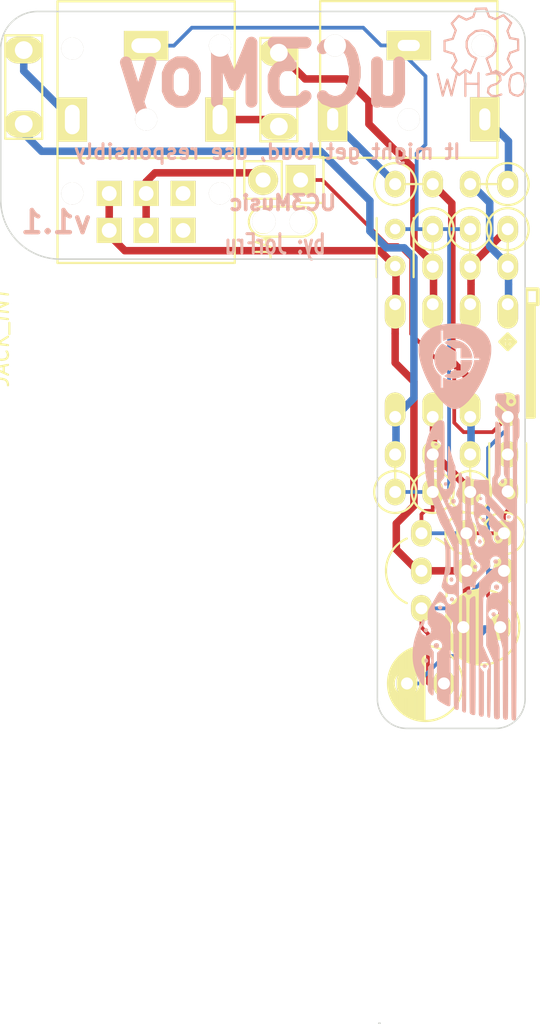
<source format=kicad_pcb>
(kicad_pcb (version 20171130) (host pcbnew "(5.1.12)-1")

  (general
    (thickness 1.6)
    (drawings 18)
    (tracks 197)
    (zones 0)
    (modules 25)
    (nets 15)
  )

  (page A4)
  (layers
    (0 F.Cu signal)
    (31 B.Cu signal)
    (32 B.Adhes user hide)
    (33 F.Adhes user hide)
    (34 B.Paste user hide)
    (35 F.Paste user hide)
    (36 B.SilkS user hide)
    (37 F.SilkS user hide)
    (38 B.Mask user hide)
    (39 F.Mask user hide)
    (40 Dwgs.User user hide)
    (41 Cmts.User user hide)
    (42 Eco1.User user hide)
    (43 Eco2.User user hide)
    (44 Edge.Cuts user)
  )

  (setup
    (last_trace_width 0.254)
    (user_trace_width 0.508)
    (trace_clearance 0.254)
    (zone_clearance 0.254)
    (zone_45_only no)
    (trace_min 0.254)
    (via_size 0.889)
    (via_drill 0.635)
    (via_min_size 0.889)
    (via_min_drill 0.508)
    (uvia_size 0.508)
    (uvia_drill 0.127)
    (uvias_allowed no)
    (uvia_min_size 0.508)
    (uvia_min_drill 0.127)
    (edge_width 0.1)
    (segment_width 0.16)
    (pcb_text_width 0.3)
    (pcb_text_size 0.5 0.5)
    (mod_edge_width 0.15)
    (mod_text_size 1 1)
    (mod_text_width 0.15)
    (pad_size 1.4 1.8)
    (pad_drill 0.8128)
    (pad_to_mask_clearance 0)
    (aux_axis_origin 240.34242 143.68272)
    (visible_elements 7FFEFFFF)
    (pcbplotparams
      (layerselection 0x010f0_80000001)
      (usegerberextensions true)
      (usegerberattributes true)
      (usegerberadvancedattributes true)
      (creategerberjobfile true)
      (excludeedgelayer true)
      (linewidth 0.160000)
      (plotframeref false)
      (viasonmask false)
      (mode 1)
      (useauxorigin true)
      (hpglpennumber 1)
      (hpglpenspeed 20)
      (hpglpendiameter 15.000000)
      (psnegative false)
      (psa4output false)
      (plotreference false)
      (plotvalue false)
      (plotinvisibletext false)
      (padsonsilk false)
      (subtractmaskfromsilk true)
      (outputformat 1)
      (mirror false)
      (drillshape 0)
      (scaleselection 1)
      (outputdirectory "../gerber/"))
  )

  (net 0 "")
  (net 1 +6V)
  (net 2 -6V)
  (net 3 GND)
  (net 4 "Net-(J1-Pad1)")
  (net 5 "Net-(J2-Pad3)")
  (net 6 "Net-(J2-Pad4)")
  (net 7 "Net-(R4-Pad2)")
  (net 8 "Net-(R6-Pad2)")
  (net 9 "Net-(C1-Pad1)")
  (net 10 "Net-(C1-Pad2)")
  (net 11 "Net-(C2-Pad1)")
  (net 12 "Net-(C2-Pad2)")
  (net 13 "Net-(R3-Pad2)")
  (net 14 "Net-(R10-Pad2)")

  (net_class Default "This is the default net class."
    (clearance 0.254)
    (trace_width 0.254)
    (via_dia 0.889)
    (via_drill 0.635)
    (uvia_dia 0.508)
    (uvia_drill 0.127)
    (add_net +6V)
    (add_net -6V)
    (add_net GND)
    (add_net "Net-(C1-Pad1)")
    (add_net "Net-(C1-Pad2)")
    (add_net "Net-(C2-Pad1)")
    (add_net "Net-(C2-Pad2)")
    (add_net "Net-(J1-Pad1)")
    (add_net "Net-(J2-Pad3)")
    (add_net "Net-(J2-Pad4)")
    (add_net "Net-(R10-Pad2)")
    (add_net "Net-(R3-Pad2)")
    (add_net "Net-(R4-Pad2)")
    (add_net "Net-(R6-Pad2)")
  )

  (module Capacitors_ThroughHole:C_Rect_L4_W2.5_P2.5 (layer F.Cu) (tedit 563B87ED) (tstamp 563A74AB)
    (at 235.204 141.224 270)
    (descr "Film Capacitor Length 4mm x Width 2.5mm, Pitch 2.5mm")
    (tags Capacitor)
    (path /54BDA83E)
    (fp_text reference C4 (at 1.25 -2.5 270) (layer F.SilkS) hide
      (effects (font (size 1 1) (thickness 0.15)))
    )
    (fp_text value C (at 1.25 2.5 270) (layer F.Fab)
      (effects (font (size 1 1) (thickness 0.15)))
    )
    (fp_line (start -0.75 1.25) (end 3.25 1.25) (layer F.SilkS) (width 0.15))
    (fp_line (start -0.75 -1.25) (end 3.25 -1.25) (layer F.SilkS) (width 0.15))
    (fp_line (start -1 1.5) (end -1 -1.5) (layer F.CrtYd) (width 0.05))
    (fp_line (start 3.5 1.5) (end -1 1.5) (layer F.CrtYd) (width 0.05))
    (fp_line (start 3.5 -1.5) (end 3.5 1.5) (layer F.CrtYd) (width 0.05))
    (fp_line (start -1 -1.5) (end 3.5 -1.5) (layer F.CrtYd) (width 0.05))
    (pad 1 thru_hole circle (at 0 0 270) (size 1.397 1.397) (drill 0.7) (layers *.Cu *.Mask F.SilkS)
      (net 3 GND))
    (pad 2 thru_hole circle (at 2.5 0 270) (size 1.397 1.397) (drill 0.7) (layers *.Cu *.Mask F.SilkS)
      (net 2 -6V))
  )

  (module uC3Moy:jackint (layer F.Cu) (tedit 563B87BC) (tstamp 563A74BE)
    (at 212.344 143.51 270)
    (tags JACK)
    (path /54BC7454)
    (fp_text reference J1 (at 2.54 -6.35 270) (layer F.SilkS) hide
      (effects (font (size 1 1) (thickness 0.15)))
    )
    (fp_text value JACK_INT (at 5.08 3.81 270) (layer F.SilkS)
      (effects (font (size 1 1) (thickness 0.15) italic))
    )
    (fp_line (start -17 0) (end -17.5 0) (layer F.SilkS) (width 0.15))
    (fp_line (start 0 0) (end -17 0) (layer F.SilkS) (width 0.15))
    (fp_line (start -17.7 -12) (end -17.7 0) (layer F.SilkS) (width 0.15))
    (fp_line (start 0 -12) (end -17.5 -12) (layer F.SilkS) (width 0.15))
    (fp_line (start 0 0) (end 0 -12) (layer F.SilkS) (width 0.15))
    (fp_line (start -7.1 0) (end -7.1 -12) (layer F.SilkS) (width 0.15))
    (fp_line (start -17.5 0) (end -17.7 0) (layer F.SilkS) (width 0.15))
    (fp_line (start -17.5 -12) (end -17.7 -12) (layer F.SilkS) (width 0.15))
    (pad 7 thru_hole rect (at -2.2 -3.5 270) (size 1.7 1.7) (drill 1) (layers *.Cu *.Mask F.SilkS)
      (net 2 -6V))
    (pad 9 thru_hole rect (at -4.7 -3.5 270) (size 1.7 1.7) (drill 1) (layers *.Cu *.Mask F.SilkS)
      (net 2 -6V))
    (pad 1 thru_hole rect (at -2.2 -6 270) (size 1.7 1.7) (drill 1) (layers *.Cu *.Mask F.SilkS)
      (net 4 "Net-(J1-Pad1)"))
    (pad 2 thru_hole rect (at -4.7 -6 270) (size 1.7 1.7) (drill 1) (layers *.Cu *.Mask F.SilkS)
      (net 4 "Net-(J1-Pad1)"))
    (pad 8 thru_hole rect (at -4.7 -8.5 270) (size 1.7 1.7) (drill 1) (layers *.Cu *.Mask F.SilkS))
    (pad 6 thru_hole rect (at -2.2 -8.5 270) (size 1.7 1.7) (drill 1) (layers *.Cu *.Mask F.SilkS))
    (pad 3 thru_hole rect (at -9.7 -1 270) (size 3 2) (drill oval 2 1) (layers *.Cu *.Mask F.SilkS)
      (net 12 "Net-(C2-Pad2)"))
    (pad 4 thru_hole rect (at -9.7 -11 270) (size 3 2) (drill oval 2 1) (layers *.Cu *.Mask F.SilkS)
      (net 10 "Net-(C1-Pad2)"))
    (pad 5 thru_hole rect (at -14.7 -6 270) (size 2 3) (drill oval 1 2) (layers *.Cu *.Mask F.SilkS)
      (net 3 GND))
    (pad "" thru_hole circle (at -9.7 -6 270) (size 1.5 1.5) (drill 1.5) (layers *.Cu *.Mask F.SilkS))
    (pad "" thru_hole circle (at -14.7 -11 270) (size 1.5 1.5) (drill 1.5) (layers *.Cu *.Mask F.SilkS))
    (pad "" thru_hole circle (at -14.5 -1 270) (size 1.5 1.5) (drill 1.5) (layers *.Cu *.Mask F.SilkS))
    (pad "" thru_hole circle (at -4.7 -1 270) (size 1.5 1.5) (drill 1.5) (layers *.Cu *.Mask F.SilkS))
    (pad "" thru_hole circle (at -4.7 -11 270) (size 1.5 1.5) (drill 1.5) (layers *.Cu *.Mask F.SilkS))
  )

  (module uC3Moy:jack (layer F.Cu) (tedit 563B87E5) (tstamp 563A74CF)
    (at 230.124 136.398 270)
    (path /54BC6567)
    (fp_text reference J2 (at 2.54 -6.35 270) (layer F.SilkS) hide
      (effects (font (size 1 1) (thickness 0.15)))
    )
    (fp_text value JACK (at 5.08 3.81 270) (layer F.SilkS)
      (effects (font (size 1 1) (thickness 0.15)))
    )
    (fp_line (start -10.6 -12) (end -10.6 0) (layer F.SilkS) (width 0.15))
    (fp_line (start 0 0) (end 0 -12) (layer F.SilkS) (width 0.15))
    (fp_line (start 0 0) (end -10.4 0) (layer F.SilkS) (width 0.15))
    (fp_line (start -10.4 -12) (end 0 -12) (layer F.SilkS) (width 0.15))
    (fp_line (start -10.4 0) (end -10.6 0) (layer F.SilkS) (width 0.15))
    (fp_line (start -10.4 -12) (end -10.6 -12) (layer F.SilkS) (width 0.15))
    (pad 3 thru_hole rect (at -2.6 -0.85 270) (size 3 2) (drill oval 1.5 0.75) (layers *.Cu *.Mask F.SilkS)
      (net 5 "Net-(J2-Pad3)"))
    (pad 4 thru_hole rect (at -2.6 -11.15 270) (size 3 2) (drill oval 1.5 0.75) (layers *.Cu *.Mask F.SilkS)
      (net 6 "Net-(J2-Pad4)"))
    (pad 5 thru_hole rect (at -7.6 -6 270) (size 2 3) (drill oval 0.75 1.5) (layers *.Cu *.Mask F.SilkS)
      (net 3 GND))
    (pad "" thru_hole circle (at -7.6 -11 270) (size 1.5 1.5) (drill 1.5) (layers *.Cu *.Mask F.SilkS))
    (pad "" thru_hole circle (at -7.6 -1 270) (size 1.5 1.5) (drill 1.5) (layers *.Cu *.Mask F.SilkS))
    (pad "" thru_hole circle (at -2.6 -6 270) (size 1.5 1.5) (drill 1.5) (layers *.Cu *.Mask F.SilkS))
  )

  (module Pin_Headers:Pin_Header_Straight_1x02 (layer F.Cu) (tedit 563B87DB) (tstamp 563A74DD)
    (at 228.8 137.9 270)
    (descr "Through hole pin header")
    (tags "pin header")
    (path /54BB0C76)
    (fp_text reference PWR-/+1 (at 0 -5.1 270) (layer F.SilkS) hide
      (effects (font (size 1 1) (thickness 0.15)))
    )
    (fp_text value CONN_2 (at 0 -3.1 270) (layer F.Fab)
      (effects (font (size 1 1) (thickness 0.15)))
    )
    (fp_line (start -1.27 3.81) (end 1.27 3.81) (layer F.SilkS) (width 0.15))
    (fp_line (start -1.27 1.27) (end -1.27 3.81) (layer F.SilkS) (width 0.15))
    (fp_line (start -1.55 -1.55) (end 1.55 -1.55) (layer F.SilkS) (width 0.15))
    (fp_line (start -1.55 0) (end -1.55 -1.55) (layer F.SilkS) (width 0.15))
    (fp_line (start 1.27 1.27) (end -1.27 1.27) (layer F.SilkS) (width 0.15))
    (fp_line (start -1.75 4.3) (end 1.75 4.3) (layer F.CrtYd) (width 0.05))
    (fp_line (start -1.75 -1.75) (end 1.75 -1.75) (layer F.CrtYd) (width 0.05))
    (fp_line (start 1.75 -1.75) (end 1.75 4.3) (layer F.CrtYd) (width 0.05))
    (fp_line (start -1.75 -1.75) (end -1.75 4.3) (layer F.CrtYd) (width 0.05))
    (fp_line (start 1.55 -1.55) (end 1.55 0) (layer F.SilkS) (width 0.15))
    (fp_line (start 1.27 1.27) (end 1.27 3.81) (layer F.SilkS) (width 0.15))
    (pad 1 thru_hole rect (at 0 0 270) (size 2.032 2.032) (drill 1.016) (layers *.Cu *.Mask F.SilkS)
      (net 1 +6V))
    (pad 2 thru_hole oval (at 0 2.54 270) (size 2.032 2.032) (drill 1.016) (layers *.Cu *.Mask F.SilkS)
      (net 4 "Net-(J1-Pad1)"))
    (model Pin_Headers.3dshapes/Pin_Header_Straight_1x02.wrl
      (offset (xyz 0 -1.269999980926514 0))
      (scale (xyz 1 1 1))
      (rotate (xyz 0 0 90))
    )
  )

  (module Discret:R1 (layer F.Cu) (tedit 5640DCF6) (tstamp 563A74DE)
    (at 235.204 157.734 90)
    (descr "Resistance verticale")
    (tags R)
    (path /546FC4DD)
    (fp_text reference R2 (at -1.016 2.54 90) (layer F.SilkS) hide
      (effects (font (size 1 1) (thickness 0.15)))
    )
    (fp_text value R (at -1.143 2.54 90) (layer F.Fab)
      (effects (font (size 1 1) (thickness 0.15)))
    )
    (fp_circle (center -1.27 0) (end -0.635 1.27) (layer F.SilkS) (width 0.15))
    (fp_line (start -1.27 0) (end 1.27 0) (layer F.SilkS) (width 0.15))
    (pad 1 thru_hole oval (at -1.27 0 90) (size 1.8 1.397) (drill 0.8128) (layers *.Cu *.Mask F.SilkS)
      (net 3 GND))
    (pad 2 thru_hole oval (at 1.27 0 90) (size 1.8 1.397) (drill 0.8128) (layers *.Cu *.Mask F.SilkS)
      (net 11 "Net-(C2-Pad1)"))
    (model Discret.3dshapes/R1.wrl
      (at (xyz 0 0 0))
      (scale (xyz 1 1 1))
      (rotate (xyz 0 0 0))
    )
  )

  (module Discret:R1 (layer F.Cu) (tedit 5640DC2F) (tstamp 563A74E8)
    (at 240.284 142.494 270)
    (descr "Resistance verticale")
    (tags R)
    (path /546F8A45)
    (fp_text reference R3 (at -1.016 2.54 270) (layer F.SilkS) hide
      (effects (font (size 1 1) (thickness 0.15)))
    )
    (fp_text value R (at -1.143 2.54 270) (layer F.Fab)
      (effects (font (size 1 1) (thickness 0.15)))
    )
    (fp_circle (center -1.27 0) (end -0.635 1.27) (layer F.SilkS) (width 0.15))
    (fp_line (start -1.27 0) (end 1.27 0) (layer F.SilkS) (width 0.15))
    (pad 1 thru_hole oval (at -1.27 0 270) (size 1.8 1.397) (drill 0.8128) (layers *.Cu *.Mask F.SilkS)
      (net 3 GND))
    (pad 2 thru_hole oval (at 1.27 0 270) (size 1.8 1.397) (drill 0.8128) (layers *.Cu *.Mask F.SilkS)
      (net 13 "Net-(R3-Pad2)"))
    (model Discret.3dshapes/R1.wrl
      (at (xyz 0 0 0))
      (scale (xyz 1 1 1))
      (rotate (xyz 0 0 0))
    )
  )

  (module Discret:R1 (layer F.Cu) (tedit 5640DCAA) (tstamp 563A74EE)
    (at 237.744 157.734 90)
    (descr "Resistance verticale")
    (tags R)
    (path /546FC4D7)
    (fp_text reference R4 (at -1.016 2.54 90) (layer F.SilkS) hide
      (effects (font (size 1 1) (thickness 0.15)))
    )
    (fp_text value R (at -1.143 2.54 90) (layer F.Fab)
      (effects (font (size 1 1) (thickness 0.15)))
    )
    (fp_circle (center -1.27 0) (end -0.635 1.27) (layer F.SilkS) (width 0.15))
    (fp_line (start -1.27 0) (end 1.27 0) (layer F.SilkS) (width 0.15))
    (pad 1 thru_hole oval (at -1.27 0 90) (size 1.8 1.397) (drill 0.8128) (layers *.Cu *.Mask F.SilkS)
      (net 3 GND))
    (pad 2 thru_hole oval (at 1.27 0 90) (size 1.8 1.397) (drill 0.8128) (layers *.Cu *.Mask F.SilkS)
      (net 7 "Net-(R4-Pad2)"))
    (model Discret.3dshapes/R1.wrl
      (at (xyz 0 0 0))
      (scale (xyz 1 1 1))
      (rotate (xyz 0 0 0))
    )
  )

  (module Discret:R1 (layer F.Cu) (tedit 5640DB92) (tstamp 563A74F4)
    (at 242.824 142.494 270)
    (descr "Resistance verticale")
    (tags R)
    (path /546F8BC4)
    (fp_text reference R5 (at -1.016 2.54 270) (layer F.SilkS) hide
      (effects (font (size 1 1) (thickness 0.15)))
    )
    (fp_text value R (at -1.143 2.54 270) (layer F.Fab)
      (effects (font (size 1 1) (thickness 0.15)))
    )
    (fp_circle (center -1.27 0) (end -0.635 1.27) (layer F.SilkS) (width 0.15))
    (fp_line (start -1.27 0) (end 1.27 0) (layer F.SilkS) (width 0.15))
    (pad 1 thru_hole oval (at -1.27 0 270) (size 1.8 1.397) (drill 0.8128) (layers *.Cu *.Mask F.SilkS)
      (net 13 "Net-(R3-Pad2)"))
    (pad 2 thru_hole oval (at 1.27 0 270) (size 1.8 1.397) (drill 0.8128) (layers *.Cu *.Mask F.SilkS)
      (net 14 "Net-(R10-Pad2)"))
    (model Discret.3dshapes/R1.wrl
      (at (xyz 0 0 0))
      (scale (xyz 1 1 1))
      (rotate (xyz 0 0 0))
    )
  )

  (module Discret:R1 (layer F.Cu) (tedit 5640DCA0) (tstamp 563A74FA)
    (at 240.284 157.734 90)
    (descr "Resistance verticale")
    (tags R)
    (path /546FC4E3)
    (fp_text reference R6 (at -1.016 2.54 90) (layer F.SilkS) hide
      (effects (font (size 1 1) (thickness 0.15)))
    )
    (fp_text value R (at -1.143 2.54 90) (layer F.Fab)
      (effects (font (size 1 1) (thickness 0.15)))
    )
    (fp_circle (center -1.27 0) (end -0.635 1.27) (layer F.SilkS) (width 0.15))
    (fp_line (start -1.27 0) (end 1.27 0) (layer F.SilkS) (width 0.15))
    (pad 1 thru_hole oval (at -1.27 0 90) (size 1.8 1.397) (drill 0.8128) (layers *.Cu *.Mask F.SilkS)
      (net 7 "Net-(R4-Pad2)"))
    (pad 2 thru_hole oval (at 1.27 0 90) (size 1.8 1.397) (drill 0.8128) (layers *.Cu *.Mask F.SilkS)
      (net 8 "Net-(R6-Pad2)"))
    (model Discret.3dshapes/R1.wrl
      (at (xyz 0 0 0))
      (scale (xyz 1 1 1))
      (rotate (xyz 0 0 0))
    )
  )

  (module Discret:R1 (layer F.Cu) (tedit 5640DCC6) (tstamp 563A7500)
    (at 242.57 163.068 270)
    (descr "Resistance verticale")
    (tags R)
    (path /563B4BD9)
    (fp_text reference R7 (at -1.016 2.54 270) (layer F.SilkS) hide
      (effects (font (size 1 1) (thickness 0.15)))
    )
    (fp_text value R (at -1.143 2.54 270) (layer F.Fab)
      (effects (font (size 1 1) (thickness 0.15)))
    )
    (fp_circle (center -1.27 0) (end -0.635 1.27) (layer F.SilkS) (width 0.15))
    (fp_line (start -1.27 0) (end 1.27 0) (layer F.SilkS) (width 0.15))
    (pad 1 thru_hole oval (at -1.27 0 270) (size 1.8 1.397) (drill 0.8128) (layers *.Cu *.Mask F.SilkS)
      (net 3 GND))
    (pad 2 thru_hole oval (at 1.27 0 270) (size 1.8 1.397) (drill 0.8128) (layers *.Cu *.Mask F.SilkS)
      (net 1 +6V))
    (model Discret.3dshapes/R1.wrl
      (at (xyz 0 0 0))
      (scale (xyz 1 1 1))
      (rotate (xyz 0 0 0))
    )
  )

  (module Discret:R1 (layer F.Cu) (tedit 5640DCCB) (tstamp 563A7506)
    (at 240.03 163.068 270)
    (descr "Resistance verticale")
    (tags R)
    (path /563B4B89)
    (fp_text reference R8 (at -1.016 2.54 270) (layer F.SilkS) hide
      (effects (font (size 1 1) (thickness 0.15)))
    )
    (fp_text value R (at -1.143 2.54 270) (layer F.Fab)
      (effects (font (size 1 1) (thickness 0.15)))
    )
    (fp_circle (center -1.27 0) (end -0.635 1.27) (layer F.SilkS) (width 0.15))
    (fp_line (start -1.27 0) (end 1.27 0) (layer F.SilkS) (width 0.15))
    (pad 1 thru_hole oval (at -1.27 0 270) (size 1.8 1.397) (drill 0.8128) (layers *.Cu *.Mask F.SilkS)
      (net 3 GND))
    (pad 2 thru_hole oval (at 1.27 0 270) (size 1.8 1.397) (drill 0.8128) (layers *.Cu *.Mask F.SilkS)
      (net 2 -6V))
    (model Discret.3dshapes/R1.wrl
      (at (xyz 0 0 0))
      (scale (xyz 1 1 1))
      (rotate (xyz 0 0 0))
    )
  )

  (module Discret:R1 (layer F.Cu) (tedit 5640DD65) (tstamp 563A750C)
    (at 236.474 138.176)
    (descr "Resistance verticale")
    (tags R)
    (path /54C78759)
    (fp_text reference R9 (at -1.016 2.54) (layer F.SilkS) hide
      (effects (font (size 1 1) (thickness 0.15)))
    )
    (fp_text value R (at -1.143 2.54) (layer F.Fab)
      (effects (font (size 1 1) (thickness 0.15)))
    )
    (fp_circle (center -1.27 0) (end -0.635 1.27) (layer F.SilkS) (width 0.15))
    (fp_line (start -1.27 0) (end 1.27 0) (layer F.SilkS) (width 0.15))
    (pad 1 thru_hole oval (at -1.27 0) (size 1.4 1.8) (drill 0.8128) (layers *.Cu *.Mask F.SilkS)
      (net 5 "Net-(J2-Pad3)"))
    (pad 2 thru_hole oval (at 1.27 0) (size 1.4 1.8) (drill 0.8128) (layers *.Cu *.Mask F.SilkS)
      (net 8 "Net-(R6-Pad2)"))
    (model Discret.3dshapes/R1.wrl
      (at (xyz 0 0 0))
      (scale (xyz 1 1 1))
      (rotate (xyz 0 0 0))
    )
  )

  (module Discret:R1 (layer F.Cu) (tedit 5640DD5E) (tstamp 563A7512)
    (at 241.554 138.176 180)
    (descr "Resistance verticale")
    (tags R)
    (path /54C7874A)
    (fp_text reference R10 (at -1.016 2.54 180) (layer F.SilkS) hide
      (effects (font (size 1 1) (thickness 0.15)))
    )
    (fp_text value R (at -1.143 2.54 180) (layer F.Fab)
      (effects (font (size 1 1) (thickness 0.15)))
    )
    (fp_circle (center -1.27 0) (end -0.635 1.27) (layer F.SilkS) (width 0.15))
    (fp_line (start -1.27 0) (end 1.27 0) (layer F.SilkS) (width 0.15))
    (pad 1 thru_hole oval (at -1.27 0 180) (size 1.4 1.8) (drill 0.8128) (layers *.Cu *.Mask F.SilkS)
      (net 6 "Net-(J2-Pad4)"))
    (pad 2 thru_hole oval (at 1.27 0 180) (size 1.4 1.8) (drill 0.8128) (layers *.Cu *.Mask F.SilkS)
      (net 14 "Net-(R10-Pad2)"))
    (model Discret.3dshapes/R1.wrl
      (at (xyz 0 0 0))
      (scale (xyz 1 1 1))
      (rotate (xyz 0 0 0))
    )
  )

  (module Capacitors_ThroughHole:C_Rect_L4_W2.5_P2.5 (layer F.Cu) (tedit 5640DC8A) (tstamp 563B6E6B)
    (at 242.824 156.464 270)
    (descr "Film Capacitor Length 4mm x Width 2.5mm, Pitch 2.5mm")
    (tags Capacitor)
    (path /54BDA82F)
    (fp_text reference C3 (at 1.27 -2.286 270) (layer F.SilkS) hide
      (effects (font (size 1 1) (thickness 0.15)))
    )
    (fp_text value C (at 1.25 2.5 270) (layer F.Fab)
      (effects (font (size 1 1) (thickness 0.15)))
    )
    (fp_line (start -0.75 1.25) (end 3.25 1.25) (layer F.SilkS) (width 0.15))
    (fp_line (start -0.75 -1.25) (end 3.25 -1.25) (layer F.SilkS) (width 0.15))
    (fp_line (start -1 1.5) (end -1 -1.5) (layer F.CrtYd) (width 0.05))
    (fp_line (start 3.5 1.5) (end -1 1.5) (layer F.CrtYd) (width 0.05))
    (fp_line (start 3.5 -1.5) (end 3.5 1.5) (layer F.CrtYd) (width 0.05))
    (fp_line (start -1 -1.5) (end 3.5 -1.5) (layer F.CrtYd) (width 0.05))
    (pad 1 thru_hole oval (at 0 0 270) (size 1.8 1.397) (drill 0.8128) (layers *.Cu *.Mask F.SilkS)
      (net 1 +6V))
    (pad 2 thru_hole oval (at 2.5 0 270) (size 1.8 1.397) (drill 0.8128) (layers *.Cu *.Mask F.SilkS)
      (net 3 GND))
  )

  (module Capacitors_ThroughHole:C_Radial_D5_L6_P2.5 (layer F.Cu) (tedit 5640DD51) (tstamp 563B6E6C)
    (at 238.506 171.958 180)
    (descr "Radial Electrolytic Capacitor Diameter 5mm x Length 6mm, Pitch 2.5mm")
    (tags "Electrolytic Capacitor")
    (path /563B56D0)
    (fp_text reference C5 (at 1.25 -3.8 180) (layer F.SilkS) hide
      (effects (font (size 1 1) (thickness 0.15)))
    )
    (fp_text value CP (at 1.25 3.8 180) (layer F.Fab)
      (effects (font (size 1 1) (thickness 0.15)))
    )
    (fp_circle (center 1.25 0) (end 1.25 -2.8) (layer F.CrtYd) (width 0.05))
    (fp_circle (center 1.25 0) (end 1.25 -2.5375) (layer F.SilkS) (width 0.15))
    (fp_circle (center 2.5 0) (end 2.5 -0.9) (layer F.SilkS) (width 0.15))
    (fp_line (start 3.705 -0.472) (end 3.705 0.472) (layer F.SilkS) (width 0.15))
    (fp_line (start 3.565 -0.944) (end 3.565 0.944) (layer F.SilkS) (width 0.15))
    (fp_line (start 3.425 -1.233) (end 3.425 1.233) (layer F.SilkS) (width 0.15))
    (fp_line (start 3.285 0.44) (end 3.285 1.452) (layer F.SilkS) (width 0.15))
    (fp_line (start 3.285 -1.452) (end 3.285 -0.44) (layer F.SilkS) (width 0.15))
    (fp_line (start 3.145 0.628) (end 3.145 1.631) (layer F.SilkS) (width 0.15))
    (fp_line (start 3.145 -1.631) (end 3.145 -0.628) (layer F.SilkS) (width 0.15))
    (fp_line (start 3.005 0.745) (end 3.005 1.78) (layer F.SilkS) (width 0.15))
    (fp_line (start 3.005 -1.78) (end 3.005 -0.745) (layer F.SilkS) (width 0.15))
    (fp_line (start 2.865 0.823) (end 2.865 1.908) (layer F.SilkS) (width 0.15))
    (fp_line (start 2.865 -1.908) (end 2.865 -0.823) (layer F.SilkS) (width 0.15))
    (fp_line (start 2.725 0.871) (end 2.725 2.019) (layer F.SilkS) (width 0.15))
    (fp_line (start 2.725 -2.019) (end 2.725 -0.871) (layer F.SilkS) (width 0.15))
    (fp_line (start 2.585 0.896) (end 2.585 2.114) (layer F.SilkS) (width 0.15))
    (fp_line (start 2.585 -2.114) (end 2.585 -0.896) (layer F.SilkS) (width 0.15))
    (fp_line (start 2.445 0.898) (end 2.445 2.196) (layer F.SilkS) (width 0.15))
    (fp_line (start 2.445 -2.196) (end 2.445 -0.898) (layer F.SilkS) (width 0.15))
    (fp_line (start 2.305 0.879) (end 2.305 2.266) (layer F.SilkS) (width 0.15))
    (fp_line (start 2.305 -2.266) (end 2.305 -0.879) (layer F.SilkS) (width 0.15))
    (fp_line (start 2.165 0.835) (end 2.165 2.327) (layer F.SilkS) (width 0.15))
    (fp_line (start 2.165 -2.327) (end 2.165 -0.835) (layer F.SilkS) (width 0.15))
    (fp_line (start 2.025 0.764) (end 2.025 2.377) (layer F.SilkS) (width 0.15))
    (fp_line (start 2.025 -2.377) (end 2.025 -0.764) (layer F.SilkS) (width 0.15))
    (fp_line (start 1.885 0.657) (end 1.885 2.418) (layer F.SilkS) (width 0.15))
    (fp_line (start 1.885 -2.418) (end 1.885 -0.657) (layer F.SilkS) (width 0.15))
    (fp_line (start 1.745 0.49) (end 1.745 2.451) (layer F.SilkS) (width 0.15))
    (fp_line (start 1.745 -2.451) (end 1.745 -0.49) (layer F.SilkS) (width 0.15))
    (fp_line (start 1.605 0.095) (end 1.605 2.475) (layer F.SilkS) (width 0.15))
    (fp_line (start 1.605 -2.475) (end 1.605 -0.095) (layer F.SilkS) (width 0.15))
    (fp_line (start 1.465 -2.491) (end 1.465 2.491) (layer F.SilkS) (width 0.15))
    (fp_line (start 1.325 -2.499) (end 1.325 2.499) (layer F.SilkS) (width 0.15))
    (pad 1 thru_hole oval (at 0 0 180) (size 1.4 1.8) (drill 0.8128) (layers *.Cu *.Mask F.SilkS)
      (net 1 +6V))
    (pad 2 thru_hole oval (at 2.5 0 180) (size 1.4 1.8) (drill 0.8128) (layers *.Cu *.Mask F.SilkS)
      (net 3 GND))
    (model Capacitors_ThroughHole.3dshapes/C_Radial_D5_L6_P2.5.wrl
      (offset (xyz 1.250000021226883 0 0))
      (scale (xyz 1 1 1))
      (rotate (xyz 0 0 90))
    )
  )

  (module Capacitors_ThroughHole:C_Radial_D5_L6_P2.5 (layer F.Cu) (tedit 5640DD49) (tstamp 563B6E93)
    (at 242.316 168.148 180)
    (descr "Radial Electrolytic Capacitor Diameter 5mm x Length 6mm, Pitch 2.5mm")
    (tags "Electrolytic Capacitor")
    (path /563B57B7)
    (fp_text reference C6 (at 1.25 -3.8 180) (layer F.SilkS) hide
      (effects (font (size 1 1) (thickness 0.15)))
    )
    (fp_text value CP (at 1.25 3.8 180) (layer F.Fab)
      (effects (font (size 1 1) (thickness 0.15)))
    )
    (fp_circle (center 1.25 0) (end 1.25 -2.8) (layer F.CrtYd) (width 0.05))
    (fp_circle (center 1.25 0) (end 1.25 -2.5375) (layer F.SilkS) (width 0.15))
    (fp_circle (center 2.5 0) (end 2.5 -0.9) (layer F.SilkS) (width 0.15))
    (fp_line (start 3.705 -0.472) (end 3.705 0.472) (layer F.SilkS) (width 0.15))
    (fp_line (start 3.565 -0.944) (end 3.565 0.944) (layer F.SilkS) (width 0.15))
    (fp_line (start 3.425 -1.233) (end 3.425 1.233) (layer F.SilkS) (width 0.15))
    (fp_line (start 3.285 0.44) (end 3.285 1.452) (layer F.SilkS) (width 0.15))
    (fp_line (start 3.285 -1.452) (end 3.285 -0.44) (layer F.SilkS) (width 0.15))
    (fp_line (start 3.145 0.628) (end 3.145 1.631) (layer F.SilkS) (width 0.15))
    (fp_line (start 3.145 -1.631) (end 3.145 -0.628) (layer F.SilkS) (width 0.15))
    (fp_line (start 3.005 0.745) (end 3.005 1.78) (layer F.SilkS) (width 0.15))
    (fp_line (start 3.005 -1.78) (end 3.005 -0.745) (layer F.SilkS) (width 0.15))
    (fp_line (start 2.865 0.823) (end 2.865 1.908) (layer F.SilkS) (width 0.15))
    (fp_line (start 2.865 -1.908) (end 2.865 -0.823) (layer F.SilkS) (width 0.15))
    (fp_line (start 2.725 0.871) (end 2.725 2.019) (layer F.SilkS) (width 0.15))
    (fp_line (start 2.725 -2.019) (end 2.725 -0.871) (layer F.SilkS) (width 0.15))
    (fp_line (start 2.585 0.896) (end 2.585 2.114) (layer F.SilkS) (width 0.15))
    (fp_line (start 2.585 -2.114) (end 2.585 -0.896) (layer F.SilkS) (width 0.15))
    (fp_line (start 2.445 0.898) (end 2.445 2.196) (layer F.SilkS) (width 0.15))
    (fp_line (start 2.445 -2.196) (end 2.445 -0.898) (layer F.SilkS) (width 0.15))
    (fp_line (start 2.305 0.879) (end 2.305 2.266) (layer F.SilkS) (width 0.15))
    (fp_line (start 2.305 -2.266) (end 2.305 -0.879) (layer F.SilkS) (width 0.15))
    (fp_line (start 2.165 0.835) (end 2.165 2.327) (layer F.SilkS) (width 0.15))
    (fp_line (start 2.165 -2.327) (end 2.165 -0.835) (layer F.SilkS) (width 0.15))
    (fp_line (start 2.025 0.764) (end 2.025 2.377) (layer F.SilkS) (width 0.15))
    (fp_line (start 2.025 -2.377) (end 2.025 -0.764) (layer F.SilkS) (width 0.15))
    (fp_line (start 1.885 0.657) (end 1.885 2.418) (layer F.SilkS) (width 0.15))
    (fp_line (start 1.885 -2.418) (end 1.885 -0.657) (layer F.SilkS) (width 0.15))
    (fp_line (start 1.745 0.49) (end 1.745 2.451) (layer F.SilkS) (width 0.15))
    (fp_line (start 1.745 -2.451) (end 1.745 -0.49) (layer F.SilkS) (width 0.15))
    (fp_line (start 1.605 0.095) (end 1.605 2.475) (layer F.SilkS) (width 0.15))
    (fp_line (start 1.605 -2.475) (end 1.605 -0.095) (layer F.SilkS) (width 0.15))
    (fp_line (start 1.465 -2.491) (end 1.465 2.491) (layer F.SilkS) (width 0.15))
    (fp_line (start 1.325 -2.499) (end 1.325 2.499) (layer F.SilkS) (width 0.15))
    (pad 1 thru_hole oval (at 0 0 180) (size 1.4 1.8) (drill 0.8128) (layers *.Cu *.Mask F.SilkS)
      (net 3 GND))
    (pad 2 thru_hole oval (at 2.5 0 180) (size 1.4 1.8) (drill 0.8128) (layers *.Cu *.Mask F.SilkS)
      (net 2 -6V))
    (model Capacitors_ThroughHole.3dshapes/C_Radial_D5_L6_P2.5.wrl
      (offset (xyz 1.250000021226883 0 0))
      (scale (xyz 1 1 1))
      (rotate (xyz 0 0 90))
    )
  )

  (module Discret:R1 (layer F.Cu) (tedit 5640DC42) (tstamp 563B6EC1)
    (at 237.744 142.494 270)
    (descr "Resistance verticale")
    (tags R)
    (path /546F8BBE)
    (fp_text reference R1 (at -1.016 2.54 270) (layer F.SilkS) hide
      (effects (font (size 1 1) (thickness 0.15)))
    )
    (fp_text value R (at -1.143 2.54 270) (layer F.Fab)
      (effects (font (size 1 1) (thickness 0.15)))
    )
    (fp_circle (center -1.27 0) (end -0.635 1.27) (layer F.SilkS) (width 0.15))
    (fp_line (start -1.27 0) (end 1.27 0) (layer F.SilkS) (width 0.15))
    (pad 1 thru_hole oval (at -1.27 0 270) (size 1.8 1.397) (drill 0.8128) (layers *.Cu *.Mask F.SilkS)
      (net 3 GND))
    (pad 2 thru_hole oval (at 1.27 0 270) (size 1.8 1.397) (drill 0.8128) (layers *.Cu *.Mask F.SilkS)
      (net 9 "Net-(C1-Pad1)"))
    (model Discret.3dshapes/R1.wrl
      (at (xyz 0 0 0))
      (scale (xyz 1 1 1))
      (rotate (xyz 0 0 0))
    )
  )

  (module Capacitors_ThroughHole:C_Rect_L7_W2.5_P5 (layer F.Cu) (tedit 5640DB29) (tstamp 563B7639)
    (at 227.33 129.286 270)
    (descr "Film Capacitor Length 7mm x Width 2.5mm, Pitch 5mm")
    (tags Capacitor)
    (path /546F8CCA)
    (fp_text reference C1 (at 2.5 -2.5 270) (layer F.SilkS) hide
      (effects (font (size 1 1) (thickness 0.15)))
    )
    (fp_text value "1 uF" (at 2.5 2.5 270) (layer F.Fab)
      (effects (font (size 1 1) (thickness 0.15)))
    )
    (fp_line (start -1 1.25) (end -1 -1.25) (layer F.SilkS) (width 0.15))
    (fp_line (start 6 1.25) (end -1 1.25) (layer F.SilkS) (width 0.15))
    (fp_line (start 6 -1.25) (end 6 1.25) (layer F.SilkS) (width 0.15))
    (fp_line (start -1 -1.25) (end 6 -1.25) (layer F.SilkS) (width 0.15))
    (fp_line (start -1.25 1.5) (end -1.25 -1.5) (layer F.CrtYd) (width 0.05))
    (fp_line (start 6.25 1.5) (end -1.25 1.5) (layer F.CrtYd) (width 0.05))
    (fp_line (start 6.25 -1.5) (end 6.25 1.5) (layer F.CrtYd) (width 0.05))
    (fp_line (start -1.25 -1.5) (end 6.25 -1.5) (layer F.CrtYd) (width 0.05))
    (pad 1 thru_hole oval (at 0 0 270) (size 1.8 2.6) (drill 1.2) (layers *.Cu *.Mask F.SilkS)
      (net 9 "Net-(C1-Pad1)"))
    (pad 2 thru_hole oval (at 5 0 270) (size 1.8 2.6) (drill 1.2) (layers *.Cu *.Mask F.SilkS)
      (net 10 "Net-(C1-Pad2)"))
  )

  (module Capacitors_ThroughHole:C_Rect_L7_W2.5_P5 (layer F.Cu) (tedit 5640DB35) (tstamp 563B7646)
    (at 210.058 134.112 90)
    (descr "Film Capacitor Length 7mm x Width 2.5mm, Pitch 5mm")
    (tags Capacitor)
    (path /546FC4E9)
    (fp_text reference C2 (at 2.5 -2.5 90) (layer F.SilkS) hide
      (effects (font (size 1 1) (thickness 0.15)))
    )
    (fp_text value "1 uF" (at 2.5 2.5 90) (layer F.Fab)
      (effects (font (size 1 1) (thickness 0.15)))
    )
    (fp_line (start -1 1.25) (end -1 -1.25) (layer F.SilkS) (width 0.15))
    (fp_line (start 6 1.25) (end -1 1.25) (layer F.SilkS) (width 0.15))
    (fp_line (start 6 -1.25) (end 6 1.25) (layer F.SilkS) (width 0.15))
    (fp_line (start -1 -1.25) (end 6 -1.25) (layer F.SilkS) (width 0.15))
    (fp_line (start -1.25 1.5) (end -1.25 -1.5) (layer F.CrtYd) (width 0.05))
    (fp_line (start 6.25 1.5) (end -1.25 1.5) (layer F.CrtYd) (width 0.05))
    (fp_line (start 6.25 -1.5) (end 6.25 1.5) (layer F.CrtYd) (width 0.05))
    (fp_line (start -1.25 -1.5) (end 6.25 -1.5) (layer F.CrtYd) (width 0.05))
    (pad 1 thru_hole oval (at 0 0 90) (size 1.8 2.6) (drill 1.2) (layers *.Cu *.Mask F.SilkS)
      (net 11 "Net-(C2-Pad1)"))
    (pad 2 thru_hole oval (at 5 0 90) (size 1.8 2.6) (drill 1.2) (layers *.Cu *.Mask F.SilkS)
      (net 12 "Net-(C2-Pad2)"))
  )

  (module uC3Moy:DIP-8_W7.62mm_jorfru (layer F.Cu) (tedit 563B87C5) (tstamp 563B87EA)
    (at 242.824 146.304 270)
    (descr "8-lead dip package, row spacing 7.62 mm (300 mils), longer pads")
    (tags "dil dip 2.54 300")
    (path /546F88F0)
    (fp_text reference U1 (at 0 -5.22 270) (layer F.SilkS) hide
      (effects (font (size 1 1) (thickness 0.15)))
    )
    (fp_text value OPA2132 (at 0 -3.72 270) (layer F.Fab)
      (effects (font (size 1 1) (thickness 0.15)))
    )
    (fp_line (start -1.4 10.1) (end 9 10.1) (layer F.CrtYd) (width 0.05))
    (fp_line (start -1.4 -2.45) (end 9 -2.45) (layer F.CrtYd) (width 0.05))
    (fp_line (start 9 -2.45) (end 9 10.1) (layer F.CrtYd) (width 0.05))
    (fp_line (start -1.4 -2.45) (end -1.4 10.1) (layer F.CrtYd) (width 0.05))
    (fp_line (start -1.016 -1.27) (end 0.508 -1.27) (layer F.SilkS) (width 0.254))
    (fp_line (start 0.508 -1.524) (end 2.54 -1.524) (layer F.SilkS) (width 0.254))
    (fp_line (start 0 -1.778) (end 0.508 -1.524) (layer F.SilkS) (width 0.254))
    (fp_line (start 7.366 -1.524) (end 0 -1.778) (layer F.SilkS) (width 0.254))
    (fp_line (start 0.254 -1.524) (end 7.366 -1.524) (layer F.SilkS) (width 0.254))
    (fp_line (start 0 -1.27) (end 0.254 -1.524) (layer F.SilkS) (width 0.254))
    (fp_line (start 7.62 -1.27) (end 0 -1.27) (layer F.SilkS) (width 0.254))
    (fp_line (start 7.62 -1.778) (end 7.62 -1.27) (layer F.SilkS) (width 0.254))
    (fp_line (start 0 -1.778) (end 7.62 -1.778) (layer F.SilkS) (width 0.254))
    (fp_line (start 0 -1.27) (end 0 -1.778) (layer F.SilkS) (width 0.254))
    (fp_line (start 7.366 -1.27) (end 7.366 -1.778) (layer F.SilkS) (width 0.254))
    (fp_line (start 0 -1.524) (end 1.524 -1.524) (layer F.SilkS) (width 0.254))
    (fp_line (start 0 -2.032) (end 0 -1.524) (layer F.SilkS) (width 0.254))
    (fp_line (start -1.016 -2.032) (end 0 -2.032) (layer F.SilkS) (width 0.254))
    (fp_line (start -1.016 -1.27) (end -1.016 -2.032) (layer F.SilkS) (width 0.254))
    (fp_line (start 2.032 0) (end 3.048 0) (layer F.SilkS) (width 0.254))
    (fp_line (start 2.54 0.508) (end 2.032 0) (layer F.SilkS) (width 0.254))
    (fp_line (start 2.54 -0.508) (end 2.54 0.508) (layer F.SilkS) (width 0.254))
    (fp_line (start 2.54 -0.508) (end 2.032 0) (layer F.SilkS) (width 0.254))
    (fp_line (start 3.048 0) (end 2.54 -0.508) (layer F.SilkS) (width 0.254))
    (fp_line (start 2.54 0.508) (end 3.048 0) (layer F.SilkS) (width 0.254))
    (pad 1 thru_hole oval (at 0 0 270) (size 2.3 1.4) (drill 0.8 (offset 0.5 0)) (layers *.Cu *.Mask F.SilkS)
      (net 14 "Net-(R10-Pad2)"))
    (pad 2 thru_hole oval (at 0 2.54 270) (size 2.3 1.4) (drill 0.8 (offset 0.5 0)) (layers *.Cu *.Mask F.SilkS)
      (net 13 "Net-(R3-Pad2)"))
    (pad 3 thru_hole oval (at 0 5.08 270) (size 2.3 1.4) (drill 0.8 (offset 0.5 0)) (layers *.Cu *.Mask F.SilkS)
      (net 9 "Net-(C1-Pad1)"))
    (pad 4 thru_hole oval (at 0 7.62 270) (size 2.3 1.4) (drill 0.8 (offset 0.5 0)) (layers *.Cu *.Mask F.SilkS)
      (net 2 -6V))
    (pad 5 thru_hole oval (at 7.62 7.62 270) (size 2.3 1.4) (drill 0.8 (offset -0.5 0)) (layers *.Cu *.Mask F.SilkS)
      (net 11 "Net-(C2-Pad1)"))
    (pad 6 thru_hole oval (at 7.62 5.08 270) (size 2.3 1.4) (drill 0.8 (offset -0.5 0)) (layers *.Cu *.Mask F.SilkS)
      (net 7 "Net-(R4-Pad2)"))
    (pad 7 thru_hole oval (at 7.62 2.54 270) (size 2.3 1.4) (drill 0.8 (offset -0.5 0)) (layers *.Cu *.Mask F.SilkS)
      (net 8 "Net-(R6-Pad2)"))
    (pad 8 thru_hole oval (at 7.62 0 270) (size 2.3 1.4) (drill 0.8 (offset -0.5 0)) (layers *.Cu *.Mask F.SilkS)
      (net 1 +6V))
    (model Housings_DIP.3dshapes/DIP-8_W7.62mm_LongPads.wrl
      (at (xyz 0 0 0))
      (scale (xyz 1 1 1))
      (rotate (xyz 0 0 0))
    )
  )

  (module Housings_TO-92:TO-92_Inline_Wide (layer F.Cu) (tedit 5640DCDE) (tstamp 563B8D9D)
    (at 236.982 166.878 90)
    (descr "TO-92 leads in-line, wide, drill 0.8mm (see NXP sot054_po.pdf)")
    (tags "to-92 sc-43 sc-43a sot54 PA33 transistor")
    (path /54C5438B)
    (fp_text reference U2 (at 0 -4 90) (layer F.SilkS) hide
      (effects (font (size 1 1) (thickness 0.15)))
    )
    (fp_text value TLE2426 (at 0 3 90) (layer F.Fab)
      (effects (font (size 1 1) (thickness 0.15)))
    )
    (fp_line (start 6.1 1.95) (end 6.1 -2.65) (layer F.CrtYd) (width 0.05))
    (fp_line (start -1 -2.65) (end 6.1 -2.65) (layer F.CrtYd) (width 0.05))
    (fp_line (start 0.84 1.7) (end 4.24 1.7) (layer F.SilkS) (width 0.15))
    (fp_line (start -1 1.95) (end 6.1 1.95) (layer F.CrtYd) (width 0.05))
    (fp_line (start -1 1.95) (end -1 -2.65) (layer F.CrtYd) (width 0.05))
    (fp_arc (start 2.54 0) (end 0.84 1.7) (angle 20.5) (layer F.SilkS) (width 0.15))
    (fp_arc (start 2.54 0) (end 4.24 1.7) (angle -20.5) (layer F.SilkS) (width 0.15))
    (fp_arc (start 2.54 0) (end 2.54 -2.4) (angle -65.55604127) (layer F.SilkS) (width 0.15))
    (fp_arc (start 2.54 0) (end 2.54 -2.4) (angle 65.55604127) (layer F.SilkS) (width 0.15))
    (pad 2 thru_hole oval (at 2.54 0 90) (size 1.8 1.397) (drill 0.8128) (layers *.Cu *.Mask F.SilkS)
      (net 2 -6V))
    (pad 3 thru_hole oval (at 5.08 0 90) (size 1.8 1.397) (drill 0.8128) (layers *.Cu *.Mask F.SilkS)
      (net 3 GND))
    (pad 1 thru_hole oval (at 0 0 90) (size 1.8 1.397) (drill 0.8128) (layers *.Cu *.Mask F.SilkS)
      (net 1 +6V))
    (model Housings_TO-92.3dshapes/TO-92_Inline_Wide.wrl
      (offset (xyz 2.539999961853027 0 0))
      (scale (xyz 1 1 1))
      (rotate (xyz 0 0 -90))
    )
  )

  (module uc3music_logos:logo_pick_6x6mm (layer B.Cu) (tedit 563B5F1E) (tstamp 563B92E9)
    (at 239.25 150.5 180)
    (fp_text reference G***_2 (at -4 4.75 180) (layer B.SilkS) hide
      (effects (font (size 1.524 1.524) (thickness 0.3)) (justify mirror))
    )
    (fp_text value LOGO (at 0.75 0 180) (layer B.SilkS) hide
      (effects (font (size 1.524 1.524) (thickness 0.3)) (justify mirror))
    )
    (fp_poly (pts (xy 0.531283 1.674284) (xy 0.530411 1.670509) (xy 0.52705 1.67005) (xy 0.521823 1.672374)
      (xy 0.522816 1.674284) (xy 0.530352 1.675044) (xy 0.531283 1.674284)) (layer B.SilkS) (width 0.1))
    (fp_poly (pts (xy 0.97155 1.622425) (xy 0.968375 1.61925) (xy 0.9652 1.622425) (xy 0.968375 1.6256)
      (xy 0.97155 1.622425)) (layer B.SilkS) (width 0.1))
    (fp_poly (pts (xy 0.646372 1.600549) (xy 0.644336 1.595021) (xy 0.638704 1.59385) (xy 0.629919 1.59058)
      (xy 0.62865 1.5875) (xy 0.623362 1.582248) (xy 0.616629 1.58115) (xy 0.604719 1.576538)
      (xy 0.600799 1.571223) (xy 0.594507 1.564657) (xy 0.590594 1.565248) (xy 0.585121 1.563834)
      (xy 0.5842 1.5593) (xy 0.578729 1.551256) (xy 0.568325 1.5494) (xy 0.55639 1.547268)
      (xy 0.55245 1.543171) (xy 0.547062 1.537153) (xy 0.536575 1.532958) (xy 0.524687 1.528055)
      (xy 0.5207 1.523312) (xy 0.515546 1.518286) (xy 0.511175 1.51765) (xy 0.502723 1.514286)
      (xy 0.50165 1.511421) (xy 0.496262 1.505403) (xy 0.485775 1.501208) (xy 0.473887 1.496305)
      (xy 0.4699 1.491562) (xy 0.464605 1.486877) (xy 0.457879 1.4859) (xy 0.446047 1.481481)
      (xy 0.442203 1.476375) (xy 0.433507 1.467925) (xy 0.428449 1.46685) (xy 0.421723 1.463821)
      (xy 0.422275 1.4605) (xy 0.420026 1.455792) (xy 0.409949 1.45415) (xy 0.397837 1.452063)
      (xy 0.3937 1.447921) (xy 0.388312 1.441903) (xy 0.377825 1.437708) (xy 0.365937 1.432805)
      (xy 0.36195 1.428062) (xy 0.356796 1.423036) (xy 0.352425 1.4224) (xy 0.343977 1.418774)
      (xy 0.3429 1.415676) (xy 0.339009 1.411883) (xy 0.33655 1.412875) (xy 0.330698 1.412372)
      (xy 0.3302 1.410075) (xy 0.325062 1.404111) (xy 0.320675 1.40335) (xy 0.312224 1.399922)
      (xy 0.31115 1.397) (xy 0.305822 1.391868) (xy 0.29825 1.39065) (xy 0.286047 1.386529)
      (xy 0.28171 1.381162) (xy 0.275974 1.374552) (xy 0.272896 1.37487) (xy 0.264883 1.373564)
      (xy 0.25814 1.368484) (xy 0.247402 1.360646) (xy 0.241753 1.3589) (xy 0.235224 1.354419)
      (xy 0.23495 1.352671) (xy 0.229562 1.346653) (xy 0.219075 1.342458) (xy 0.207194 1.337793)
      (xy 0.2032 1.3335) (xy 0.197826 1.32843) (xy 0.187325 1.324543) (xy 0.175432 1.319444)
      (xy 0.17145 1.31433) (xy 0.166304 1.308803) (xy 0.161925 1.3081) (xy 0.153474 1.304672)
      (xy 0.1524 1.30175) (xy 0.147072 1.296618) (xy 0.1395 1.2954) (xy 0.12729 1.291263)
      (xy 0.122946 1.285875) (xy 0.114286 1.277844) (xy 0.10727 1.27635) (xy 0.097326 1.273557)
      (xy 0.09525 1.27) (xy 0.090106 1.264367) (xy 0.085725 1.26365) (xy 0.077273 1.260286)
      (xy 0.0762 1.257421) (xy 0.070812 1.251403) (xy 0.060325 1.247208) (xy 0.048437 1.242305)
      (xy 0.04445 1.237562) (xy 0.039117 1.232984) (xy 0.03155 1.2319) (xy 0.01934 1.227763)
      (xy 0.014996 1.222375) (xy 0.007001 1.213936) (xy 0.002495 1.21285) (xy -0.00551 1.209195)
      (xy -0.00635 1.2065) (xy -0.011678 1.201368) (xy -0.01925 1.20015) (xy -0.03146 1.196013)
      (xy -0.035804 1.190625) (xy -0.041423 1.181102) (xy -0.045996 1.183444) (xy -0.049202 1.196837)
      (xy -0.050721 1.220468) (xy -0.0508 1.228725) (xy -0.0508 1.27635) (xy -0.2413 1.27635)
      (xy -0.4318 1.27635) (xy -0.4318 0.9271) (xy -0.4318 0.57785) (xy -0.781362 0.57785)
      (xy -1.130923 0.57785) (xy -1.129829 0.64135) (xy -1.128674 0.673737) (xy -1.12646 0.694303)
      (xy -1.123073 0.703892) (xy -1.121179 0.70485) (xy -1.116062 0.71076) (xy -1.112733 0.726813)
      (xy -1.112096 0.735013) (xy -1.110047 0.753128) (xy -1.106571 0.765008) (xy -1.10456 0.767292)
      (xy -1.100947 0.774329) (xy -1.098804 0.78964) (xy -1.09855 0.797908) (xy -1.096298 0.819466)
      (xy -1.090369 0.83436) (xy -1.089025 0.835933) (xy -1.081424 0.849689) (xy -1.0795 0.860879)
      (xy -1.077269 0.872594) (xy -1.07315 0.8763) (xy -1.069174 0.881934) (xy -1.066962 0.896007)
      (xy -1.0668 0.9017) (xy -1.065228 0.919362) (xy -1.060014 0.92664) (xy -1.057275 0.9271)
      (xy -1.049615 0.932621) (xy -1.04775 0.942975) (xy -1.045577 0.954909) (xy -1.0414 0.95885)
      (xy -1.037151 0.96442) (xy -1.035088 0.978062) (xy -1.03505 0.980396) (xy -1.032255 0.99774)
      (xy -1.025525 1.005597) (xy -1.017682 1.01421) (xy -1.016 1.022151) (xy -1.013378 1.032577)
      (xy -1.00965 1.03505) (xy -1.004801 1.040463) (xy -1.0033 1.050246) (xy -0.999754 1.063415)
      (xy -0.993775 1.069097) (xy -0.985932 1.07771) (xy -0.98425 1.085651) (xy -0.981628 1.096077)
      (xy -0.9779 1.09855) (xy -0.972267 1.103694) (xy -0.97155 1.108075) (xy -0.968186 1.116527)
      (xy -0.965321 1.1176) (xy -0.959303 1.122988) (xy -0.955108 1.133475) (xy -0.950205 1.145363)
      (xy -0.945462 1.14935) (xy -0.940025 1.15426) (xy -0.9398 1.156154) (xy -0.935935 1.166297)
      (xy -0.931863 1.171809) (xy -0.917361 1.188609) (xy -0.910033 1.199038) (xy -0.90805 1.205553)
      (xy -0.902991 1.212736) (xy -0.898525 1.215147) (xy -0.890758 1.223741) (xy -0.889 1.232076)
      (xy -0.886587 1.240981) (xy -0.88265 1.241425) (xy -0.876807 1.2421) (xy -0.8763 1.244529)
      (xy -0.872016 1.25329) (xy -0.861585 1.265176) (xy -0.860425 1.266269) (xy -0.849696 1.277262)
      (xy -0.844614 1.284531) (xy -0.84455 1.284944) (xy -0.840592 1.293505) (xy -0.83171 1.303313)
      (xy -0.822393 1.310033) (xy -0.818018 1.310575) (xy -0.813798 1.313008) (xy -0.8128 1.319536)
      (xy -0.808029 1.331807) (xy -0.796925 1.343643) (xy -0.785719 1.354412) (xy -0.781051 1.363575)
      (xy -0.78105 1.363583) (xy -0.776798 1.371012) (xy -0.774247 1.3716) (xy -0.763475 1.37641)
      (xy -0.753244 1.386968) (xy -0.7493 1.396547) (xy -0.744422 1.403071) (xy -0.742497 1.40335)
      (xy -0.732354 1.407216) (xy -0.726842 1.411288) (xy -0.710147 1.425689) (xy -0.699674 1.432993)
      (xy -0.692679 1.435098) (xy -0.692419 1.4351) (xy -0.686549 1.440239) (xy -0.6858 1.444625)
      (xy -0.682219 1.453073) (xy -0.679162 1.45415) (xy -0.670574 1.458283) (xy -0.658315 1.468394)
      (xy -0.656648 1.470025) (xy -0.643472 1.480757) (xy -0.632423 1.485838) (xy -0.631537 1.4859)
      (xy -0.623273 1.489422) (xy -0.6223 1.49225) (xy -0.617409 1.498344) (xy -0.615497 1.4986)
      (xy -0.605354 1.502466) (xy -0.599842 1.506538) (xy -0.583147 1.520939) (xy -0.572674 1.528243)
      (xy -0.565679 1.530348) (xy -0.565419 1.53035) (xy -0.559036 1.534936) (xy -0.5588 1.53658)
      (xy -0.553413 1.542598) (xy -0.542925 1.546793) (xy -0.531038 1.551696) (xy -0.52705 1.556439)
      (xy -0.521897 1.561465) (xy -0.517525 1.5621) (xy -0.509074 1.565465) (xy -0.508 1.56833)
      (xy -0.502613 1.574348) (xy -0.492125 1.578543) (xy -0.480238 1.583446) (xy -0.47625 1.588189)
      (xy -0.470812 1.592446) (xy -0.460375 1.59385) (xy -0.448441 1.595983) (xy -0.4445 1.60008)
      (xy -0.439113 1.606098) (xy -0.428625 1.610293) (xy -0.416738 1.615196) (xy -0.41275 1.619939)
      (xy -0.407326 1.624241) (xy -0.397329 1.6256) (xy -0.381221 1.629402) (xy -0.372383 1.635125)
      (xy -0.358375 1.643116) (xy -0.349704 1.64465) (xy -0.339142 1.647227) (xy -0.33655 1.651)
      (xy -0.330968 1.655198) (xy -0.317242 1.657296) (xy -0.314325 1.65735) (xy -0.299635 1.658927)
      (xy -0.292292 1.662802) (xy -0.2921 1.663625) (xy -0.286488 1.668446) (xy -0.272461 1.672877)
      (xy -0.2667 1.673962) (xy -0.250825 1.677724) (xy -0.241966 1.682197) (xy -0.2413 1.683562)
      (xy -0.235594 1.686744) (xy -0.221026 1.688747) (xy -0.21008 1.6891) (xy -0.190386 1.69053)
      (xy -0.17836 1.694312) (xy -0.176378 1.696544) (xy -0.169135 1.700956) (xy -0.152693 1.704758)
      (xy -0.134573 1.706833) (xy -0.114123 1.708995) (xy -0.099903 1.711805) (xy -0.09525 1.714331)
      (xy -0.089281 1.715998) (xy -0.072878 1.718015) (xy -0.048295 1.720221) (xy -0.017788 1.722458)
      (xy 0.016387 1.724568) (xy 0.051976 1.726391) (xy 0.086724 1.727768) (xy 0.1016 1.728203)
      (xy 0.120631 1.728094) (xy 0.146312 1.727142) (xy 0.176082 1.725537) (xy 0.207378 1.72347)
      (xy 0.237641 1.721133) (xy 0.264307 1.718717) (xy 0.284817 1.716413) (xy 0.296608 1.714412)
      (xy 0.29845 1.713512) (xy 0.304145 1.710378) (xy 0.318636 1.708428) (xy 0.328612 1.708111)
      (xy 0.351195 1.706041) (xy 0.371621 1.700898) (xy 0.376963 1.698586) (xy 0.396092 1.692071)
      (xy 0.417872 1.689116) (xy 0.419296 1.6891) (xy 0.435458 1.687343) (xy 0.445108 1.68299)
      (xy 0.445909 1.681698) (xy 0.451054 1.677539) (xy 0.463548 1.679679) (xy 0.468663 1.681368)
      (xy 0.483977 1.685024) (xy 0.48895 1.681967) (xy 0.494509 1.67) (xy 0.508063 1.660691)
      (xy 0.523421 1.65735) (xy 0.535573 1.655466) (xy 0.53975 1.651707) (xy 0.545298 1.646946)
      (xy 0.558952 1.642514) (xy 0.561975 1.641894) (xy 0.576629 1.637631) (xy 0.583994 1.632523)
      (xy 0.5842 1.631663) (xy 0.589635 1.627105) (xy 0.600075 1.6256) (xy 0.61201 1.623577)
      (xy 0.61595 1.619692) (xy 0.621331 1.614225) (xy 0.62974 1.611755) (xy 0.640891 1.607355)
      (xy 0.646372 1.600549)) (layer B.SilkS) (width 0.1))
    (fp_poly (pts (xy -1.227733 -0.04834) (xy -1.228725 -0.0508) (xy -1.234432 -0.056857) (xy -1.23545 -0.05715)
      (xy -1.238178 -0.052237) (xy -1.23825 -0.0508) (xy -1.233369 -0.044694) (xy -1.231526 -0.04445)
      (xy -1.227733 -0.04834)) (layer B.SilkS) (width 0.1))
    (fp_poly (pts (xy -1.207857 -0.098552) (xy -1.208617 -0.099483) (xy -1.212392 -0.098611) (xy -1.21285 -0.09525)
      (xy -1.210527 -0.090023) (xy -1.208617 -0.091016) (xy -1.207857 -0.098552)) (layer B.SilkS) (width 0.1))
    (fp_poly (pts (xy -1.164167 -0.186266) (xy -1.165039 -0.190041) (xy -1.1684 -0.1905) (xy -1.173627 -0.188176)
      (xy -1.172634 -0.186266) (xy -1.165098 -0.185506) (xy -1.164167 -0.186266)) (layer B.SilkS) (width 0.1))
    (fp_poly (pts (xy -1.144357 -0.225552) (xy -1.145117 -0.226483) (xy -1.148892 -0.225611) (xy -1.14935 -0.22225)
      (xy -1.147027 -0.217023) (xy -1.145117 -0.218016) (xy -1.144357 -0.225552)) (layer B.SilkS) (width 0.1))
    (fp_poly (pts (xy -1.1049 -0.307975) (xy -1.108075 -0.31115) (xy -1.11125 -0.307975) (xy -1.108075 -0.3048)
      (xy -1.1049 -0.307975)) (layer B.SilkS) (width 0.1))
    (fp_poly (pts (xy -1.0668 -0.352799) (xy -1.071713 -0.355527) (xy -1.07315 -0.3556) (xy -1.079256 -0.350718)
      (xy -1.0795 -0.348875) (xy -1.07561 -0.345082) (xy -1.07315 -0.346075) (xy -1.067093 -0.351781)
      (xy -1.0668 -0.352799)) (layer B.SilkS) (width 0.1))
    (fp_poly (pts (xy -1.04775 -0.377825) (xy -1.050925 -0.381) (xy -1.0541 -0.377825) (xy -1.050925 -0.37465)
      (xy -1.04775 -0.377825)) (layer B.SilkS) (width 0.1))
    (fp_poly (pts (xy -1.037167 -0.395816) (xy -1.038039 -0.399591) (xy -1.0414 -0.40005) (xy -1.046627 -0.397726)
      (xy -1.045634 -0.395816) (xy -1.038098 -0.395056) (xy -1.037167 -0.395816)) (layer B.SilkS) (width 0.1))
    (fp_poly (pts (xy -1.016 -0.422275) (xy -1.019175 -0.42545) (xy -1.02235 -0.422275) (xy -1.019175 -0.4191)
      (xy -1.016 -0.422275)) (layer B.SilkS) (width 0.1))
    (fp_poly (pts (xy 1.346764 0.469124) (xy 1.346659 0.431151) (xy 1.346064 0.395767) (xy 1.344968 0.365108)
      (xy 1.34336 0.341311) (xy 1.341229 0.326514) (xy 1.339346 0.322624) (xy 1.335785 0.315666)
      (xy 1.33232 0.299153) (xy 1.32955 0.276224) (xy 1.328914 0.26812) (xy 1.326663 0.244177)
      (xy 1.323795 0.226013) (xy 1.32082 0.216588) (xy 1.319892 0.2159) (xy 1.316787 0.210188)
      (xy 1.314816 0.195583) (xy 1.31445 0.18415) (xy 1.313321 0.166039) (xy 1.310435 0.154543)
      (xy 1.308175 0.1524) (xy 1.303354 0.146788) (xy 1.298923 0.132761) (xy 1.297838 0.127)
      (xy 1.294076 0.111125) (xy 1.289603 0.102266) (xy 1.288238 0.1016) (xy 1.284606 0.096008)
      (xy 1.282758 0.082223) (xy 1.2827 0.078922) (xy 1.280135 0.060917) (xy 1.27389 0.047498)
      (xy 1.273175 0.046718) (xy 1.265573 0.032962) (xy 1.26365 0.021772) (xy 1.261418 0.010057)
      (xy 1.2573 0.00635) (xy 1.25305 0.000781) (xy 1.250987 -0.012861) (xy 1.25095 -0.015195)
      (xy 1.248154 -0.032539) (xy 1.241425 -0.040396) (xy 1.233581 -0.049009) (xy 1.2319 -0.05695)
      (xy 1.229277 -0.067376) (xy 1.22555 -0.06985) (xy 1.2207 -0.075262) (xy 1.2192 -0.085045)
      (xy 1.215653 -0.098214) (xy 1.209675 -0.103896) (xy 1.201831 -0.112509) (xy 1.20015 -0.12045)
      (xy 1.197527 -0.130876) (xy 1.1938 -0.13335) (xy 1.188681 -0.138681) (xy 1.18745 -0.146353)
      (xy 1.183 -0.159481) (xy 1.172227 -0.173452) (xy 1.171575 -0.174068) (xy 1.160565 -0.188085)
      (xy 1.155711 -0.201812) (xy 1.1557 -0.20234) (xy 1.151926 -0.213352) (xy 1.146175 -0.2159)
      (xy 1.137756 -0.220982) (xy 1.13665 -0.225425) (xy 1.133221 -0.233875) (xy 1.1303 -0.23495)
      (xy 1.124715 -0.240113) (xy 1.12395 -0.244778) (xy 1.119588 -0.255569) (xy 1.108997 -0.268447)
      (xy 1.108075 -0.269318) (xy 1.097329 -0.280468) (xy 1.092259 -0.288075) (xy 1.0922 -0.288519)
      (xy 1.088445 -0.296515) (xy 1.084262 -0.301858) (xy 1.069861 -0.318553) (xy 1.062557 -0.329026)
      (xy 1.060452 -0.336021) (xy 1.06045 -0.336281) (xy 1.055311 -0.342151) (xy 1.050925 -0.3429)
      (xy 1.042474 -0.346346) (xy 1.0414 -0.349283) (xy 1.037155 -0.355451) (xy 1.025644 -0.368598)
      (xy 1.008695 -0.38686) (xy 0.98814 -0.408372) (xy 0.96581 -0.431269) (xy 0.943536 -0.453686)
      (xy 0.923147 -0.473759) (xy 0.906476 -0.489622) (xy 0.895353 -0.49941) (xy 0.891822 -0.50165)
      (xy 0.883259 -0.506481) (xy 0.874339 -0.517101) (xy 0.869873 -0.527698) (xy 0.869852 -0.528183)
      (xy 0.868176 -0.532512) (xy 0.8636 -0.52705) (xy 0.858465 -0.521883) (xy 0.857347 -0.525462)
      (xy 0.851844 -0.531427) (xy 0.841375 -0.5334) (xy 0.829437 -0.53146) (xy 0.8255 -0.527738)
      (xy 0.820118 -0.522148) (xy 0.809625 -0.518092) (xy 0.797732 -0.512993) (xy 0.79375 -0.507879)
      (xy 0.788604 -0.502352) (xy 0.784225 -0.50165) (xy 0.775769 -0.498586) (xy 0.7747 -0.495988)
      (xy 0.769318 -0.490398) (xy 0.758825 -0.486342) (xy 0.746932 -0.481243) (xy 0.74295 -0.476129)
      (xy 0.737618 -0.471103) (xy 0.729972 -0.4699) (xy 0.716768 -0.465748) (xy 0.701632 -0.455595)
      (xy 0.699875 -0.454025) (xy 0.686493 -0.443495) (xy 0.675885 -0.438274) (xy 0.674752 -0.43815)
      (xy 0.667324 -0.434588) (xy 0.66675 -0.432488) (xy 0.661368 -0.426898) (xy 0.650875 -0.422842)
      (xy 0.638982 -0.417743) (xy 0.635 -0.412629) (xy 0.630105 -0.406651) (xy 0.628196 -0.4064)
      (xy 0.617424 -0.40159) (xy 0.607193 -0.391032) (xy 0.60325 -0.381453) (xy 0.598114 -0.37542)
      (xy 0.593725 -0.37465) (xy 0.585989 -0.369278) (xy 0.5842 -0.36109) (xy 0.579735 -0.347549)
      (xy 0.56893 -0.33339) (xy 0.568325 -0.332818) (xy 0.557423 -0.320015) (xy 0.552476 -0.308873)
      (xy 0.55245 -0.308278) (xy 0.549469 -0.299629) (xy 0.546788 -0.29845) (xy 0.541198 -0.293068)
      (xy 0.537142 -0.282575) (xy 0.532043 -0.270682) (xy 0.526929 -0.2667) (xy 0.521402 -0.261554)
      (xy 0.5207 -0.257175) (xy 0.517636 -0.248719) (xy 0.515038 -0.24765) (xy 0.509448 -0.242268)
      (xy 0.505392 -0.231775) (xy 0.500293 -0.219882) (xy 0.495179 -0.2159) (xy 0.489652 -0.210754)
      (xy 0.48895 -0.206375) (xy 0.485521 -0.197924) (xy 0.4826 -0.19685) (xy 0.47744 -0.191531)
      (xy 0.47625 -0.18415) (xy 0.472279 -0.173807) (xy 0.466725 -0.17145) (xy 0.458306 -0.166367)
      (xy 0.4572 -0.161925) (xy 0.453531 -0.153478) (xy 0.450396 -0.1524) (xy 0.438855 -0.157602)
      (xy 0.428939 -0.169483) (xy 0.42545 -0.180824) (xy 0.421076 -0.191947) (xy 0.410458 -0.204983)
      (xy 0.409575 -0.205818) (xy 0.398565 -0.219835) (xy 0.393711 -0.233562) (xy 0.3937 -0.23409)
      (xy 0.390164 -0.244852) (xy 0.384704 -0.24765) (xy 0.374151 -0.252506) (xy 0.372004 -0.255587)
      (xy 0.367833 -0.260257) (xy 0.364595 -0.255587) (xy 0.357297 -0.248255) (xy 0.354617 -0.24765)
      (xy 0.344968 -0.24381) (xy 0.339491 -0.239712) (xy 0.323001 -0.225558) (xy 0.312167 -0.218336)
      (xy 0.303691 -0.215974) (xy 0.301589 -0.2159) (xy 0.290602 -0.211531) (xy 0.27763 -0.200924)
      (xy 0.276781 -0.200025) (xy 0.262764 -0.189015) (xy 0.249037 -0.184161) (xy 0.248509 -0.18415)
      (xy 0.237732 -0.181689) (xy 0.23495 -0.17792) (xy 0.229562 -0.171902) (xy 0.219075 -0.167707)
      (xy 0.207187 -0.162804) (xy 0.2032 -0.158061) (xy 0.19829 -0.152624) (xy 0.196396 -0.1524)
      (xy 0.186253 -0.148534) (xy 0.180741 -0.144462) (xy 0.164251 -0.130308) (xy 0.153417 -0.123086)
      (xy 0.144941 -0.120724) (xy 0.142839 -0.12065) (xy 0.131852 -0.116281) (xy 0.11888 -0.105674)
      (xy 0.118031 -0.104775) (xy 0.104014 -0.093765) (xy 0.090287 -0.088911) (xy 0.089759 -0.0889)
      (xy 0.078982 -0.086439) (xy 0.0762 -0.08267) (xy 0.070812 -0.076652) (xy 0.060325 -0.072457)
      (xy 0.048437 -0.067554) (xy 0.04445 -0.062811) (xy 0.039563 -0.057347) (xy 0.037831 -0.05715)
      (xy 0.030923 -0.055223) (xy 0.020652 -0.048177) (xy 0.004275 -0.034114) (xy 0.003408 -0.033337)
      (xy -0.009337 -0.02644) (xy -0.015422 -0.0254) (xy -0.027052 -0.021181) (xy -0.0381 -0.0127)
      (xy -0.040469 -0.010074) (xy -0.042522 -0.006687) (xy -0.044284 -0.001671) (xy -0.045777 0.005841)
      (xy -0.047022 0.016714) (xy -0.048042 0.031815) (xy -0.04886 0.052011) (xy -0.049498 0.078168)
      (xy -0.049979 0.111152) (xy -0.050324 0.15183) (xy -0.050556 0.201067) (xy -0.050697 0.259732)
      (xy -0.05077 0.328689) (xy -0.050797 0.408806) (xy -0.0508 0.479425) (xy -0.0508 0.95885)
      (xy -0.034925 0.95885) (xy -0.022991 0.960983) (xy -0.01905 0.96508) (xy -0.013664 0.971103)
      (xy -0.003219 0.975282) (xy 0.007302 0.980056) (xy 0.009106 0.984928) (xy 0.011408 0.989405)
      (xy 0.018675 0.9906) (xy 0.029196 0.993142) (xy 0.03175 0.99683) (xy 0.037137 1.002848)
      (xy 0.047625 1.007043) (xy 0.059499 1.011537) (xy 0.0635 1.015504) (xy 0.068802 1.020478)
      (xy 0.081929 1.027146) (xy 0.085725 1.0287) (xy 0.100159 1.036375) (xy 0.107653 1.044288)
      (xy 0.10795 1.045761) (xy 0.113398 1.052089) (xy 0.123825 1.0541) (xy 0.135759 1.056233)
      (xy 0.1397 1.06033) (xy 0.145087 1.066348) (xy 0.155575 1.070543) (xy 0.167462 1.075446)
      (xy 0.17145 1.080189) (xy 0.176603 1.085215) (xy 0.180975 1.08585) (xy 0.189426 1.089215)
      (xy 0.1905 1.09208) (xy 0.195887 1.098098) (xy 0.206375 1.102293) (xy 0.218262 1.107196)
      (xy 0.22225 1.111939) (xy 0.227574 1.116541) (xy 0.23495 1.1176) (xy 0.245268 1.12026)
      (xy 0.24765 1.12395) (xy 0.252793 1.129584) (xy 0.257175 1.1303) (xy 0.265593 1.135383)
      (xy 0.2667 1.139825) (xy 0.27222 1.147486) (xy 0.282575 1.14935) (xy 0.294509 1.151483)
      (xy 0.29845 1.15558) (xy 0.303837 1.161598) (xy 0.314325 1.165793) (xy 0.326212 1.170696)
      (xy 0.3302 1.175439) (xy 0.335353 1.180465) (xy 0.339725 1.1811) (xy 0.348176 1.184465)
      (xy 0.34925 1.18733) (xy 0.354637 1.193348) (xy 0.365125 1.197543) (xy 0.377012 1.202446)
      (xy 0.381 1.207189) (xy 0.386324 1.211791) (xy 0.3937 1.21285) (xy 0.404018 1.21551)
      (xy 0.4064 1.2192) (xy 0.411492 1.224947) (xy 0.415245 1.22555) (xy 0.425048 1.230673)
      (xy 0.427746 1.235075) (xy 0.436359 1.242919) (xy 0.4443 1.2446) (xy 0.454727 1.247173)
      (xy 0.4572 1.25083) (xy 0.462587 1.256848) (xy 0.473075 1.261043) (xy 0.484962 1.265946)
      (xy 0.48895 1.270689) (xy 0.494103 1.275715) (xy 0.498475 1.27635) (xy 0.506926 1.279715)
      (xy 0.508 1.28258) (xy 0.513387 1.288598) (xy 0.523875 1.292793) (xy 0.535762 1.297696)
      (xy 0.53975 1.302439) (xy 0.545074 1.307041) (xy 0.55245 1.3081) (xy 0.562768 1.31076)
      (xy 0.56515 1.31445) (xy 0.570293 1.320084) (xy 0.574675 1.3208) (xy 0.583093 1.325883)
      (xy 0.5842 1.330325) (xy 0.58972 1.337986) (xy 0.600075 1.33985) (xy 0.612008 1.342024)
      (xy 0.61595 1.3462) (xy 0.62106 1.351909) (xy 0.625021 1.35255) (xy 0.636948 1.356731)
      (xy 0.64278 1.361238) (xy 0.655981 1.370305) (xy 0.665458 1.374366) (xy 0.676384 1.380067)
      (xy 0.67945 1.384728) (xy 0.684599 1.389984) (xy 0.688975 1.39065) (xy 0.697425 1.394079)
      (xy 0.6985 1.397) (xy 0.703605 1.402719) (xy 0.70751 1.40335) (xy 0.718722 1.406243)
      (xy 0.733483 1.413179) (xy 0.747143 1.421552) (xy 0.755052 1.428752) (xy 0.755609 1.430338)
      (xy 0.760814 1.43457) (xy 0.765175 1.4351) (xy 0.773625 1.438529) (xy 0.7747 1.44145)
      (xy 0.77981 1.447159) (xy 0.783771 1.4478) (xy 0.795967 1.451896) (xy 0.801233 1.455812)
      (xy 0.813045 1.464164) (xy 0.827798 1.471875) (xy 0.840396 1.476219) (xy 0.850747 1.475008)
      (xy 0.862847 1.466879) (xy 0.875141 1.455738) (xy 0.88625 1.448854) (xy 0.891121 1.4478)
      (xy 0.899959 1.443156) (xy 0.910517 1.432045) (xy 0.920306 1.422067) (xy 0.927702 1.419611)
      (xy 0.927899 1.41972) (xy 0.933061 1.418363) (xy 0.93345 1.415972) (xy 0.938238 1.404935)
      (xy 0.94879 1.394584) (xy 0.958396 1.39065) (xy 0.964925 1.386136) (xy 0.9652 1.384373)
      (xy 0.968979 1.374647) (xy 0.977574 1.364059) (xy 0.986871 1.356942) (xy 0.991732 1.356426)
      (xy 0.996538 1.354769) (xy 0.99695 1.352088) (xy 1.001249 1.343575) (xy 1.012158 1.33057)
      (xy 1.019175 1.323564) (xy 1.032252 1.309924) (xy 1.040241 1.299075) (xy 1.0414 1.295827)
      (xy 1.046536 1.289818) (xy 1.050925 1.28905) (xy 1.058682 1.283757) (xy 1.06045 1.27635)
      (xy 1.063109 1.266032) (xy 1.0668 1.26365) (xy 1.072433 1.258507) (xy 1.07315 1.254125)
      (xy 1.078232 1.245707) (xy 1.082675 1.2446) (xy 1.091123 1.24103) (xy 1.0922 1.237982)
      (xy 1.094126 1.231074) (xy 1.101172 1.220803) (xy 1.115235 1.204426) (xy 1.116012 1.203559)
      (xy 1.122818 1.192657) (xy 1.12395 1.187904) (xy 1.128035 1.18137) (xy 1.129611 1.1811)
      (xy 1.135177 1.175713) (xy 1.139322 1.164966) (xy 1.14425 1.154389) (xy 1.149536 1.152641)
      (xy 1.154751 1.151012) (xy 1.1557 1.146097) (xy 1.159739 1.132583) (xy 1.163637 1.126892)
      (xy 1.17772 1.110404) (xy 1.184906 1.099188) (xy 1.18733 1.089587) (xy 1.18745 1.086119)
      (xy 1.189779 1.075651) (xy 1.193111 1.07315) (xy 1.198701 1.067769) (xy 1.202757 1.057275)
      (xy 1.207856 1.045383) (xy 1.21297 1.0414) (xy 1.217653 1.035966) (xy 1.2192 1.025525)
      (xy 1.221139 1.013588) (xy 1.224861 1.00965) (xy 1.230451 1.004269) (xy 1.234507 0.993775)
      (xy 1.239606 0.981883) (xy 1.24472 0.9779) (xy 1.249094 0.972382) (xy 1.250949 0.959086)
      (xy 1.25095 0.95885) (xy 1.252789 0.945475) (xy 1.25722 0.939802) (xy 1.2573 0.9398)
      (xy 1.262123 0.93438) (xy 1.26365 0.924379) (xy 1.267451 0.908271) (xy 1.273175 0.899433)
      (xy 1.280088 0.886399) (xy 1.2827 0.870404) (xy 1.284499 0.856834) (xy 1.28885 0.85091)
      (xy 1.28905 0.8509) (xy 1.293026 0.845267) (xy 1.295238 0.831194) (xy 1.2954 0.8255)
      (xy 1.296972 0.807839) (xy 1.302186 0.800561) (xy 1.304925 0.8001) (xy 1.310489 0.797143)
      (xy 1.313457 0.786673) (xy 1.314437 0.766298) (xy 1.31445 0.76253) (xy 1.31538 0.742156)
      (xy 1.317794 0.727673) (xy 1.320445 0.722842) (xy 1.323753 0.715894) (xy 1.326457 0.699862)
      (xy 1.327859 0.680428) (xy 1.329989 0.656474) (xy 1.334052 0.638609) (xy 1.337739 0.631669)
      (xy 1.340337 0.623034) (xy 1.342513 0.604168) (xy 1.344255 0.577208) (xy 1.345551 0.544289)
      (xy 1.346391 0.507549) (xy 1.346764 0.469124)) (layer B.SilkS) (width 0.1))
    (fp_poly (pts (xy 0.6477 -0.65405) (xy 0.642556 -0.659683) (xy 0.638175 -0.6604) (xy 0.629723 -0.663764)
      (xy 0.62865 -0.666629) (xy 0.623262 -0.672647) (xy 0.612775 -0.676842) (xy 0.600887 -0.681745)
      (xy 0.5969 -0.686488) (xy 0.591328 -0.690277) (xy 0.577681 -0.692116) (xy 0.575354 -0.69215)
      (xy 0.55801 -0.694945) (xy 0.550153 -0.701675) (xy 0.54154 -0.709518) (xy 0.533599 -0.7112)
      (xy 0.523173 -0.713822) (xy 0.5207 -0.71755) (xy 0.515073 -0.721555) (xy 0.501045 -0.723755)
      (xy 0.495753 -0.7239) (xy 0.477487 -0.725843) (xy 0.46407 -0.730646) (xy 0.462416 -0.731924)
      (xy 0.450602 -0.737989) (xy 0.433227 -0.741886) (xy 0.4318 -0.742035) (xy 0.416432 -0.744905)
      (xy 0.407846 -0.749212) (xy 0.407458 -0.749885) (xy 0.400408 -0.753416) (xy 0.385202 -0.755452)
      (xy 0.378071 -0.75565) (xy 0.354844 -0.757787) (xy 0.332698 -0.763054) (xy 0.329387 -0.764277)
      (xy 0.311373 -0.769128) (xy 0.286744 -0.772817) (xy 0.2667 -0.774269) (xy 0.245269 -0.775802)
      (xy 0.229601 -0.778477) (xy 0.223308 -0.781517) (xy 0.216538 -0.783422) (xy 0.198893 -0.78505)
      (xy 0.172198 -0.786314) (xy 0.138276 -0.787126) (xy 0.100696 -0.7874) (xy 0.062727 -0.787123)
      (xy 0.030245 -0.78635) (xy 0.005039 -0.785165) (xy -0.011104 -0.783653) (xy -0.016394 -0.7819)
      (xy -0.016364 -0.78184) (xy -0.020605 -0.779041) (xy -0.034869 -0.776314) (xy -0.056486 -0.774104)
      (xy -0.066928 -0.773446) (xy -0.092508 -0.77131) (xy -0.113515 -0.768096) (xy -0.126471 -0.764387)
      (xy -0.128409 -0.763131) (xy -0.138858 -0.758686) (xy -0.156741 -0.756006) (xy -0.16637 -0.75565)
      (xy -0.184061 -0.754463) (xy -0.195059 -0.75144) (xy -0.19685 -0.7493) (xy -0.20241 -0.745008)
      (xy -0.215983 -0.742975) (xy -0.217862 -0.74295) (xy -0.23653 -0.740152) (xy -0.251199 -0.733626)
      (xy -0.266371 -0.726867) (xy -0.284163 -0.724101) (xy -0.298213 -0.722255) (xy -0.304742 -0.718028)
      (xy -0.3048 -0.71755) (xy -0.310195 -0.712638) (xy -0.319462 -0.7112) (xy -0.336383 -0.707357)
      (xy -0.346449 -0.701876) (xy -0.362275 -0.694269) (xy -0.373063 -0.692351) (xy -0.38422 -0.689799)
      (xy -0.38735 -0.6858) (xy -0.392456 -0.680081) (xy -0.396361 -0.67945) (xy -0.407684 -0.6766)
      (xy -0.423509 -0.669733) (xy -0.438839 -0.661373) (xy -0.448676 -0.654045) (xy -0.449792 -0.652462)
      (xy -0.457072 -0.648397) (xy -0.463302 -0.6477) (xy -0.476846 -0.643109) (xy -0.4826 -0.638175)
      (xy -0.493412 -0.630105) (xy -0.499253 -0.62865) (xy -0.507197 -0.625351) (xy -0.508 -0.622988)
      (xy -0.513382 -0.617398) (xy -0.523875 -0.613342) (xy -0.535768 -0.608243) (xy -0.53975 -0.603129)
      (xy -0.544896 -0.597602) (xy -0.549275 -0.5969) (xy -0.557731 -0.593836) (xy -0.5588 -0.591238)
      (xy -0.564182 -0.585648) (xy -0.574675 -0.581592) (xy -0.586568 -0.576493) (xy -0.59055 -0.571379)
      (xy -0.595445 -0.565401) (xy -0.597354 -0.56515) (xy -0.607497 -0.561284) (xy -0.613009 -0.557212)
      (xy -0.629704 -0.542811) (xy -0.640177 -0.535507) (xy -0.647172 -0.533402) (xy -0.647432 -0.5334)
      (xy -0.653824 -0.529709) (xy -0.65405 -0.528419) (xy -0.658985 -0.522217) (xy -0.671124 -0.513397)
      (xy -0.673774 -0.511787) (xy -0.687728 -0.501648) (xy -0.706679 -0.485439) (xy -0.726935 -0.466349)
      (xy -0.730495 -0.462792) (xy -0.74834 -0.445558) (xy -0.763293 -0.432532) (xy -0.772819 -0.42588)
      (xy -0.774271 -0.42545) (xy -0.780742 -0.420549) (xy -0.78105 -0.41847) (xy -0.785303 -0.410827)
      (xy -0.796471 -0.397391) (xy -0.812175 -0.381015) (xy -0.8128 -0.380401) (xy -0.82863 -0.36393)
      (xy -0.840007 -0.350242) (xy -0.844545 -0.342214) (xy -0.84455 -0.342072) (xy -0.848841 -0.333158)
      (xy -0.859284 -0.321195) (xy -0.860425 -0.320118) (xy -0.871154 -0.309135) (xy -0.876237 -0.301885)
      (xy -0.8763 -0.301474) (xy -0.880967 -0.293075) (xy -0.891074 -0.284001) (xy -0.900785 -0.279419)
      (xy -0.901247 -0.2794) (xy -0.906653 -0.274049) (xy -0.90805 -0.26584) (xy -0.912515 -0.252299)
      (xy -0.92332 -0.23814) (xy -0.923925 -0.237568) (xy -0.934827 -0.224765) (xy -0.939774 -0.213623)
      (xy -0.9398 -0.213028) (xy -0.943137 -0.204385) (xy -0.94615 -0.2032) (xy -0.951784 -0.198056)
      (xy -0.9525 -0.193675) (xy -0.957583 -0.185256) (xy -0.962025 -0.18415) (xy -0.969686 -0.178629)
      (xy -0.97155 -0.168275) (xy -0.973724 -0.156341) (xy -0.9779 -0.1524) (xy -0.983033 -0.147072)
      (xy -0.98425 -0.1395) (xy -0.988388 -0.12729) (xy -0.993775 -0.122946) (xy -1.001177 -0.114447)
      (xy -1.0033 -0.104095) (xy -1.005492 -0.092489) (xy -1.009451 -0.0889) (xy -1.012945 -0.093554)
      (xy -1.011947 -0.098425) (xy -1.012003 -0.106591) (xy -1.014842 -0.10795) (xy -1.018611 -0.102371)
      (xy -1.018891 -0.088058) (xy -1.018615 -0.085556) (xy -1.018543 -0.068181) (xy -1.024392 -0.059938)
      (xy -1.025444 -0.059477) (xy -1.03291 -0.050952) (xy -1.03505 -0.040595) (xy -1.037312 -0.028991)
      (xy -1.0414 -0.0254) (xy -1.046224 -0.019979) (xy -1.04775 -0.009978) (xy -1.051552 0.00613)
      (xy -1.057276 0.014968) (xy -1.06376 0.027559) (xy -1.066774 0.045441) (xy -1.0668 0.047172)
      (xy -1.068366 0.062041) (xy -1.072224 0.069608) (xy -1.07315 0.06985) (xy -1.077974 0.075271)
      (xy -1.079501 0.085272) (xy -1.083302 0.10138) (xy -1.089026 0.110218) (xy -1.095504 0.123525)
      (xy -1.098477 0.144627) (xy -1.098551 0.148772) (xy -1.099635 0.165972) (xy -1.102385 0.176382)
      (xy -1.104093 0.1778) (xy -1.107748 0.18352) (xy -1.11117 0.198202) (xy -1.112812 0.21087)
      (xy -1.115863 0.229954) (xy -1.120238 0.24302) (xy -1.123145 0.246324) (xy -1.126944 0.254009)
      (xy -1.129353 0.273607) (xy -1.130291 0.3044) (xy -1.1303 0.308505) (xy -1.1303 0.3683)
      (xy -0.78105 0.3683) (xy -0.4318 0.3683) (xy -0.4318 0.01905) (xy -0.4318 -0.3302)
      (xy -0.2413 -0.3302) (xy -0.0508 -0.3302) (xy -0.0508 -0.288925) (xy -0.050522 -0.266737)
      (xy -0.048951 -0.254379) (xy -0.044985 -0.24898) (xy -0.037518 -0.247673) (xy -0.034925 -0.24765)
      (xy -0.022158 -0.250962) (xy -0.01905 -0.257175) (xy -0.01353 -0.264835) (xy -0.003175 -0.2667)
      (xy 0.008763 -0.268533) (xy 0.0127 -0.27205) (xy 0.017767 -0.278169) (xy 0.030382 -0.286809)
      (xy 0.034925 -0.289369) (xy 0.049001 -0.298066) (xy 0.056674 -0.304979) (xy 0.05715 -0.306244)
      (xy 0.062281 -0.31066) (xy 0.066221 -0.31115) (xy 0.078467 -0.315202) (xy 0.0838 -0.319087)
      (xy 0.097136 -0.329249) (xy 0.112926 -0.338341) (xy 0.127033 -0.344307) (xy 0.135324 -0.345092)
      (xy 0.135633 -0.344849) (xy 0.139051 -0.346298) (xy 0.1397 -0.351366) (xy 0.144983 -0.360055)
      (xy 0.155575 -0.36195) (xy 0.167509 -0.364082) (xy 0.17145 -0.368179) (xy 0.176837 -0.374197)
      (xy 0.187325 -0.378392) (xy 0.199212 -0.383295) (xy 0.2032 -0.388038) (xy 0.208109 -0.393475)
      (xy 0.210003 -0.3937) (xy 0.220146 -0.397565) (xy 0.225658 -0.401637) (xy 0.242353 -0.416038)
      (xy 0.252826 -0.423342) (xy 0.259821 -0.425447) (xy 0.260081 -0.42545) (xy 0.265056 -0.430882)
      (xy 0.2667 -0.441325) (xy 0.264567 -0.453259) (xy 0.26047 -0.4572) (xy 0.254452 -0.462587)
      (xy 0.250257 -0.473075) (xy 0.245354 -0.484962) (xy 0.240611 -0.48895) (xy 0.235926 -0.494244)
      (xy 0.23495 -0.50097) (xy 0.23053 -0.512802) (xy 0.225425 -0.516646) (xy 0.218176 -0.525103)
      (xy 0.2159 -0.536375) (xy 0.2159 -0.55245) (xy 0.28575 -0.55245) (xy 0.313817 -0.552906)
      (xy 0.336501 -0.554144) (xy 0.351237 -0.555966) (xy 0.3556 -0.557834) (xy 0.361549 -0.560138)
      (xy 0.377812 -0.562582) (xy 0.402007 -0.564896) (xy 0.431753 -0.566809) (xy 0.436455 -0.56704)
      (xy 0.469664 -0.569105) (xy 0.495875 -0.57173) (xy 0.513154 -0.57467) (xy 0.519535 -0.57753)
      (xy 0.526918 -0.583625) (xy 0.530754 -0.5842) (xy 0.538895 -0.586917) (xy 0.53979 -0.588962)
      (xy 0.544943 -0.595185) (xy 0.557223 -0.603476) (xy 0.571963 -0.611179) (xy 0.5845 -0.61564)
      (xy 0.58721 -0.61595) (xy 0.596464 -0.621078) (xy 0.59935 -0.625877) (xy 0.605642 -0.632443)
      (xy 0.609555 -0.631852) (xy 0.615028 -0.633266) (xy 0.61595 -0.6378) (xy 0.62142 -0.645844)
      (xy 0.631825 -0.6477) (xy 0.643758 -0.649873) (xy 0.6477 -0.65405)) (layer B.SilkS) (width 0.1))
    (fp_poly (pts (xy 2.412703 1.147411) (xy 2.412613 1.094894) (xy 2.411907 1.043133) (xy 2.410586 0.994816)
      (xy 2.408653 0.95263) (xy 2.406561 0.923925) (xy 2.390307 0.784572) (xy 2.366699 0.637476)
      (xy 2.336267 0.484852) (xy 2.29954 0.328914) (xy 2.257049 0.171876) (xy 2.209322 0.015953)
      (xy 2.156891 -0.136641) (xy 2.14525 -0.168275) (xy 2.118105 -0.240143) (xy 2.089603 -0.313744)
      (xy 2.060667 -0.386799) (xy 2.032222 -0.457027) (xy 2.00519 -0.522148) (xy 1.980497 -0.579882)
      (xy 1.959066 -0.627948) (xy 1.958744 -0.62865) (xy 1.942894 -0.663317) (xy 1.927669 -0.696923)
      (xy 1.914437 -0.726429) (xy 1.904563 -0.748798) (xy 1.901612 -0.75565) (xy 1.886295 -0.789769)
      (xy 1.865443 -0.833271) (xy 1.839903 -0.884553) (xy 1.81052 -0.942019) (xy 1.778141 -1.004066)
      (xy 1.743612 -1.069098) (xy 1.707779 -1.135513) (xy 1.671488 -1.201712) (xy 1.635586 -1.266096)
      (xy 1.600918 -1.327066) (xy 1.582488 -1.3589) (xy 1.559786 -1.398076) (xy 1.548043 -1.418602)
      (xy 1.548043 0.479553) (xy 1.547283 0.480484) (xy 1.543508 0.479612) (xy 1.54305 0.47625)
      (xy 1.545373 0.471024) (xy 1.547283 0.472017) (xy 1.548043 0.479553) (xy 1.548043 -1.418602)
      (xy 1.538642 -1.435036) (xy 1.5367 -1.438479) (xy 1.5367 0.473075) (xy 1.536512 0.537004)
      (xy 1.535956 0.590022) (xy 1.535042 0.63177) (xy 1.533782 0.661887) (xy 1.532186 0.680014)
      (xy 1.53035 0.6858) (xy 1.526852 0.691538) (xy 1.524546 0.70632) (xy 1.524 0.720272)
      (xy 1.521896 0.746517) (xy 1.51585 0.762673) (xy 1.514475 0.764268) (xy 1.507783 0.778683)
      (xy 1.505011 0.803914) (xy 1.50495 0.809172) (xy 1.503918 0.828439) (xy 1.501255 0.841289)
      (xy 1.4986 0.84455) (xy 1.494623 0.850184) (xy 1.492411 0.864257) (xy 1.49225 0.86995)
      (xy 1.490677 0.887612) (xy 1.485463 0.89489) (xy 1.482725 0.89535) (xy 1.476101 0.899545)
      (xy 1.473372 0.913448) (xy 1.4732 0.92075) (xy 1.471791 0.936656) (xy 1.468273 0.945503)
      (xy 1.46685 0.94615) (xy 1.462652 0.951733) (xy 1.460554 0.965459) (xy 1.4605 0.968375)
      (xy 1.458434 0.984813) (xy 1.451842 0.99056) (xy 1.450975 0.9906) (xy 1.44393 0.99542)
      (xy 1.441467 1.010801) (xy 1.44145 1.012825) (xy 1.439855 1.027516) (xy 1.435933 1.034859)
      (xy 1.4351 1.03505) (xy 1.430348 1.040491) (xy 1.42875 1.051125) (xy 1.425386 1.064648)
      (xy 1.419225 1.070854) (xy 1.411823 1.079353) (xy 1.4097 1.089705) (xy 1.407438 1.101309)
      (xy 1.40335 1.1049) (xy 1.398217 1.110228) (xy 1.397 1.1178) (xy 1.392862 1.13001)
      (xy 1.387475 1.134354) (xy 1.379502 1.143) (xy 1.37795 1.150298) (xy 1.376604 1.159814)
      (xy 1.371151 1.169985) (xy 1.359467 1.184386) (xy 1.354137 1.190392) (xy 1.34724 1.203137)
      (xy 1.3462 1.209222) (xy 1.342907 1.217959) (xy 1.33985 1.2192) (xy 1.33469 1.224519)
      (xy 1.3335 1.2319) (xy 1.329529 1.242243) (xy 1.323975 1.2446) (xy 1.316314 1.250121)
      (xy 1.31445 1.260475) (xy 1.312276 1.272409) (xy 1.3081 1.27635) (xy 1.302466 1.281494)
      (xy 1.30175 1.285875) (xy 1.296667 1.294294) (xy 1.292225 1.2954) (xy 1.284477 1.300736)
      (xy 1.2827 1.308527) (xy 1.278288 1.320514) (xy 1.267125 1.335738) (xy 1.260475 1.342614)
      (xy 1.247393 1.356282) (xy 1.239406 1.367192) (xy 1.23825 1.370474) (xy 1.23411 1.379247)
      (xy 1.223984 1.391603) (xy 1.222375 1.393248) (xy 1.21172 1.405631) (xy 1.206583 1.414996)
      (xy 1.2065 1.415762) (xy 1.201361 1.42165) (xy 1.196975 1.4224) (xy 1.188528 1.426069)
      (xy 1.18745 1.429204) (xy 1.18264 1.439976) (xy 1.172082 1.450207) (xy 1.162503 1.45415)
      (xy 1.155979 1.459029) (xy 1.1557 1.460954) (xy 1.151697 1.471005) (xy 1.147762 1.475984)
      (xy 1.138164 1.48649) (xy 1.125956 1.500489) (xy 1.125579 1.500931) (xy 1.113298 1.512319)
      (xy 1.102517 1.517604) (xy 1.101766 1.51765) (xy 1.093293 1.521305) (xy 1.0922 1.524454)
      (xy 1.08739 1.535226) (xy 1.076832 1.545457) (xy 1.067253 1.5494) (xy 1.060729 1.554279)
      (xy 1.06045 1.556204) (xy 1.056237 1.565868) (xy 1.047098 1.576125) (xy 1.038279 1.581141)
      (xy 1.038004 1.58115) (xy 1.031501 1.585639) (xy 1.021621 1.596515) (xy 1.021038 1.597251)
      (xy 1.008156 1.608795) (xy 0.994743 1.60954) (xy 0.994724 1.609535) (xy 0.986335 1.607973)
      (xy 0.989242 1.611371) (xy 0.989762 1.611735) (xy 0.994396 1.617772) (xy 0.989916 1.626042)
      (xy 0.985528 1.630672) (xy 0.975191 1.638777) (xy 0.968904 1.639888) (xy 0.968269 1.645417)
      (xy 0.967669 1.662609) (xy 0.967113 1.690429) (xy 0.966609 1.727839) (xy 0.966168 1.773804)
      (xy 0.965798 1.827286) (xy 0.965509 1.88725) (xy 0.96531 1.952658) (xy 0.96521 2.022476)
      (xy 0.9652 2.053399) (xy 0.9652 2.470613) (xy 0.86995 2.469806) (xy 0.7747 2.469)
      (xy 0.7747 2.120325) (xy 0.7747 1.77165) (xy 0.758825 1.77165) (xy 0.74689 1.773783)
      (xy 0.74295 1.77788) (xy 0.737562 1.783898) (xy 0.727075 1.788093) (xy 0.715187 1.792996)
      (xy 0.7112 1.797739) (xy 0.705761 1.801996) (xy 0.695325 1.8034) (xy 0.683389 1.805476)
      (xy 0.67945 1.809463) (xy 0.673898 1.814502) (xy 0.660239 1.819073) (xy 0.657225 1.819694)
      (xy 0.642573 1.823852) (xy 0.635206 1.828701) (xy 0.635 1.829507) (xy 0.629548 1.833707)
      (xy 0.618671 1.83515) (xy 0.602345 1.838736) (xy 0.592817 1.844675) (xy 0.579061 1.852277)
      (xy 0.567871 1.8542) (xy 0.556156 1.856432) (xy 0.55245 1.86055) (xy 0.546816 1.864527)
      (xy 0.532743 1.866739) (xy 0.52705 1.8669) (xy 0.511143 1.868223) (xy 0.502296 1.871526)
      (xy 0.50165 1.872861) (xy 0.495995 1.877254) (xy 0.481679 1.881536) (xy 0.472996 1.883119)
      (xy 0.455063 1.88684) (xy 0.443074 1.891242) (xy 0.440872 1.893033) (xy 0.433127 1.896054)
      (xy 0.41665 1.898093) (xy 0.400204 1.89865) (xy 0.376934 1.899925) (xy 0.363216 1.903497)
      (xy 0.360487 1.906212) (xy 0.352974 1.910714) (xy 0.335265 1.914366) (xy 0.313921 1.916403)
      (xy 0.291006 1.918494) (xy 0.273048 1.921463) (xy 0.263889 1.924673) (xy 0.263842 1.924716)
      (xy 0.256076 1.926384) (xy 0.238015 1.927758) (xy 0.211741 1.928837) (xy 0.179337 1.92962)
      (xy 0.142883 1.930104) (xy 0.104462 1.930289) (xy 0.066156 1.930173) (xy 0.030046 1.929754)
      (xy -0.001785 1.929032) (xy -0.027255 1.928003) (xy -0.044284 1.926668) (xy -0.050789 1.925024)
      (xy -0.0508 1.924946) (xy -0.056666 1.922143) (xy -0.072345 1.91929) (xy -0.094963 1.916848)
      (xy -0.106158 1.916037) (xy -0.132293 1.913667) (xy -0.152067 1.910429) (xy -0.162762 1.906814)
      (xy -0.163837 1.905617) (xy -0.171103 1.901714) (xy -0.187778 1.899235) (xy -0.20373 1.89865)
      (xy -0.223666 1.897801) (xy -0.237289 1.895595) (xy -0.2413 1.893112) (xy -0.24691 1.888754)
      (xy -0.260929 1.88458) (xy -0.2667 1.883512) (xy -0.28258 1.879586) (xy -0.291437 1.874705)
      (xy -0.2921 1.873175) (xy -0.297683 1.869028) (xy -0.31141 1.866955) (xy -0.314325 1.8669)
      (xy -0.329018 1.865509) (xy -0.33636 1.862087) (xy -0.33655 1.861362) (xy -0.34216 1.857004)
      (xy -0.356179 1.85283) (xy -0.36195 1.851762) (xy -0.37783 1.847836) (xy -0.386687 1.842955)
      (xy -0.38735 1.841425) (xy -0.392923 1.837238) (xy -0.406585 1.835191) (xy -0.409046 1.83515)
      (xy -0.424235 1.833411) (xy -0.432639 1.829158) (xy -0.432953 1.828518) (xy -0.440283 1.822837)
      (xy -0.449357 1.820817) (xy -0.460475 1.816872) (xy -0.46355 1.811574) (xy -0.469377 1.8056)
      (xy -0.485494 1.803401) (xy -0.485775 1.8034) (xy -0.500468 1.801978) (xy -0.507809 1.79848)
      (xy -0.508 1.797739) (xy -0.513382 1.792149) (xy -0.523875 1.788093) (xy -0.535768 1.782994)
      (xy -0.53975 1.77788) (xy -0.544796 1.772144) (xy -0.54801 1.77165) (xy -0.56198 1.768665)
      (xy -0.576895 1.761546) (xy -0.587838 1.753048) (xy -0.590501 1.747838) (xy -0.595965 1.741875)
      (xy -0.606425 1.7399) (xy -0.618363 1.737961) (xy -0.6223 1.734239) (xy -0.627682 1.728649)
      (xy -0.638176 1.724593) (xy -0.650068 1.719494) (xy -0.65405 1.71438) (xy -0.659196 1.708853)
      (xy -0.663575 1.70815) (xy -0.672029 1.704949) (xy -0.6731 1.702228) (xy -0.678387 1.695969)
      (xy -0.687388 1.691795) (xy -0.703243 1.683387) (xy -0.7112 1.6764) (xy -0.725199 1.665508)
      (xy -0.735013 1.661006) (xy -0.746088 1.655318) (xy -0.7493 1.650573) (xy -0.754203 1.644887)
      (xy -0.756104 1.644651) (xy -0.766876 1.639841) (xy -0.777107 1.629283) (xy -0.78105 1.619704)
      (xy -0.785801 1.613178) (xy -0.787669 1.6129) (xy -0.794577 1.610974) (xy -0.804848 1.603928)
      (xy -0.821225 1.589865) (xy -0.822092 1.589088) (xy -0.832994 1.582282) (xy -0.837747 1.58115)
      (xy -0.84378 1.576015) (xy -0.84455 1.571625) (xy -0.847879 1.563174) (xy -0.850712 1.5621)
      (xy -0.85818 1.557787) (xy -0.871593 1.546521) (xy -0.888434 1.530813) (xy -0.906186 1.513175)
      (xy -0.922329 1.496118) (xy -0.934347 1.482152) (xy -0.939721 1.47379) (xy -0.9398 1.473245)
      (xy -0.943138 1.468646) (xy -0.945018 1.469325) (xy -0.952234 1.467469) (xy -0.961748 1.458983)
      (xy -0.969444 1.4482) (xy -0.971551 1.441378) (xy -0.976444 1.435354) (xy -0.978354 1.4351)
      (xy -0.989907 1.429892) (xy -0.999817 1.417986) (xy -1.0033 1.406604) (xy -1.006071 1.399546)
      (xy -1.009193 1.399893) (xy -1.015425 1.3978) (xy -1.019146 1.390743) (xy -1.024846 1.380432)
      (xy -1.029128 1.37795) (xy -1.034837 1.373066) (xy -1.03505 1.371297) (xy -1.039325 1.362806)
      (xy -1.049734 1.351054) (xy -1.050925 1.349932) (xy -1.061935 1.335915) (xy -1.066789 1.322188)
      (xy -1.0668 1.32166) (xy -1.070574 1.310648) (xy -1.076325 1.3081) (xy -1.084655 1.302988)
      (xy -1.08585 1.298201) (xy -1.088929 1.291628) (xy -1.092201 1.292226) (xy -1.096909 1.289977)
      (xy -1.09855 1.2799) (xy -1.101207 1.267778) (xy -1.106488 1.263601) (xy -1.114334 1.258243)
      (xy -1.122697 1.245532) (xy -1.128821 1.230383) (xy -1.1303 1.22111) (xy -1.134106 1.213505)
      (xy -1.13653 1.21285) (xy -1.142548 1.207463) (xy -1.146743 1.196975) (xy -1.151646 1.185088)
      (xy -1.156389 1.1811) (xy -1.160646 1.175662) (xy -1.16205 1.165225) (xy -1.165363 1.152458)
      (xy -1.171575 1.14935) (xy -1.179333 1.144057) (xy -1.1811 1.13665) (xy -1.18376 1.126332)
      (xy -1.18745 1.12395) (xy -1.191909 1.118433) (xy -1.1938 1.105138) (xy -1.1938 1.1049)
      (xy -1.19664 1.089777) (xy -1.203325 1.08585) (xy -1.210986 1.08033) (xy -1.21285 1.069975)
      (xy -1.215024 1.058042) (xy -1.2192 1.0541) (xy -1.2243 1.048763) (xy -1.22555 1.040947)
      (xy -1.229907 1.025555) (xy -1.235075 1.018268) (xy -1.242677 1.004512) (xy -1.2446 0.993322)
      (xy -1.246832 0.981607) (xy -1.25095 0.9779) (xy -1.254927 0.972267) (xy -1.257139 0.958194)
      (xy -1.2573 0.9525) (xy -1.258873 0.934839) (xy -1.264087 0.927561) (xy -1.266825 0.9271)
      (xy -1.27387 0.922281) (xy -1.276333 0.9069) (xy -1.27635 0.904875) (xy -1.277945 0.890185)
      (xy -1.281867 0.882842) (xy -1.2827 0.88265) (xy -1.286349 0.876945) (xy -1.288645 0.862381)
      (xy -1.28905 0.85143) (xy -1.29048 0.831736) (xy -1.294262 0.81971) (xy -1.296494 0.817728)
      (xy -1.300906 0.810485) (xy -1.304708 0.794043) (xy -1.306783 0.775923) (xy -1.309083 0.755471)
      (xy -1.31225 0.741251) (xy -1.315214 0.7366) (xy -1.317884 0.73077) (xy -1.31986 0.715346)
      (xy -1.320776 0.693432) (xy -1.3208 0.688975) (xy -1.321505 0.666212) (xy -1.323368 0.649372)
      (xy -1.326016 0.641559) (xy -1.326555 0.64135) (xy -1.330615 0.63566) (xy -1.3347 0.621103)
      (xy -1.336675 0.6096) (xy -1.341042 0.57785) (xy -1.519834 0.57785) (xy -1.698625 0.57785)
      (xy -1.698625 0.473075) (xy -1.698625 0.3683) (xy -1.519834 0.3683) (xy -1.341042 0.3683)
      (xy -1.336676 0.33655) (xy -1.333157 0.318468) (xy -1.328938 0.306969) (xy -1.326555 0.3048)
      (xy -1.323771 0.298977) (xy -1.321728 0.283603) (xy -1.320816 0.261824) (xy -1.3208 0.258445)
      (xy -1.320027 0.234947) (xy -1.31799 0.216367) (xy -1.315113 0.206417) (xy -1.314814 0.206058)
      (xy -1.31113 0.196658) (xy -1.308278 0.179242) (xy -1.30734 0.166936) (xy -1.304773 0.14504)
      (xy -1.299821 0.132462) (xy -1.297452 0.130623) (xy -1.291675 0.122022) (xy -1.289123 0.103228)
      (xy -1.28905 0.098625) (xy -1.287797 0.081514) (xy -1.284625 0.071209) (xy -1.2827 0.06985)
      (xy -1.278583 0.06425) (xy -1.276438 0.050397) (xy -1.27635 0.046538) (xy -1.273891 0.028083)
      (xy -1.267882 0.013966) (xy -1.267026 0.012922) (xy -1.259803 -0.000747) (xy -1.256184 -0.017301)
      (xy -1.253791 -0.030038) (xy -1.250005 -0.034285) (xy -1.249633 -0.03411) (xy -1.246185 -0.037341)
      (xy -1.24461 -0.049397) (xy -1.2446 -0.050624) (xy -1.241652 -0.066491) (xy -1.235075 -0.073903)
      (xy -1.227674 -0.082402) (xy -1.22555 -0.092754) (xy -1.223289 -0.104358) (xy -1.2192 -0.10795)
      (xy -1.214206 -0.113334) (xy -1.212753 -0.122237) (xy -1.20884 -0.141533) (xy -1.196802 -0.151713)
      (xy -1.191152 -0.153252) (xy -1.180268 -0.158826) (xy -1.17734 -0.163671) (xy -1.177608 -0.167361)
      (xy -1.178931 -0.165258) (xy -1.185948 -0.158836) (xy -1.192128 -0.163032) (xy -1.1938 -0.17145)
      (xy -1.191427 -0.181772) (xy -1.188139 -0.18415) (xy -1.182549 -0.189531) (xy -1.178493 -0.200025)
      (xy -1.173394 -0.211917) (xy -1.16828 -0.2159) (xy -1.162753 -0.221045) (xy -1.16205 -0.225425)
      (xy -1.158622 -0.233875) (xy -1.1557 -0.23495) (xy -1.150568 -0.240277) (xy -1.14935 -0.247849)
      (xy -1.145213 -0.260059) (xy -1.139825 -0.264403) (xy -1.131978 -0.273018) (xy -1.1303 -0.280938)
      (xy -1.125666 -0.293706) (xy -1.114537 -0.308105) (xy -1.101073 -0.319665) (xy -1.090286 -0.323947)
      (xy -1.087558 -0.326521) (xy -1.0922 -0.33078) (xy -1.09795 -0.337117) (xy -1.093788 -0.340737)
      (xy -1.086499 -0.349138) (xy -1.08585 -0.352954) (xy -1.080756 -0.36091) (xy -1.076325 -0.36195)
      (xy -1.068567 -0.367236) (xy -1.0668 -0.374577) (xy -1.062683 -0.389022) (xy -1.052896 -0.403085)
      (xy -1.041282 -0.411839) (xy -1.037014 -0.41275) (xy -1.031989 -0.417303) (xy -1.03281 -0.422419)
      (xy -1.030595 -0.43327) (xy -1.018671 -0.448688) (xy -1.01356 -0.453743) (xy -1.000241 -0.46757)
      (xy -0.991956 -0.478607) (xy -0.9906 -0.482173) (xy -0.985464 -0.488182) (xy -0.981075 -0.48895)
      (xy -0.972629 -0.492618) (xy -0.97155 -0.495753) (xy -0.966741 -0.506525) (xy -0.956183 -0.516756)
      (xy -0.946604 -0.5207) (xy -0.94008 -0.525578) (xy -0.9398 -0.527503) (xy -0.934991 -0.538275)
      (xy -0.924433 -0.548506) (xy -0.914854 -0.55245) (xy -0.90833 -0.557328) (xy -0.90805 -0.559253)
      (xy -0.903241 -0.570025) (xy -0.892683 -0.580256) (xy -0.883104 -0.5842) (xy -0.87658 -0.589078)
      (xy -0.8763 -0.591003) (xy -0.871491 -0.601775) (xy -0.860933 -0.612006) (xy -0.851354 -0.61595)
      (xy -0.84483 -0.620828) (xy -0.84455 -0.622753) (xy -0.840427 -0.632233) (xy -0.831497 -0.642487)
      (xy -0.82292 -0.647676) (xy -0.822502 -0.6477) (xy -0.81572 -0.651613) (xy -0.804013 -0.66126)
      (xy -0.801476 -0.663575) (xy -0.788936 -0.674019) (xy -0.780108 -0.679294) (xy -0.779225 -0.67945)
      (xy -0.771823 -0.683682) (xy -0.760622 -0.694005) (xy -0.759382 -0.695325) (xy -0.748287 -0.706064)
      (xy -0.7408 -0.711139) (xy -0.740367 -0.7112) (xy -0.733832 -0.713933) (xy -0.721863 -0.723121)
      (xy -0.708259 -0.735012) (xy -0.697357 -0.741818) (xy -0.692604 -0.74295) (xy -0.686075 -0.747431)
      (xy -0.6858 -0.749179) (xy -0.680413 -0.755197) (xy -0.669925 -0.759392) (xy -0.658038 -0.764295)
      (xy -0.65405 -0.769038) (xy -0.649164 -0.774502) (xy -0.647432 -0.7747) (xy -0.640524 -0.776626)
      (xy -0.630253 -0.783672) (xy -0.613876 -0.797735) (xy -0.613009 -0.798512) (xy -0.599232 -0.805348)
      (xy -0.591683 -0.80645) (xy -0.579579 -0.810905) (xy -0.5754 -0.816377) (xy -0.569338 -0.823098)
      (xy -0.565707 -0.822669) (xy -0.557116 -0.823627) (xy -0.550241 -0.828616) (xy -0.53624 -0.836638)
      (xy -0.527504 -0.8382) (xy -0.516938 -0.840499) (xy -0.51435 -0.843861) (xy -0.508969 -0.849451)
      (xy -0.498475 -0.853507) (xy -0.486583 -0.858606) (xy -0.4826 -0.86372) (xy -0.477152 -0.868355)
      (xy -0.466272 -0.86995) (xy -0.449946 -0.873535) (xy -0.440418 -0.879475) (xy -0.426662 -0.887076)
      (xy -0.415472 -0.889) (xy -0.403757 -0.891231) (xy -0.40005 -0.89535) (xy -0.394468 -0.899547)
      (xy -0.380742 -0.901645) (xy -0.377825 -0.9017) (xy -0.363134 -0.903222) (xy -0.355792 -0.906967)
      (xy -0.3556 -0.907762) (xy -0.350048 -0.912796) (xy -0.33638 -0.917372) (xy -0.333305 -0.918007)
      (xy -0.317527 -0.922246) (xy -0.308065 -0.927158) (xy -0.307531 -0.927819) (xy -0.299429 -0.931589)
      (xy -0.284164 -0.933417) (xy -0.281747 -0.93345) (xy -0.263845 -0.936057) (xy -0.250541 -0.942394)
      (xy -0.249918 -0.942975) (xy -0.237598 -0.949197) (xy -0.219359 -0.952388) (xy -0.215447 -0.9525)
      (xy -0.19971 -0.953932) (xy -0.191069 -0.957502) (xy -0.1905 -0.95885) (xy -0.184597 -0.962059)
      (xy -0.168641 -0.964292) (xy -0.145264 -0.965195) (xy -0.143405 -0.9652) (xy -0.114979 -0.966202)
      (xy -0.098534 -0.969269) (xy -0.093666 -0.973137) (xy -0.08952 -0.975798) (xy -0.0783 -0.977971)
      (xy -0.058912 -0.979724) (xy -0.030257 -0.981127) (xy 0.008759 -0.982249) (xy 0.059232 -0.98316)
      (xy 0.066857 -0.983269) (xy 0.136906 -0.983856) (xy 0.19468 -0.983503) (xy 0.240105 -0.982213)
      (xy 0.273109 -0.979992) (xy 0.293618 -0.976841) (xy 0.301561 -0.972766) (xy 0.301308 -0.971038)
      (xy 0.305284 -0.968156) (xy 0.31959 -0.966112) (xy 0.341866 -0.965216) (xy 0.3457 -0.9652)
      (xy 0.369835 -0.964417) (xy 0.386675 -0.962297) (xy 0.393644 -0.95918) (xy 0.3937 -0.95885)
      (xy 0.399326 -0.954844) (xy 0.413354 -0.952644) (xy 0.418646 -0.9525) (xy 0.437271 -0.950171)
      (xy 0.451375 -0.944426) (xy 0.453117 -0.942975) (xy 0.466424 -0.936496) (xy 0.487526 -0.933523)
      (xy 0.491671 -0.93345) (xy 0.508869 -0.932207) (xy 0.519279 -0.929057) (xy 0.5207 -0.9271)
      (xy 0.52612 -0.922276) (xy 0.536121 -0.92075) (xy 0.552229 -0.916948) (xy 0.561067 -0.911225)
      (xy 0.575084 -0.903379) (xy 0.584787 -0.9017) (xy 0.598751 -0.8994) (xy 0.6162 -0.893693)
      (xy 0.632913 -0.886363) (xy 0.644671 -0.879197) (xy 0.6477 -0.875077) (xy 0.653141 -0.871221)
      (xy 0.663575 -0.86995) (xy 0.675508 -0.867776) (xy 0.67945 -0.8636) (xy 0.68487 -0.858776)
      (xy 0.694871 -0.85725) (xy 0.710979 -0.853448) (xy 0.719817 -0.847725) (xy 0.733825 -0.839734)
      (xy 0.742496 -0.8382) (xy 0.753058 -0.835623) (xy 0.75565 -0.83185) (xy 0.760793 -0.826216)
      (xy 0.765175 -0.8255) (xy 0.767279 -0.826703) (xy 0.769055 -0.830956) (xy 0.770529 -0.839225)
      (xy 0.771728 -0.852476) (xy 0.772679 -0.871675) (xy 0.77341 -0.897786) (xy 0.773947 -0.931776)
      (xy 0.774317 -0.97461) (xy 0.774548 -1.027254) (xy 0.774666 -1.090674) (xy 0.7747 -1.165225)
      (xy 0.774818 -1.249024) (xy 0.77517 -1.321313) (xy 0.775752 -1.381908) (xy 0.776562 -1.430625)
      (xy 0.777595 -1.46728) (xy 0.778848 -1.491688) (xy 0.780318 -1.503665) (xy 0.78105 -1.50495)
      (xy 0.787282 -1.499896) (xy 0.787901 -1.497012) (xy 0.789177 -1.492333) (xy 0.791605 -1.497012)
      (xy 0.797023 -1.500509) (xy 0.810856 -1.502915) (xy 0.834413 -1.504348) (xy 0.869 -1.504925)
      (xy 0.880004 -1.50495) (xy 0.9652 -1.50495) (xy 0.9652 -1.105178) (xy 0.9652 -0.705407)
      (xy 1.000123 -0.670203) (xy 1.01743 -0.653526) (xy 1.031759 -0.641119) (xy 1.040501 -0.635207)
      (xy 1.041398 -0.635) (xy 1.047391 -0.630039) (xy 1.04775 -0.627591) (xy 1.050069 -0.623071)
      (xy 1.05151 -0.623944) (xy 1.057025 -0.621111) (xy 1.06933 -0.610887) (xy 1.086535 -0.595151)
      (xy 1.106752 -0.575782) (xy 1.128092 -0.554662) (xy 1.148665 -0.533669) (xy 1.166582 -0.514684)
      (xy 1.179953 -0.499586) (xy 1.186891 -0.490256) (xy 1.18745 -0.48868) (xy 1.191725 -0.480164)
      (xy 1.202136 -0.468401) (xy 1.203325 -0.467281) (xy 1.21415 -0.4553) (xy 1.219158 -0.445917)
      (xy 1.2192 -0.445359) (xy 1.223849 -0.438522) (xy 1.226003 -0.43815) (xy 1.237955 -0.432732)
      (xy 1.24762 -0.419936) (xy 1.25095 -0.406853) (xy 1.254815 -0.396155) (xy 1.260475 -0.3937)
      (xy 1.268893 -0.388617) (xy 1.27 -0.384175) (xy 1.273428 -0.375724) (xy 1.27635 -0.37465)
      (xy 1.282473 -0.369782) (xy 1.2827 -0.368031) (xy 1.284626 -0.361123) (xy 1.291672 -0.350852)
      (xy 1.305735 -0.334475) (xy 1.306512 -0.333608) (xy 1.31322 -0.319985) (xy 1.31445 -0.311603)
      (xy 1.318315 -0.300905) (xy 1.323975 -0.29845) (xy 1.332393 -0.293367) (xy 1.3335 -0.288925)
      (xy 1.336928 -0.280474) (xy 1.33985 -0.2794) (xy 1.344623 -0.273965) (xy 1.3462 -0.263525)
      (xy 1.349512 -0.250757) (xy 1.355725 -0.24765) (xy 1.363519 -0.242386) (xy 1.36525 -0.235324)
      (xy 1.368165 -0.223168) (xy 1.3716 -0.219075) (xy 1.377035 -0.21007) (xy 1.37795 -0.203504)
      (xy 1.382502 -0.191836) (xy 1.387475 -0.188203) (xy 1.395318 -0.17959) (xy 1.397 -0.171649)
      (xy 1.399622 -0.161223) (xy 1.40335 -0.15875) (xy 1.407808 -0.153232) (xy 1.409699 -0.139937)
      (xy 1.4097 -0.1397) (xy 1.412539 -0.124576) (xy 1.419225 -0.12065) (xy 1.426885 -0.115129)
      (xy 1.42875 -0.104775) (xy 1.430923 -0.092841) (xy 1.4351 -0.0889) (xy 1.439297 -0.083317)
      (xy 1.441395 -0.069591) (xy 1.44145 -0.066675) (xy 1.443515 -0.050237) (xy 1.450107 -0.04449)
      (xy 1.450975 -0.04445) (xy 1.458536 -0.03877) (xy 1.4605 -0.0254) (xy 1.462339 -0.012024)
      (xy 1.46677 -0.006351) (xy 1.46685 -0.00635) (xy 1.471087 -0.000777) (xy 1.473159 0.012884)
      (xy 1.4732 0.015346) (xy 1.475031 0.030571) (xy 1.479506 0.039045) (xy 1.480174 0.039367)
      (xy 1.484932 0.046517) (xy 1.489092 0.062026) (xy 1.490525 0.071646) (xy 1.493546 0.089149)
      (xy 1.497427 0.099938) (xy 1.499425 0.1016) (xy 1.502599 0.107307) (xy 1.504597 0.121875)
      (xy 1.50495 0.132821) (xy 1.506276 0.151544) (xy 1.509678 0.163865) (xy 1.512052 0.16641)
      (xy 1.515965 0.173468) (xy 1.519607 0.18988) (xy 1.52226 0.212305) (xy 1.52243 0.214564)
      (xy 1.524721 0.236829) (xy 1.527728 0.253114) (xy 1.530846 0.260258) (xy 1.531203 0.26035)
      (xy 1.532509 0.266456) (xy 1.533704 0.283792) (xy 1.53475 0.31089) (xy 1.535609 0.346282)
      (xy 1.536244 0.388498) (xy 1.536616 0.43607) (xy 1.5367 0.473075) (xy 1.5367 -1.438479)
      (xy 1.520099 -1.467917) (xy 1.505205 -1.494854) (xy 1.495003 -1.513981) (xy 1.491281 -1.521573)
      (xy 1.482105 -1.539416) (xy 1.472993 -1.552785) (xy 1.470367 -1.555465) (xy 1.463564 -1.563399)
      (xy 1.45138 -1.579784) (xy 1.435382 -1.602438) (xy 1.417132 -1.629179) (xy 1.411722 -1.637266)
      (xy 1.386641 -1.674493) (xy 1.358477 -1.715555) (xy 1.32848 -1.758697) (xy 1.297898 -1.802166)
      (xy 1.267982 -1.844207) (xy 1.239981 -1.883067) (xy 1.215145 -1.916991) (xy 1.194722 -1.944226)
      (xy 1.179962 -1.963016) (xy 1.178039 -1.965325) (xy 1.163338 -1.983309) (xy 1.143752 -2.00808)
      (xy 1.121957 -2.03622) (xy 1.102783 -2.061444) (xy 1.045849 -2.133681) (xy 0.981172 -2.209773)
      (xy 0.910968 -2.287427) (xy 0.837456 -2.364349) (xy 0.762854 -2.438245) (xy 0.68938 -2.506822)
      (xy 0.619252 -2.567786) (xy 0.59055 -2.591191) (xy 0.554408 -2.619966) (xy 0.525955 -2.642392)
      (xy 0.502947 -2.660036) (xy 0.483139 -2.674461) (xy 0.464289 -2.687233) (xy 0.444152 -2.699918)
      (xy 0.420484 -2.714081) (xy 0.391042 -2.731287) (xy 0.383019 -2.735954) (xy 0.311106 -2.773342)
      (xy 0.234028 -2.805471) (xy 0.156663 -2.830448) (xy 0.11149 -2.841347) (xy 0.065406 -2.847821)
      (xy 0.012163 -2.850395) (xy -0.04333 -2.849124) (xy -0.096162 -2.844063) (xy -0.127 -2.838712)
      (xy -0.202402 -2.817621) (xy -0.282301 -2.785927) (xy -0.365408 -2.744332) (xy -0.450436 -2.69354)
      (xy -0.536099 -2.634254) (xy -0.615391 -2.571957) (xy -0.641775 -2.549388) (xy -0.673228 -2.521516)
      (xy -0.708124 -2.489874) (xy -0.744837 -2.455998) (xy -0.781743 -2.42142) (xy -0.817214 -2.387676)
      (xy -0.849627 -2.356298) (xy -0.877354 -2.328822) (xy -0.89877 -2.306781) (xy -0.911856 -2.292193)
      (xy -0.922986 -2.27887) (xy -0.940143 -2.258633) (xy -0.961039 -2.234168) (xy -0.983387 -2.208161)
      (xy -0.984712 -2.206625) (xy -1.01077 -2.175677) (xy -1.040541 -2.139168) (xy -1.070244 -2.101791)
      (xy -1.094692 -2.0701) (xy -1.11615 -2.042041) (xy -1.136502 -2.016) (xy -1.153764 -1.994476)
      (xy -1.165954 -1.979969) (xy -1.168101 -1.977598) (xy -1.178807 -1.964785) (xy -1.195527 -1.943073)
      (xy -1.217115 -1.914051) (xy -1.242426 -1.879309) (xy -1.270314 -1.840437) (xy -1.299631 -1.799025)
      (xy -1.329234 -1.756662) (xy -1.357975 -1.714938) (xy -1.367075 -1.701581) (xy -1.44495 -1.583201)
      (xy -1.52475 -1.454768) (xy -1.605183 -1.318512) (xy -1.684958 -1.176667) (xy -1.762784 -1.031463)
      (xy -1.824356 -0.911225) (xy -1.913532 -0.726538) (xy -1.99702 -0.539993) (xy -2.074173 -0.353301)
      (xy -2.144341 -0.168172) (xy -2.206874 0.013681) (xy -2.261122 0.190548) (xy -2.305183 0.3556)
      (xy -2.315122 0.395924) (xy -2.324402 0.433357) (xy -2.332466 0.46567) (xy -2.338757 0.490632)
      (xy -2.342716 0.506014) (xy -2.34325 0.508) (xy -2.346234 0.521105) (xy -2.350929 0.544363)
      (xy -2.356884 0.575413) (xy -2.363645 0.611895) (xy -2.370761 0.651447) (xy -2.371222 0.65405)
      (xy -2.38925 0.7691) (xy -2.401847 0.881268) (xy -2.409325 0.994691) (xy -2.411998 1.113507)
      (xy -2.41146 1.187041) (xy -2.410544 1.237348) (xy -2.409551 1.277445) (xy -2.408244 1.309824)
      (xy -2.406384 1.336975) (xy -2.403733 1.361388) (xy -2.400053 1.385552) (xy -2.395107 1.411959)
      (xy -2.388655 1.443099) (xy -2.385624 1.457325) (xy -2.374212 1.508141) (xy -2.3624 1.554755)
      (xy -2.349119 1.600791) (xy -2.3333 1.649873) (xy -2.313874 1.705623) (xy -2.305498 1.728829)
      (xy -2.294071 1.757067) (xy -2.277845 1.792937) (xy -2.258475 1.833129) (xy -2.237614 1.874336)
      (xy -2.216915 1.913248) (xy -2.198032 1.946559) (xy -2.190446 1.959035) (xy -2.113182 2.072982)
      (xy -2.030376 2.176609) (xy -1.940436 2.271567) (xy -1.841771 2.359504) (xy -1.732791 2.442069)
      (xy -1.70815 2.45908) (xy -1.636098 2.50496) (xy -1.560093 2.547106) (xy -1.478944 2.585959)
      (xy -1.391463 2.621962) (xy -1.296459 2.655556) (xy -1.192745 2.687183) (xy -1.079129 2.717285)
      (xy -0.954424 2.746304) (xy -0.908551 2.756158) (xy -0.871606 2.763509) (xy -0.826283 2.771859)
      (xy -0.775768 2.780682) (xy -0.723244 2.789452) (xy -0.671898 2.797645) (xy -0.624912 2.804735)
      (xy -0.585474 2.810196) (xy -0.568325 2.812295) (xy -0.520561 2.817733) (xy -0.482861 2.821985)
      (xy -0.452668 2.825283) (xy -0.427426 2.827859) (xy -0.404579 2.829946) (xy -0.381569 2.831777)
      (xy -0.35584 2.833584) (xy -0.324836 2.835598) (xy -0.286 2.838053) (xy -0.282575 2.838269)
      (xy -0.228916 2.840927) (xy -0.165795 2.84284) (xy -0.095897 2.84402) (xy -0.021905 2.844479)
      (xy 0.053496 2.844229) (xy 0.127623 2.843283) (xy 0.197792 2.841651) (xy 0.261319 2.839348)
      (xy 0.315521 2.836383) (xy 0.327354 2.835536) (xy 0.383117 2.83127) (xy 0.428751 2.827633)
      (xy 0.466794 2.82434) (xy 0.499783 2.821102) (xy 0.530258 2.817634) (xy 0.560756 2.813648)
      (xy 0.593815 2.808857) (xy 0.631973 2.802975) (xy 0.6731 2.796459) (xy 0.815551 2.772327)
      (xy 0.946265 2.747116) (xy 1.066177 2.720556) (xy 1.176224 2.692375) (xy 1.277342 2.662303)
      (xy 1.370468 2.630067) (xy 1.456538 2.595398) (xy 1.536488 2.558024) (xy 1.585171 2.532397)
      (xy 1.69266 2.468641) (xy 1.790027 2.400955) (xy 1.879692 2.327412) (xy 1.964074 2.246084)
      (xy 2.017221 2.18815) (xy 2.073028 2.122318) (xy 2.120601 2.060982) (xy 2.161944 2.00112)
      (xy 2.199059 1.939713) (xy 2.233952 1.873738) (xy 2.25554 1.8288) (xy 2.26931 1.799304)
      (xy 2.282429 1.771385) (xy 2.293211 1.74862) (xy 2.298924 1.736725) (xy 2.32063 1.68581)
      (xy 2.341549 1.624584) (xy 2.361077 1.555434) (xy 2.378608 1.480749) (xy 2.393536 1.402915)
      (xy 2.405255 1.32432) (xy 2.406858 1.311275) (xy 2.409254 1.282616) (xy 2.411026 1.24396)
      (xy 2.412174 1.197996) (xy 2.412703 1.147411)) (layer B.SilkS) (width 0.1))
  )

  (module uc3music_logos:logo_guitar_22.5x7.7mm (layer B.Cu) (tedit 563B8809) (tstamp 563BAA2C)
    (at 239.75 163.5 270)
    (fp_text reference G*** (at 0 0 270) (layer B.SilkS) hide
      (effects (font (size 1.524 1.524) (thickness 0.3)) (justify mirror))
    )
    (fp_text value LOGO (at 0.75 0 270) (layer B.SilkS) hide
      (effects (font (size 1.524 1.524) (thickness 0.3)) (justify mirror))
    )
    (fp_poly (pts (xy -2.541077 -1.310228) (xy -2.489002 -1.359275) (xy -2.4627 -1.421745) (xy -2.461898 -1.433981)
      (xy -2.4801 -1.510961) (xy -2.527315 -1.561681) (xy -2.592459 -1.580907) (xy -2.664449 -1.563408)
      (xy -2.694261 -1.543686) (xy -2.734216 -1.486797) (xy -2.740135 -1.419786) (xy -2.716765 -1.35589)
      (xy -2.668857 -1.308347) (xy -2.603387 -1.290375) (xy -2.541077 -1.310228)) (layer B.SilkS) (width 0.01))
    (fp_poly (pts (xy -1.317382 -2.269795) (xy -1.25894 -2.311105) (xy -1.225819 -2.372611) (xy -1.22246 -2.402271)
      (xy -1.241285 -2.475946) (xy -1.290065 -2.527441) (xy -1.357256 -2.552679) (xy -1.431313 -2.547584)
      (xy -1.500692 -2.50808) (xy -1.506466 -2.502545) (xy -1.553064 -2.435636) (xy -1.55511 -2.369496)
      (xy -1.519672 -2.307072) (xy -1.460245 -2.263775) (xy -1.388649 -2.252684) (xy -1.317382 -2.269795)) (layer B.SilkS) (width 0.01))
    (fp_poly (pts (xy 6.997269 2.531646) (xy 7.040022 2.489525) (xy 7.059461 2.436747) (xy 7.048754 2.382777)
      (xy 7.014081 2.345237) (xy 6.935127 2.312234) (xy 6.858443 2.324296) (xy 6.799664 2.366727)
      (xy 6.762952 2.408149) (xy 6.75635 2.438255) (xy 6.774991 2.474258) (xy 6.821677 2.519953)
      (xy 6.869154 2.546044) (xy 6.938036 2.553641) (xy 6.997269 2.531646)) (layer B.SilkS) (width 0.01))
    (fp_poly (pts (xy 4.931842 2.583499) (xy 4.984046 2.530218) (xy 5.00303 2.45471) (xy 4.983025 2.396434)
      (xy 4.933539 2.349106) (xy 4.870369 2.323889) (xy 4.821925 2.326698) (xy 4.754574 2.366203)
      (xy 4.718637 2.423389) (xy 4.712729 2.486975) (xy 4.735466 2.545679) (xy 4.785463 2.588218)
      (xy 4.855882 2.603386) (xy 4.931842 2.583499)) (layer B.SilkS) (width 0.01))
    (fp_poly (pts (xy -7.673799 1.881417) (xy -7.647574 1.845009) (xy -7.635492 1.780953) (xy -7.651263 1.722001)
      (xy -7.688608 1.68295) (xy -7.719608 1.675222) (xy -7.765417 1.695409) (xy -7.791641 1.731818)
      (xy -7.803723 1.795873) (xy -7.787952 1.854825) (xy -7.750608 1.893876) (xy -7.719608 1.901604)
      (xy -7.673799 1.881417)) (layer B.SilkS) (width 0.01))
    (fp_poly (pts (xy 5.959119 1.920054) (xy 6.027185 1.882976) (xy 6.063415 1.814018) (xy 6.06963 1.714839)
      (xy 6.045135 1.654888) (xy 5.98897 1.608386) (xy 5.914625 1.585518) (xy 5.897237 1.58467)
      (xy 5.816617 1.600978) (xy 5.772727 1.629946) (xy 5.736283 1.692433) (xy 5.72923 1.766363)
      (xy 5.747817 1.838615) (xy 5.788292 1.896067) (xy 5.846902 1.925598) (xy 5.85762 1.926849)
      (xy 5.959119 1.920054)) (layer B.SilkS) (width 0.01))
    (fp_poly (pts (xy 3.355234 1.646611) (xy 3.390063 1.62924) (xy 3.442933 1.577234) (xy 3.461751 1.508435)
      (xy 3.44451 1.438037) (xy 3.419695 1.404899) (xy 3.35716 1.364262) (xy 3.290994 1.367446)
      (xy 3.241054 1.394397) (xy 3.201015 1.4466) (xy 3.192814 1.513589) (xy 3.214816 1.579668)
      (xy 3.265381 1.629139) (xy 3.265553 1.629235) (xy 3.314931 1.651158) (xy 3.355234 1.646611)) (layer B.SilkS) (width 0.01))
    (fp_poly (pts (xy -4.967315 1.230275) (xy -4.921715 1.188502) (xy -4.897762 1.144195) (xy -4.901636 1.109357)
      (xy -4.921715 1.075312) (xy -4.971073 1.034448) (xy -5.038252 1.017197) (xy -5.103669 1.026271)
      (xy -5.134331 1.045882) (xy -5.15877 1.096046) (xy -5.158178 1.157182) (xy -5.13456 1.208113)
      (xy -5.117709 1.221663) (xy -5.038139 1.244986) (xy -4.967315 1.230275)) (layer B.SilkS) (width 0.01))
    (fp_poly (pts (xy 1.496973 0.844658) (xy 1.555319 0.804237) (xy 1.583691 0.748515) (xy 1.58467 0.735739)
      (xy 1.565254 0.676765) (xy 1.515694 0.635212) (xy 1.44903 0.614884) (xy 1.378297 0.619583)
      (xy 1.316533 0.653112) (xy 1.313013 0.656506) (xy 1.279433 0.701325) (xy 1.267736 0.735739)
      (xy 1.287411 0.786042) (xy 1.335838 0.830963) (xy 1.397121 0.857601) (xy 1.421166 0.860249)
      (xy 1.496973 0.844658)) (layer B.SilkS) (width 0.01))
    (fp_poly (pts (xy 2.853723 0.812092) (xy 2.892723 0.767087) (xy 2.906227 0.708265) (xy 2.88548 0.642812)
      (xy 2.873798 0.626106) (xy 2.812029 0.576491) (xy 2.741311 0.570899) (xy 2.676339 0.601194)
      (xy 2.634779 0.654122) (xy 2.630467 0.71969) (xy 2.663762 0.784287) (xy 2.671301 0.792335)
      (xy 2.734257 0.831903) (xy 2.797983 0.836093) (xy 2.853723 0.812092)) (layer B.SilkS) (width 0.01))
    (fp_poly (pts (xy -3.799015 0.728954) (xy -3.745537 0.682579) (xy -3.716117 0.619843) (xy -3.716184 0.552654)
      (xy -3.751165 0.492921) (xy -3.754055 0.490228) (xy -3.815848 0.458778) (xy -3.890061 0.453148)
      (xy -3.958101 0.472344) (xy -3.994349 0.503076) (xy -4.024886 0.578792) (xy -4.017068 0.651373)
      (xy -3.976446 0.709831) (xy -3.908569 0.743175) (xy -3.871123 0.747058) (xy -3.799015 0.728954)) (layer B.SilkS) (width 0.01))
    (fp_poly (pts (xy 5.502023 0.018239) (xy 6.024976 0.017749) (xy 6.452705 0.017171) (xy 10.326918 0.011319)
      (xy 10.381552 -0.052199) (xy 10.424377 -0.111846) (xy 10.432762 -0.159463) (xy 10.408733 -0.209851)
      (xy 10.404054 -0.216395) (xy 10.3992 -0.222007) (xy 10.391864 -0.227123) (xy 10.380014 -0.23177)
      (xy 10.36162 -0.235973) (xy 10.33465 -0.239758) (xy 10.297074 -0.243151) (xy 10.246859 -0.246178)
      (xy 10.181975 -0.248864) (xy 10.10039 -0.251236) (xy 10.000074 -0.253319) (xy 9.878994 -0.255138)
      (xy 9.735121 -0.256721) (xy 9.566422 -0.258092) (xy 9.370866 -0.259277) (xy 9.146422 -0.260303)
      (xy 8.891059 -0.261194) (xy 8.602746 -0.261977) (xy 8.279451 -0.262678) (xy 7.919144 -0.263322)
      (xy 7.519792 -0.263936) (xy 7.079365 -0.264544) (xy 6.595831 -0.265173) (xy 6.561229 -0.265217)
      (xy 6.061349 -0.265805) (xy 5.604879 -0.266224) (xy 5.189954 -0.266461) (xy 4.814708 -0.266505)
      (xy 4.477275 -0.266342) (xy 4.17579 -0.265962) (xy 3.908387 -0.265351) (xy 3.673199 -0.264498)
      (xy 3.468362 -0.26339) (xy 3.29201 -0.262016) (xy 3.142277 -0.260362) (xy 3.017297 -0.258417)
      (xy 2.915205 -0.25617) (xy 2.834135 -0.253606) (xy 2.772221 -0.250715) (xy 2.727598 -0.247484)
      (xy 2.6984 -0.243901) (xy 2.682761 -0.239954) (xy 2.68262 -0.239892) (xy 2.614722 -0.200684)
      (xy 2.552188 -0.149743) (xy 2.506774 -0.098154) (xy 2.490196 -0.058473) (xy 2.50818 -0.021313)
      (xy 2.534344 -0.000604) (xy 2.560038 0.002762) (xy 2.624264 0.005794) (xy 2.72755 0.008494)
      (xy 2.870424 0.010864) (xy 3.053415 0.012906) (xy 3.277052 0.014624) (xy 3.541863 0.016019)
      (xy 3.848376 0.017094) (xy 4.19712 0.017851) (xy 4.588624 0.018292) (xy 5.023415 0.018421)
      (xy 5.502023 0.018239)) (layer B.SilkS) (width 0.01))
    (fp_poly (pts (xy 2.390765 -0.304214) (xy 2.39202 -0.305087) (xy 2.441094 -0.363921) (xy 2.458483 -0.439151)
      (xy 2.445572 -0.516251) (xy 2.403746 -0.580694) (xy 2.363091 -0.608294) (xy 2.279273 -0.631971)
      (xy 2.209374 -0.616014) (xy 2.160914 -0.578302) (xy 2.116076 -0.508438) (xy 2.108387 -0.435501)
      (xy 2.131093 -0.367476) (xy 2.177439 -0.312349) (xy 2.240669 -0.278106) (xy 2.31403 -0.272732)
      (xy 2.390765 -0.304214)) (layer B.SilkS) (width 0.01))
    (fp_poly (pts (xy 7.020866 -0.486825) (xy 7.419651 -0.48713) (xy 7.804294 -0.487625) (xy 8.172393 -0.488299)
      (xy 8.521547 -0.489141) (xy 8.849353 -0.49014) (xy 9.153411 -0.491285) (xy 9.431319 -0.492565)
      (xy 9.680676 -0.493969) (xy 9.899081 -0.495485) (xy 10.084131 -0.497104) (xy 10.233426 -0.498813)
      (xy 10.344564 -0.500602) (xy 10.415144 -0.50246) (xy 10.442547 -0.504307) (xy 10.503451 -0.5405)
      (xy 10.551965 -0.603853) (xy 10.584015 -0.681616) (xy 10.595526 -0.76104) (xy 10.582424 -0.829376)
      (xy 10.557218 -0.863138) (xy 10.546656 -0.867158) (xy 10.523834 -0.870835) (xy 10.486879 -0.874184)
      (xy 10.433916 -0.877221) (xy 10.363073 -0.879961) (xy 10.272475 -0.882421) (xy 10.160249 -0.884616)
      (xy 10.02452 -0.886561) (xy 9.863415 -0.888273) (xy 9.67506 -0.889767) (xy 9.457581 -0.891058)
      (xy 9.209105 -0.892163) (xy 8.927758 -0.893098) (xy 8.611665 -0.893877) (xy 8.258954 -0.894517)
      (xy 7.867749 -0.895033) (xy 7.436178 -0.895441) (xy 6.962367 -0.895757) (xy 6.646478 -0.895914)
      (xy 6.229695 -0.896047) (xy 5.824294 -0.896078) (xy 5.432669 -0.896012) (xy 5.057214 -0.895851)
      (xy 4.700324 -0.895601) (xy 4.364393 -0.895266) (xy 4.051816 -0.89485) (xy 3.764987 -0.894357)
      (xy 3.5063 -0.893791) (xy 3.278149 -0.893157) (xy 3.08293 -0.892458) (xy 2.923035 -0.891699)
      (xy 2.80086 -0.890885) (xy 2.718799 -0.890018) (xy 2.679246 -0.889104) (xy 2.677063 -0.888957)
      (xy 2.599577 -0.874172) (xy 2.559665 -0.844336) (xy 2.556174 -0.795093) (xy 2.58795 -0.722088)
      (xy 2.619366 -0.671253) (xy 2.681119 -0.590636) (xy 2.742307 -0.53339) (xy 2.771681 -0.516038)
      (xy 2.78847 -0.512145) (xy 2.820783 -0.508592) (xy 2.870435 -0.505366) (xy 2.939238 -0.502452)
      (xy 3.029006 -0.499838) (xy 3.141553 -0.497508) (xy 3.278692 -0.495449) (xy 3.442236 -0.493648)
      (xy 3.633999 -0.49209) (xy 3.855794 -0.490762) (xy 4.109435 -0.48965) (xy 4.396734 -0.488739)
      (xy 4.719506 -0.488017) (xy 5.079564 -0.487468) (xy 5.478721 -0.48708) (xy 5.918791 -0.486839)
      (xy 6.401587 -0.48673) (xy 6.610339 -0.48672) (xy 7.020866 -0.486825)) (layer B.SilkS) (width 0.01))
    (fp_poly (pts (xy 0.593372 -0.730393) (xy 0.628209 -0.74777) (xy 0.678848 -0.797176) (xy 0.700928 -0.863231)
      (xy 0.69281 -0.930239) (xy 0.652859 -0.982503) (xy 0.652708 -0.982609) (xy 0.601857 -1.009771)
      (xy 0.565954 -1.018717) (xy 0.521795 -1.006335) (xy 0.4792 -0.982609) (xy 0.439161 -0.930406)
      (xy 0.430961 -0.863416) (xy 0.452962 -0.797337) (xy 0.503527 -0.747866) (xy 0.503699 -0.74777)
      (xy 0.553074 -0.725847) (xy 0.593372 -0.730393)) (layer B.SilkS) (width 0.01))
    (fp_poly (pts (xy -1.070621 -1.089349) (xy -1.022044 -1.127947) (xy -1.001574 -1.183366) (xy -1.006578 -1.21988)
      (xy -1.030488 -1.251099) (xy -1.073557 -1.28489) (xy -1.117205 -1.30835) (xy -1.138632 -1.311578)
      (xy -1.160458 -1.30307) (xy -1.189288 -1.291472) (xy -1.254133 -1.248985) (xy -1.281644 -1.195563)
      (xy -1.270834 -1.14112) (xy -1.220712 -1.095567) (xy -1.209408 -1.089961) (xy -1.136634 -1.074408)
      (xy -1.070621 -1.089349)) (layer B.SilkS) (width 0.01))
    (fp_poly (pts (xy -3.998948 -1.161666) (xy -3.994115 -1.164778) (xy -3.948255 -1.214306) (xy -3.945119 -1.268977)
      (xy -3.984974 -1.319878) (xy -3.989351 -1.323048) (xy -4.033009 -1.35073) (xy -4.062981 -1.353811)
      (xy -4.1021 -1.334457) (xy -4.103164 -1.333838) (xy -4.135835 -1.292159) (xy -4.142318 -1.233986)
      (xy -4.123404 -1.179183) (xy -4.095986 -1.153733) (xy -4.049251 -1.141255) (xy -3.998948 -1.161666)) (layer B.SilkS) (width 0.01))
    (fp_poly (pts (xy 7.343763 -1.3997) (xy 7.385897 -1.446862) (xy 7.403122 -1.508683) (xy 7.391287 -1.571431)
      (xy 7.352361 -1.617344) (xy 7.284245 -1.649114) (xy 7.225993 -1.637961) (xy 7.177539 -1.592433)
      (xy 7.146501 -1.523591) (xy 7.154301 -1.457834) (xy 7.195299 -1.406709) (xy 7.263852 -1.38176)
      (xy 7.280874 -1.380927) (xy 7.343763 -1.3997)) (layer B.SilkS) (width 0.01))
    (fp_poly (pts (xy 3.830768 -1.987013) (xy 3.888109 -2.029725) (xy 3.913168 -2.068856) (xy 3.931322 -2.11878)
      (xy 3.922847 -2.158092) (xy 3.899662 -2.192839) (xy 3.837164 -2.245717) (xy 3.764416 -2.257249)
      (xy 3.695678 -2.229321) (xy 3.654849 -2.17905) (xy 3.644742 -2.115905) (xy 3.662044 -2.042701)
      (xy 3.706384 -1.995491) (xy 3.766409 -1.976265) (xy 3.830768 -1.987013)) (layer B.SilkS) (width 0.01))
    (fp_poly (pts (xy 0.275041 -2.122671) (xy 0.325069 -2.167355) (xy 0.352472 -2.228477) (xy 0.356226 -2.295109)
      (xy 0.33531 -2.356327) (xy 0.2887 -2.401204) (xy 0.23267 -2.417957) (xy 0.155437 -2.40725)
      (xy 0.114526 -2.37834) (xy 0.076192 -2.314565) (xy 0.069749 -2.242862) (xy 0.09112 -2.175749)
      (xy 0.13623 -2.125746) (xy 0.201002 -2.105371) (xy 0.20341 -2.105348) (xy 0.275041 -2.122671)) (layer B.SilkS) (width 0.01))
    (fp_poly (pts (xy 2.031293 -2.172605) (xy 2.091266 -2.221425) (xy 2.124704 -2.29061) (xy 2.127986 -2.322702)
      (xy 2.108394 -2.394882) (xy 2.057723 -2.449149) (xy 1.988125 -2.481032) (xy 1.911755 -2.486063)
      (xy 1.840767 -2.459771) (xy 1.814998 -2.437802) (xy 1.774896 -2.367009) (xy 1.768383 -2.286832)
      (xy 1.795734 -2.214174) (xy 1.811052 -2.195901) (xy 1.879297 -2.155086) (xy 1.956674 -2.148906)
      (xy 2.031293 -2.172605)) (layer B.SilkS) (width 0.01))
    (fp_poly (pts (xy -5.149216 -2.616256) (xy -5.096968 -2.651283) (xy -5.071588 -2.703953) (xy -5.070945 -2.714686)
      (xy -5.09058 -2.769995) (xy -5.13991 -2.809456) (xy -5.204573 -2.827654) (xy -5.270205 -2.819177)
      (xy -5.301155 -2.801471) (xy -5.34486 -2.7445) (xy -5.344538 -2.6821) (xy -5.328292 -2.651262)
      (xy -5.278767 -2.612823) (xy -5.214445 -2.602296) (xy -5.149216 -2.616256)) (layer B.SilkS) (width 0.01))
    (fp_poly (pts (xy -2.739921 -3.025926) (xy -2.703146 -3.072971) (xy -2.693939 -3.138628) (xy -2.709444 -3.199828)
      (xy -2.74744 -3.252756) (xy -2.795148 -3.281164) (xy -2.80713 -3.282532) (xy -2.83303 -3.270908)
      (xy -2.870007 -3.247291) (xy -2.911696 -3.193956) (xy -2.920321 -3.138628) (xy -2.906984 -3.062771)
      (xy -2.865302 -3.021265) (xy -2.80713 -3.010874) (xy -2.739921 -3.025926)) (layer B.SilkS) (width 0.01))
    (fp_poly (pts (xy -4.28979 -3.119843) (xy -4.241136 -3.166631) (xy -4.214904 -3.229093) (xy -4.215758 -3.294534)
      (xy -4.248363 -3.350259) (xy -4.261008 -3.360481) (xy -4.336864 -3.392732) (xy -4.406458 -3.380697)
      (xy -4.458072 -3.336074) (xy -4.490463 -3.287147) (xy -4.504938 -3.249962) (xy -4.504991 -3.248574)
      (xy -4.486714 -3.198006) (xy -4.442664 -3.146381) (xy -4.389011 -3.109692) (xy -4.3562 -3.101426)
      (xy -4.28979 -3.119843)) (layer B.SilkS) (width 0.01))
    (fp_poly (pts (xy -10.573168 -3.168863) (xy -10.514063 -3.213491) (xy -10.484833 -3.277086) (xy -10.486087 -3.345973)
      (xy -10.518434 -3.406474) (xy -10.561217 -3.437117) (xy -10.61593 -3.458635) (xy -10.654447 -3.457375)
      (xy -10.698477 -3.430365) (xy -10.717348 -3.415743) (xy -10.764258 -3.354892) (xy -10.77094 -3.28525)
      (xy -10.738031 -3.217521) (xy -10.703625 -3.185214) (xy -10.655014 -3.155843) (xy -10.611993 -3.155068)
      (xy -10.573168 -3.168863)) (layer B.SilkS) (width 0.01))
    (fp_poly (pts (xy 6.751666 3.355614) (xy 6.943516 3.343313) (xy 7.121319 3.31954) (xy 7.299736 3.281928)
      (xy 7.493431 3.228108) (xy 7.650342 3.178073) (xy 7.80343 3.121338) (xy 7.969454 3.04962)
      (xy 8.136049 2.969073) (xy 8.290854 2.885849) (xy 8.421503 2.806101) (xy 8.478896 2.765717)
      (xy 8.554399 2.699069) (xy 8.593848 2.641995) (xy 8.595896 2.598086) (xy 8.559195 2.570932)
      (xy 8.552684 2.569109) (xy 8.516203 2.565751) (xy 8.441197 2.563239) (xy 8.334412 2.561642)
      (xy 8.202593 2.561028) (xy 8.052485 2.561467) (xy 7.9215 2.562649) (xy 7.343065 2.569429)
      (xy 7.219833 2.654345) (xy 7.142191 2.703022) (xy 7.066382 2.742747) (xy 7.019119 2.761482)
      (xy 6.895939 2.774446) (xy 6.774075 2.74654) (xy 6.662741 2.681477) (xy 6.571152 2.58297)
      (xy 6.569262 2.58021) (xy 6.528068 2.484822) (xy 6.526557 2.387369) (xy 6.559972 2.294446)
      (xy 6.623557 2.212646) (xy 6.712554 2.148563) (xy 6.822206 2.108791) (xy 6.916529 2.098879)
      (xy 6.998353 2.103791) (xy 7.067796 2.122487) (xy 7.138657 2.160909) (xy 7.224736 2.224997)
      (xy 7.242077 2.239036) (xy 7.341819 2.32041) (xy 8.045731 2.335475) (xy 8.27981 2.340259)
      (xy 8.473353 2.343221) (xy 8.631088 2.343711) (xy 8.757739 2.341081) (xy 8.858032 2.334681)
      (xy 8.936694 2.32386) (xy 8.998451 2.307969) (xy 9.048028 2.286358) (xy 9.090152 2.258378)
      (xy 9.129548 2.223378) (xy 9.17087 2.180787) (xy 9.233854 2.107518) (xy 9.264012 2.053012)
      (xy 9.264597 2.00868) (xy 9.247906 1.977378) (xy 9.240053 1.968945) (xy 9.227559 1.961728)
      (xy 9.207094 1.955635) (xy 9.175326 1.95057) (xy 9.128925 1.946441) (xy 9.06456 1.943155)
      (xy 8.978899 1.940617) (xy 8.868611 1.938735) (xy 8.730365 1.937415) (xy 8.560831 1.936564)
      (xy 8.356676 1.936087) (xy 8.11457 1.935892) (xy 7.831182 1.935886) (xy 7.769574 1.935899)
      (xy 6.321865 1.936236) (xy 6.179324 2.036223) (xy 6.041495 2.114106) (xy 5.913017 2.147717)
      (xy 5.793667 2.137038) (xy 5.683221 2.082048) (xy 5.583292 1.985005) (xy 5.523728 1.878688)
      (xy 5.504049 1.763391) (xy 5.522338 1.647529) (xy 5.576678 1.539513) (xy 5.665152 1.447758)
      (xy 5.713063 1.415485) (xy 5.821409 1.367039) (xy 5.923142 1.355616) (xy 6.023621 1.382659)
      (xy 6.128204 1.449608) (xy 6.242081 1.557722) (xy 6.383181 1.70918) (xy 7.894665 1.715991)
      (xy 8.24541 1.717221) (xy 8.551485 1.717541) (xy 8.813486 1.716946) (xy 9.032011 1.715429)
      (xy 9.207657 1.712983) (xy 9.34102 1.709602) (xy 9.432697 1.70528) (xy 9.483286 1.700009)
      (xy 9.489375 1.698604) (xy 9.536226 1.680669) (xy 9.57966 1.652317) (xy 9.624114 1.608073)
      (xy 9.674027 1.542461) (xy 9.733838 1.450008) (xy 9.807983 1.325238) (xy 9.846929 1.257579)
      (xy 9.92079 1.12409) (xy 9.970129 1.022439) (xy 9.99609 0.947163) (xy 9.999813 0.892801)
      (xy 9.982442 0.85389) (xy 9.945117 0.824967) (xy 9.938146 0.821294) (xy 9.92098 0.816834)
      (xy 9.886689 0.812871) (xy 9.833188 0.809388) (xy 9.75839 0.806366) (xy 9.66021 0.803788)
      (xy 9.536562 0.801638) (xy 9.385358 0.799897) (xy 9.204513 0.798548) (xy 8.991941 0.797574)
      (xy 8.745556 0.796957) (xy 8.463271 0.79668) (xy 8.143 0.796726) (xy 7.782657 0.797077)
      (xy 7.380156 0.797715) (xy 7.164973 0.798131) (xy 6.756051 0.798994) (xy 6.389962 0.799855)
      (xy 6.064264 0.800755) (xy 5.776513 0.801732) (xy 5.524268 0.802826) (xy 5.305085 0.804076)
      (xy 5.116522 0.805521) (xy 4.956135 0.807201) (xy 4.821482 0.809156) (xy 4.710121 0.811424)
      (xy 4.619607 0.814045) (xy 4.5475 0.817059) (xy 4.491355 0.820504) (xy 4.44873 0.82442)
      (xy 4.417183 0.828846) (xy 4.394269 0.833823) (xy 4.377548 0.839388) (xy 4.369162 0.84318)
      (xy 4.31645 0.876382) (xy 4.240878 0.932812) (xy 4.150581 1.005428) (xy 4.053696 1.087188)
      (xy 3.958359 1.171048) (xy 3.872708 1.249967) (xy 3.804878 1.316902) (xy 3.763006 1.364811)
      (xy 3.758095 1.372083) (xy 3.729358 1.433082) (xy 3.701485 1.514512) (xy 3.690154 1.557421)
      (xy 3.643504 1.677861) (xy 3.570312 1.77118) (xy 3.478114 1.834843) (xy 3.37445 1.866314)
      (xy 3.266857 1.863057) (xy 3.162872 1.822535) (xy 3.086369 1.760553) (xy 3.017113 1.677704)
      (xy 2.979325 1.603731) (xy 2.96596 1.523705) (xy 2.965597 1.504686) (xy 2.985722 1.381448)
      (xy 3.041875 1.278604) (xy 3.127727 1.200561) (xy 3.236945 1.151726) (xy 3.363198 1.136506)
      (xy 3.472793 1.151639) (xy 3.570869 1.16547) (xy 3.633881 1.154371) (xy 3.671582 1.132311)
      (xy 3.736127 1.086467) (xy 3.819976 1.022513) (xy 3.915592 0.946125) (xy 3.969195 0.901927)
      (xy 4.06997 0.819774) (xy 4.164986 0.745716) (xy 4.246086 0.685868) (xy 4.305113 0.646345)
      (xy 4.323886 0.636076) (xy 4.339078 0.630704) (xy 4.361499 0.625848) (xy 4.3935 0.62147)
      (xy 4.437431 0.617531) (xy 4.495645 0.613993) (xy 4.570492 0.610819) (xy 4.664324 0.607968)
      (xy 4.779491 0.605405) (xy 4.918344 0.603089) (xy 5.083236 0.600983) (xy 5.276516 0.59905)
      (xy 5.500537 0.597249) (xy 5.757648 0.595544) (xy 6.050202 0.593896) (xy 6.38055 0.592267)
      (xy 6.751042 0.590618) (xy 7.16403 0.588912) (xy 7.244207 0.588591) (xy 7.678624 0.586775)
      (xy 8.069784 0.584947) (xy 8.419707 0.583078) (xy 8.730412 0.58114) (xy 9.00392 0.579106)
      (xy 9.242249 0.576947) (xy 9.44742 0.574636) (xy 9.621452 0.572143) (xy 9.766364 0.569441)
      (xy 9.884177 0.566502) (xy 9.976909 0.563297) (xy 10.04658 0.559799) (xy 10.095211 0.555979)
      (xy 10.12482 0.551809) (xy 10.135996 0.548304) (xy 10.191179 0.497902) (xy 10.231668 0.427128)
      (xy 10.24821 0.354735) (xy 10.245376 0.326626) (xy 10.218348 0.282982) (xy 10.157563 0.253494)
      (xy 10.143383 0.249421) (xy 10.112402 0.247131) (xy 10.038519 0.244965) (xy 9.924108 0.242924)
      (xy 9.771544 0.241009) (xy 9.5832 0.239217) (xy 9.36145 0.237551) (xy 9.10867 0.236009)
      (xy 8.827232 0.234591) (xy 8.519511 0.233298) (xy 8.187882 0.232129) (xy 7.834718 0.231085)
      (xy 7.462393 0.230164) (xy 7.073282 0.229368) (xy 6.669759 0.228696) (xy 6.254197 0.228148)
      (xy 5.828972 0.227723) (xy 5.396457 0.227423) (xy 4.959027 0.227246) (xy 4.519054 0.227192)
      (xy 4.078915 0.227263) (xy 3.640982 0.227456) (xy 3.207631 0.227773) (xy 2.781234 0.228214)
      (xy 2.364167 0.228778) (xy 1.958803 0.229465) (xy 1.567516 0.230274) (xy 1.192682 0.231207)
      (xy 0.836673 0.232263) (xy 0.501864 0.233442) (xy 0.190629 0.234744) (xy -0.094657 0.236168)
      (xy -0.351622 0.237715) (xy -0.577889 0.239384) (xy -0.771086 0.241176) (xy -0.928838 0.24309)
      (xy -1.048771 0.245127) (xy -1.128511 0.247286) (xy -1.165683 0.249567) (xy -1.166922 0.249791)
      (xy -1.207482 0.263608) (xy -1.283995 0.29446) (xy -1.39143 0.340143) (xy -1.524758 0.39845)
      (xy -1.678947 0.467177) (xy -1.848966 0.544117) (xy -2.029785 0.627066) (xy -2.072448 0.646797)
      (xy -2.26712 0.73685) (xy -2.462358 0.826943) (xy -2.651216 0.913888) (xy -2.826747 0.994492)
      (xy -2.982002 1.065567) (xy -3.110035 1.123921) (xy -3.203298 1.166095) (xy -3.307913 1.21366)
      (xy -3.444576 1.276703) (xy -3.604508 1.351124) (xy -3.778932 1.432822) (xy -3.95907 1.517699)
      (xy -4.136144 1.601653) (xy -4.1541 1.610199) (xy -4.787968 1.912016) (xy -6.068353 1.923788)
      (xy -6.347012 1.926492) (xy -6.583821 1.929153) (xy -6.782207 1.931888) (xy -6.945597 1.934815)
      (xy -7.077416 1.938054) (xy -7.181091 1.94172) (xy -7.260049 1.945934) (xy -7.317715 1.950812)
      (xy -7.357517 1.956473) (xy -7.382881 1.963035) (xy -7.3958 1.969518) (xy -7.443287 2.005094)
      (xy -7.504593 2.052604) (xy -7.523792 2.067771) (xy -7.626781 2.126158) (xy -7.72965 2.143345)
      (xy -7.826116 2.12299) (xy -7.909897 2.068748) (xy -7.974711 1.984275) (xy -8.014276 1.873226)
      (xy -8.023606 1.776885) (xy -8.005801 1.657648) (xy -7.957017 1.558007) (xy -7.884203 1.483013)
      (xy -7.794304 1.437721) (xy -7.694267 1.427183) (xy -7.591041 1.456454) (xy -7.586359 1.458826)
      (xy -7.532704 1.497757) (xy -7.47558 1.555225) (xy -7.45999 1.574418) (xy -7.435822 1.605822)
      (xy -7.412593 1.632369) (xy -7.38649 1.654468) (xy -7.353699 1.672526) (xy -7.310407 1.686951)
      (xy -7.252801 1.698151) (xy -7.177067 1.706533) (xy -7.079391 1.712506) (xy -6.95596 1.716477)
      (xy -6.802962 1.718854) (xy -6.616581 1.720045) (xy -6.393006 1.720457) (xy -6.128422 1.720499)
      (xy -6.093986 1.720499) (xy -5.820382 1.72025) (xy -5.5886 1.719446) (xy -5.395187 1.718004)
      (xy -5.236691 1.715838) (xy -5.109659 1.712864) (xy -5.010638 1.708998) (xy -4.936178 1.704155)
      (xy -4.882825 1.69825) (xy -4.847126 1.691199) (xy -4.842501 1.689861) (xy -4.80355 1.674708)
      (xy -4.726755 1.641866) (xy -4.615304 1.592791) (xy -4.472382 1.52894) (xy -4.301176 1.451769)
      (xy -4.104873 1.362736) (xy -3.886657 1.263297) (xy -3.649716 1.154908) (xy -3.397235 1.039027)
      (xy -3.132401 0.917109) (xy -2.858399 0.790613) (xy -2.578417 0.660993) (xy -2.29564 0.529708)
      (xy -2.013254 0.398214) (xy -1.822371 0.309089) (xy -1.233779 0.033957) (xy 0.402663 0.022638)
      (xy 0.718269 0.02036) (xy 0.991586 0.018145) (xy 1.2256 0.015912) (xy 1.423298 0.013579)
      (xy 1.587666 0.011064) (xy 1.721691 0.008287) (xy 1.82836 0.005167) (xy 1.910659 0.00162)
      (xy 1.971574 -0.002433) (xy 2.014094 -0.007073) (xy 2.041203 -0.012383) (xy 2.055889 -0.018444)
      (xy 2.059999 -0.022505) (xy 2.064579 -0.070439) (xy 2.047578 -0.101739) (xy 1.963185 -0.223038)
      (xy 1.909081 -0.322008) (xy 1.88452 -0.409289) (xy 1.888759 -0.49552) (xy 1.921052 -0.591342)
      (xy 1.980656 -0.707392) (xy 2.002523 -0.745626) (xy 2.024634 -0.798463) (xy 2.017488 -0.836905)
      (xy 1.97699 -0.863886) (xy 1.899041 -0.882339) (xy 1.795441 -0.893919) (xy 1.698046 -0.903898)
      (xy 1.611963 -0.916035) (xy 1.551745 -0.928172) (xy 1.540096 -0.931785) (xy 1.510061 -0.953058)
      (xy 1.453205 -1.002734) (xy 1.374028 -1.07652) (xy 1.277031 -1.170121) (xy 1.166711 -1.279247)
      (xy 1.047569 -1.399602) (xy 1.016873 -1.431003) (xy 0.550948 -1.908852) (xy 0.405644 -1.890881)
      (xy 0.275665 -1.87833) (xy 0.178582 -1.878464) (xy 0.103547 -1.89229) (xy 0.03971 -1.920817)
      (xy 0.031701 -1.925637) (xy -0.062661 -2.008037) (xy -0.12267 -2.111624) (xy -0.147741 -2.22743)
      (xy -0.13729 -2.346481) (xy -0.090731 -2.459806) (xy -0.009434 -2.556729) (xy 0.080156 -2.619711)
      (xy 0.171466 -2.645953) (xy 0.271965 -2.642438) (xy 0.387764 -2.605401) (xy 0.482822 -2.530447)
      (xy 0.553687 -2.421503) (xy 0.596906 -2.282496) (xy 0.599045 -2.270322) (xy 0.623555 -2.190276)
      (xy 0.664982 -2.108665) (xy 0.678191 -2.089217) (xy 0.712098 -2.048209) (xy 0.771153 -1.981917)
      (xy 0.850042 -1.895904) (xy 0.943452 -1.795735) (xy 1.046068 -1.686972) (xy 1.152577 -1.57518)
      (xy 1.257666 -1.465921) (xy 1.356021 -1.36476) (xy 1.442329 -1.27726) (xy 1.511275 -1.208985)
      (xy 1.557547 -1.165499) (xy 1.570859 -1.154546) (xy 1.58051 -1.150462) (xy 1.598722 -1.1467)
      (xy 1.627326 -1.143243) (xy 1.66815 -1.140076) (xy 1.723024 -1.137182) (xy 1.793776 -1.134544)
      (xy 1.882235 -1.132146) (xy 1.99023 -1.129973) (xy 2.119592 -1.128007) (xy 2.272147 -1.126233)
      (xy 2.449727 -1.124633) (xy 2.654159 -1.123192) (xy 2.887273 -1.121893) (xy 3.150898 -1.120721)
      (xy 3.446862 -1.119658) (xy 3.776996 -1.118688) (xy 4.143127 -1.117796) (xy 4.547086 -1.116964)
      (xy 4.9907 -1.116176) (xy 5.4758 -1.115417) (xy 6.004214 -1.114669) (xy 6.044385 -1.114614)
      (xy 6.489698 -1.114079) (xy 6.923464 -1.113686) (xy 7.343465 -1.113433) (xy 7.747485 -1.113315)
      (xy 8.133308 -1.11333) (xy 8.498715 -1.113473) (xy 8.841491 -1.113743) (xy 9.159419 -1.114134)
      (xy 9.450282 -1.114645) (xy 9.711863 -1.11527) (xy 9.941946 -1.116008) (xy 10.138313 -1.116854)
      (xy 10.298749 -1.117805) (xy 10.421035 -1.118859) (xy 10.502957 -1.12001) (xy 10.542295 -1.121256)
      (xy 10.544979 -1.121537) (xy 10.611719 -1.144034) (xy 10.66383 -1.178447) (xy 10.700291 -1.243116)
      (xy 10.70604 -1.320602) (xy 10.681365 -1.391864) (xy 10.660187 -1.417035) (xy 10.649161 -1.425674)
      (xy 10.634378 -1.433076) (xy 10.612489 -1.439338) (xy 10.580144 -1.444553) (xy 10.533994 -1.448818)
      (xy 10.47069 -1.452228) (xy 10.38688 -1.454878) (xy 10.279217 -1.456863) (xy 10.14435 -1.458279)
      (xy 9.97893 -1.459221) (xy 9.779607 -1.459784) (xy 9.543032 -1.460064) (xy 9.265855 -1.460155)
      (xy 9.144292 -1.460161) (xy 7.676054 -1.460161) (xy 7.567662 -1.355246) (xy 7.48284 -1.278092)
      (xy 7.415307 -1.23048) (xy 7.354325 -1.206396) (xy 7.290244 -1.199822) (xy 7.174935 -1.218094)
      (xy 7.084113 -1.267625) (xy 7.019585 -1.340488) (xy 6.983157 -1.428756) (xy 6.976637 -1.524503)
      (xy 7.001829 -1.619801) (xy 7.060543 -1.706725) (xy 7.154582 -1.777347) (xy 7.15819 -1.779246)
      (xy 7.239308 -1.806465) (xy 7.326888 -1.802776) (xy 7.431353 -1.767154) (xy 7.470588 -1.748576)
      (xy 7.595098 -1.686542) (xy 9.123173 -1.680882) (xy 9.438064 -1.679887) (xy 9.710472 -1.679426)
      (xy 9.943189 -1.679539) (xy 10.139005 -1.680268) (xy 10.300712 -1.681653) (xy 10.4311 -1.683735)
      (xy 10.53296 -1.686554) (xy 10.609084 -1.690153) (xy 10.662263 -1.694571) (xy 10.695287 -1.699849)
      (xy 10.707843 -1.704045) (xy 10.752991 -1.744805) (xy 10.772588 -1.7984) (xy 10.763867 -1.848893)
      (xy 10.737498 -1.874918) (xy 10.7028 -1.881392) (xy 10.624952 -1.887674) (xy 10.50608 -1.893718)
      (xy 10.348312 -1.899481) (xy 10.153772 -1.904918) (xy 9.924587 -1.909983) (xy 9.662884 -1.914632)
      (xy 9.370788 -1.918821) (xy 9.050426 -1.922505) (xy 8.703925 -1.925638) (xy 8.333409 -1.928177)
      (xy 8.161052 -1.929105) (xy 7.119697 -1.93426) (xy 6.946371 -1.862413) (xy 6.844869 -1.819138)
      (xy 6.741121 -1.772974) (xy 6.656544 -1.733464) (xy 6.652075 -1.731282) (xy 6.566171 -1.69115)
      (xy 6.462087 -1.645271) (xy 6.372638 -1.607806) (xy 6.266331 -1.563156) (xy 6.150586 -1.512149)
      (xy 6.067023 -1.473607) (xy 5.919875 -1.403601) (xy 4.300626 -1.403583) (xy 3.983251 -1.4037)
      (xy 3.708199 -1.404093) (xy 3.472515 -1.404821) (xy 3.273246 -1.405939) (xy 3.107437 -1.407502)
      (xy 2.972136 -1.409568) (xy 2.864389 -1.412193) (xy 2.781241 -1.415432) (xy 2.719739 -1.419342)
      (xy 2.67693 -1.42398) (xy 2.64986 -1.429401) (xy 2.636137 -1.435252) (xy 2.60334 -1.463197)
      (xy 2.546895 -1.516294) (xy 2.474555 -1.587078) (xy 2.394071 -1.668083) (xy 2.389212 -1.673044)
      (xy 2.287893 -1.772938) (xy 2.206084 -1.842799) (xy 2.134708 -1.887706) (xy 2.064689 -1.912734)
      (xy 1.986949 -1.922962) (xy 1.940319 -1.924117) (xy 1.819755 -1.944219) (xy 1.714052 -1.99897)
      (xy 1.628918 -2.080589) (xy 1.570062 -2.181298) (xy 1.54319 -2.293318) (xy 1.55401 -2.408869)
      (xy 1.563421 -2.437787) (xy 1.604743 -2.509682) (xy 1.670685 -2.587271) (xy 1.746214 -2.654391)
      (xy 1.792949 -2.684552) (xy 1.870757 -2.708628) (xy 1.964949 -2.7155) (xy 2.05283 -2.704662)
      (xy 2.089857 -2.691174) (xy 2.16732 -2.637818) (xy 2.243103 -2.564196) (xy 2.297892 -2.48922)
      (xy 2.299793 -2.485661) (xy 2.318712 -2.420537) (xy 2.329433 -2.31592) (xy 2.331729 -2.220491)
      (xy 2.331729 -2.016452) (xy 2.469617 -1.86905) (xy 2.511394 -1.822869) (xy 2.546504 -1.782897)
      (xy 2.57835 -1.748684) (xy 2.610335 -1.719778) (xy 2.645862 -1.69573) (xy 2.688333 -1.676089)
      (xy 2.741151 -1.660403) (xy 2.807718 -1.648224) (xy 2.891439 -1.6391) (xy 2.995714 -1.63258)
      (xy 3.123948 -1.628214) (xy 3.279542 -1.625551) (xy 3.4659 -1.624141) (xy 3.686425 -1.623533)
      (xy 3.944518 -1.623277) (xy 4.243583 -1.622922) (xy 4.329648 -1.622755) (xy 5.897237 -1.619384)
      (xy 6.47451 -1.879344) (xy 7.051783 -2.139305) (xy 8.913055 -2.139305) (xy 9.246567 -2.139326)
      (xy 9.537755 -2.139436) (xy 9.789574 -2.139704) (xy 10.004976 -2.140201) (xy 10.186914 -2.140997)
      (xy 10.338342 -2.142162) (xy 10.462212 -2.143766) (xy 10.561478 -2.14588) (xy 10.639093 -2.148573)
      (xy 10.698009 -2.151916) (xy 10.741181 -2.155978) (xy 10.771562 -2.160831) (xy 10.792103 -2.166544)
      (xy 10.80576 -2.173187) (xy 10.815484 -2.18083) (xy 10.81933 -2.184581) (xy 10.851845 -2.23611)
      (xy 10.875911 -2.306955) (xy 10.879277 -2.324463) (xy 10.885026 -2.39046) (xy 10.871514 -2.435212)
      (xy 10.835417 -2.477872) (xy 10.776612 -2.536676) (xy 6.033066 -2.523114) (xy 5.772727 -2.453281)
      (xy 5.661463 -2.42437) (xy 5.51978 -2.388952) (xy 5.361448 -2.350392) (xy 5.200236 -2.312055)
      (xy 5.093583 -2.287277) (xy 4.879695 -2.238244) (xy 4.705186 -2.198048) (xy 4.565381 -2.165067)
      (xy 4.455607 -2.137675) (xy 4.371193 -2.114249) (xy 4.307464 -2.093163) (xy 4.259747 -2.072795)
      (xy 4.22337 -2.051519) (xy 4.193659 -2.027712) (xy 4.165941 -1.99975) (xy 4.135544 -1.966007)
      (xy 4.120143 -1.948941) (xy 4.000116 -1.837384) (xy 3.884272 -1.770867) (xy 3.772465 -1.749359)
      (xy 3.664543 -1.772833) (xy 3.562521 -1.83935) (xy 3.475878 -1.934105) (xy 3.429572 -2.034375)
      (xy 3.41836 -2.127986) (xy 3.436372 -2.243834) (xy 3.492714 -2.342318) (xy 3.581036 -2.422728)
      (xy 3.672075 -2.474288) (xy 3.761656 -2.491429) (xy 3.858614 -2.473673) (xy 3.971782 -2.420541)
      (xy 4.006952 -2.399644) (xy 4.093612 -2.352006) (xy 4.170589 -2.319893) (xy 4.221248 -2.309104)
      (xy 4.246236 -2.310975) (xy 4.286458 -2.317052) (xy 4.34497 -2.32802) (xy 4.424831 -2.344563)
      (xy 4.529097 -2.367368) (xy 4.660827 -2.397119) (xy 4.823078 -2.434502) (xy 5.018907 -2.480201)
      (xy 5.251372 -2.534902) (xy 5.52353 -2.599289) (xy 5.647359 -2.628662) (xy 6.121901 -2.741292)
      (xy 8.409213 -2.742181) (xy 8.772348 -2.742535) (xy 9.112797 -2.743292) (xy 9.428289 -2.74443)
      (xy 9.716556 -2.745928) (xy 9.975331 -2.747765) (xy 10.202344 -2.749919) (xy 10.395326 -2.752369)
      (xy 10.55201 -2.755094) (xy 10.670126 -2.758071) (xy 10.747406 -2.761281) (xy 10.781032 -2.76455)
      (xy 10.859118 -2.800044) (xy 10.900997 -2.860579) (xy 10.91124 -2.935812) (xy 10.90147 -3.006076)
      (xy 10.865767 -3.052131) (xy 10.828182 -3.075399) (xy 10.811002 -3.078193) (xy 10.7697 -3.080803)
      (xy 10.703172 -3.083233) (xy 10.610317 -3.085487) (xy 10.490031 -3.087571) (xy 10.341213 -3.089488)
      (xy 10.162758 -3.091244) (xy 9.953565 -3.092842) (xy 9.712531 -3.094288) (xy 9.438553 -3.095586)
      (xy 9.130529 -3.096741) (xy 8.787356 -3.097756) (xy 8.407931 -3.098638) (xy 7.991152 -3.099389)
      (xy 7.535915 -3.100015) (xy 7.041119 -3.10052) (xy 6.50566 -3.100909) (xy 5.928437 -3.101187)
      (xy 5.308345 -3.101357) (xy 4.644283 -3.101425) (xy 4.517071 -3.101426) (xy 3.877378 -3.101402)
      (xy 3.281448 -3.101323) (xy 2.727768 -3.101182) (xy 2.214827 -3.100972) (xy 1.741111 -3.100684)
      (xy 1.305108 -3.100312) (xy 0.905304 -3.099846) (xy 0.540188 -3.09928) (xy 0.208246 -3.098606)
      (xy -0.092035 -3.097816) (xy -0.362166 -3.096903) (xy -0.603662 -3.095858) (xy -0.818034 -3.094674)
      (xy -1.006795 -3.093344) (xy -1.171458 -3.091859) (xy -1.313536 -3.090212) (xy -1.434542 -3.088395)
      (xy -1.535988 -3.0864) (xy -1.619387 -3.084221) (xy -1.686252 -3.081848) (xy -1.738095 -3.079275)
      (xy -1.776429 -3.076494) (xy -1.802768 -3.073496) (xy -1.818623 -3.070275) (xy -1.821878 -3.069134)
      (xy -1.867996 -3.04127) (xy -1.937119 -2.988961) (xy -2.020046 -2.919586) (xy -2.107577 -2.840522)
      (xy -2.111224 -2.837093) (xy -2.357699 -2.604758) (xy -2.587806 -2.387519) (xy -2.799743 -2.187087)
      (xy -2.991714 -2.005174) (xy -3.161919 -1.843492) (xy -3.30856 -1.703753) (xy -3.429838 -1.587668)
      (xy -3.523954 -1.49695) (xy -3.58911 -1.43331) (xy -3.623507 -1.398461) (xy -3.627257 -1.394246)
      (xy -3.633151 -1.38423) (xy -2.959569 -1.38423) (xy -2.959205 -1.500926) (xy -2.919816 -1.611521)
      (xy -2.844112 -1.708658) (xy -2.734804 -1.784977) (xy -2.726516 -1.789082) (xy -2.657333 -1.818802)
      (xy -2.605675 -1.827548) (xy -2.550515 -1.818083) (xy -2.53651 -1.814038) (xy -2.418416 -1.791202)
      (xy -2.314728 -1.795186) (xy -2.256667 -1.814421) (xy -2.218573 -1.839655) (xy -2.156073 -1.886519)
      (xy -2.079247 -1.947307) (xy -2.028748 -1.988684) (xy -1.923955 -2.081895) (xy -1.853172 -2.162084)
      (xy -1.810842 -2.238236) (xy -1.791405 -2.319336) (xy -1.788413 -2.37718) (xy -1.767904 -2.496498)
      (xy -1.711745 -2.606448) (xy -1.627985 -2.695122) (xy -1.539394 -2.74552) (xy -1.498715 -2.752947)
      (xy -1.430558 -2.758365) (xy -1.378615 -2.760067) (xy -1.284349 -2.754815) (xy -1.213738 -2.732635)
      (xy -1.176953 -2.710918) (xy -1.079493 -2.625361) (xy -1.02195 -2.525639) (xy -1.002092 -2.437322)
      (xy -0.999985 -2.360351) (xy -1.017894 -2.293844) (xy -1.049537 -2.233167) (xy -1.123688 -2.139674)
      (xy -1.22073 -2.077735) (xy -1.346191 -2.044746) (xy -1.464728 -2.037434) (xy -1.553468 -2.03535)
      (xy -1.616711 -2.025082) (xy -1.674132 -2.000598) (xy -1.745401 -1.955871) (xy -1.757536 -1.947696)
      (xy -1.838572 -1.888374) (xy -1.933994 -1.811829) (xy -2.025881 -1.732557) (xy -2.044421 -1.715655)
      (xy -2.118885 -1.644948) (xy -2.167162 -1.591181) (xy -2.197441 -1.541822) (xy -2.217905 -1.484339)
      (xy -2.231546 -1.429192) (xy -2.268831 -1.304408) (xy -2.319007 -1.214088) (xy -2.389451 -1.147755)
      (xy -2.457141 -1.108833) (xy -2.57423 -1.074915) (xy -2.689375 -1.083432) (xy -2.7953 -1.131861)
      (xy -2.884725 -1.217676) (xy -2.918195 -1.268794) (xy -2.959569 -1.38423) (xy -3.633151 -1.38423)
      (xy -3.655665 -1.345974) (xy -3.686243 -1.273281) (xy -3.702963 -1.22296) (xy -3.749156 -1.099413)
      (xy -3.806368 -1.012419) (xy -3.880599 -0.953535) (xy -3.902396 -0.942274) (xy -4.018631 -0.909608)
      (xy -4.132087 -0.9207) (xy -4.237816 -0.974083) (xy -4.330871 -1.06829) (xy -4.331817 -1.069564)
      (xy -4.367609 -1.149908) (xy -4.37907 -1.248625) (xy -4.366161 -1.346401) (xy -4.3325 -1.419234)
      (xy -4.269427 -1.493146) (xy -4.205512 -1.539105) (xy -4.127745 -1.562613) (xy -4.023115 -1.569177)
      (xy -3.979596 -1.56854) (xy -3.874532 -1.568669) (xy -3.793709 -1.579122) (xy -3.725821 -1.605399)
      (xy -3.659563 -1.652998) (xy -3.583628 -1.727418) (xy -3.527731 -1.788328) (xy -3.441128 -1.877912)
      (xy -3.336548 -1.976555) (xy -3.232719 -2.06681) (xy -3.203298 -2.090606) (xy -3.131946 -2.150013)
      (xy -3.036259 -2.234048) (xy -2.924132 -2.33554) (xy -2.80346 -2.447317) (xy -2.682138 -2.562208)
      (xy -2.648663 -2.594406) (xy -2.474839 -2.761036) (xy -2.328459 -2.898549) (xy -2.205563 -3.010443)
      (xy -2.102188 -3.100214) (xy -2.014372 -3.171359) (xy -1.938153 -3.227372) (xy -1.90958 -3.246616)
      (xy -1.815684 -3.30812) (xy 4.508334 -3.313204) (xy 5.177139 -3.313786) (xy 5.80186 -3.314425)
      (xy 6.383689 -3.315128) (xy 6.923818 -3.315899) (xy 7.423438 -3.316745) (xy 7.883744 -3.317672)
      (xy 8.305925 -3.318686) (xy 8.691175 -3.319793) (xy 9.040685 -3.320999) (xy 9.355647 -3.32231)
      (xy 9.637255 -3.323731) (xy 9.886699 -3.325269) (xy 10.105172 -3.326929) (xy 10.293865 -3.328718)
      (xy 10.453972 -3.330642) (xy 10.586684 -3.332706) (xy 10.693193 -3.334916) (xy 10.774692 -3.337279)
      (xy 10.832371 -3.339801) (xy 10.867424 -3.342487) (xy 10.880626 -3.345057) (xy 10.933237 -3.397355)
      (xy 10.957106 -3.469822) (xy 10.95051 -3.546294) (xy 10.911722 -3.610606) (xy 10.909213 -3.612936)
      (xy 10.903114 -3.61766) (xy 10.894502 -3.622035) (xy 10.881646 -3.626082) (xy 10.862817 -3.62982)
      (xy 10.836284 -3.633268) (xy 10.800318 -3.636445) (xy 10.753188 -3.639372) (xy 10.693164 -3.642068)
      (xy 10.618517 -3.644552) (xy 10.527516 -3.646844) (xy 10.418432 -3.648964) (xy 10.289533 -3.65093)
      (xy 10.139091 -3.652763) (xy 9.965375 -3.654482) (xy 9.766655 -3.656106) (xy 9.541201 -3.657655)
      (xy 9.287282 -3.659149) (xy 9.00317 -3.660607) (xy 8.687134 -3.662048) (xy 8.337443 -3.663493)
      (xy 7.952369 -3.66496) (xy 7.53018 -3.666469) (xy 7.069146 -3.66804) (xy 6.567538 -3.669692)
      (xy 6.023626 -3.671445) (xy 5.606228 -3.672776) (xy 5.052819 -3.674507) (xy 4.473464 -3.676261)
      (xy 3.872882 -3.678029) (xy 3.255793 -3.679797) (xy 2.626916 -3.681553) (xy 1.990971 -3.683286)
      (xy 1.352675 -3.684983) (xy 0.716749 -3.686632) (xy 0.087912 -3.688221) (xy -0.529117 -3.689738)
      (xy -1.129619 -3.691172) (xy -1.708874 -3.692509) (xy -2.262164 -3.693738) (xy -2.784768 -3.694847)
      (xy -3.271969 -3.695824) (xy -3.719046 -3.696656) (xy -3.757932 -3.696725) (xy -4.268178 -3.697601)
      (xy -4.735156 -3.69839) (xy -5.160873 -3.699148) (xy -5.547337 -3.699931) (xy -5.896557 -3.700794)
      (xy -6.21054 -3.701792) (xy -6.491294 -3.702981) (xy -6.740826 -3.704417) (xy -6.961145 -3.706156)
      (xy -7.154259 -3.708252) (xy -7.322174 -3.710761) (xy -7.4669 -3.713739) (xy -7.590443 -3.717241)
      (xy -7.694812 -3.721323) (xy -7.782015 -3.72604) (xy -7.854059 -3.731448) (xy -7.912952 -3.737602)
      (xy -7.960701 -3.744559) (xy -7.999316 -3.752372) (xy -8.030804 -3.761099) (xy -8.057171 -3.770794)
      (xy -8.080427 -3.781513) (xy -8.102579 -3.793312) (xy -8.125636 -3.806246) (xy -8.147332 -3.818114)
      (xy -8.179231 -3.834282) (xy -8.210664 -3.846778) (xy -8.247707 -3.856073) (xy -8.296438 -3.862641)
      (xy -8.362932 -3.866955) (xy -8.453267 -3.869486) (xy -8.57352 -3.870709) (xy -8.729766 -3.871096)
      (xy -8.82874 -3.871123) (xy -9.006413 -3.870962) (xy -9.144341 -3.870208) (xy -9.248052 -3.868458)
      (xy -9.323078 -3.865308) (xy -9.374949 -3.860355) (xy -9.409193 -3.853195) (xy -9.431342 -3.843424)
      (xy -9.446925 -3.830638) (xy -9.451603 -3.825652) (xy -9.500605 -3.789085) (xy -9.56791 -3.757957)
      (xy -9.57986 -3.754082) (xy -9.63016 -3.741955) (xy -9.673372 -3.742882) (xy -9.724604 -3.759906)
      (xy -9.798965 -3.796068) (xy -9.805736 -3.799554) (xy -9.944506 -3.871123) (xy -10.491433 -3.871123)
      (xy -10.681333 -3.870375) (xy -10.829282 -3.868024) (xy -10.938584 -3.863916) (xy -11.012541 -3.857893)
      (xy -11.054455 -3.8498) (xy -11.065526 -3.843958) (xy -11.085515 -3.799099) (xy -11.091926 -3.731485)
      (xy -11.084279 -3.661698) (xy -11.070667 -3.62325) (xy -11.03466 -3.591437) (xy -10.976136 -3.568633)
      (xy -10.969171 -3.567188) (xy -10.901109 -3.563969) (xy -10.841346 -3.589001) (xy -10.819513 -3.60417)
      (xy -10.733402 -3.644108) (xy -10.629869 -3.658254) (xy -10.527019 -3.646389) (xy -10.443505 -3.608703)
      (xy -10.347623 -3.514249) (xy -10.291802 -3.40769) (xy -10.275553 -3.296208) (xy -10.298385 -3.186989)
      (xy -10.359809 -3.087214) (xy -10.459334 -3.004067) (xy -10.485781 -2.988991) (xy -10.548349 -2.958231)
      (xy -10.597113 -2.945105) (xy -10.651873 -2.947265) (xy -10.724371 -2.960694) (xy -10.863448 -2.982693)
      (xy -10.968861 -2.982306) (xy -11.047178 -2.957915) (xy -11.104966 -2.907904) (xy -11.135318 -2.859555)
      (xy -11.146867 -2.813324) (xy -11.154843 -2.735175) (xy -11.159182 -2.637828) (xy -11.159819 -2.534001)
      (xy -11.156687 -2.436414) (xy -11.149722 -2.357786) (xy -11.138859 -2.310836) (xy -11.138142 -2.309416)
      (xy -11.092692 -2.267697) (xy -11.015675 -2.239264) (xy -10.919234 -2.225601) (xy -10.815514 -2.228196)
      (xy -10.716656 -2.248533) (xy -10.696993 -2.255448) (xy -10.672061 -2.275843) (xy -10.621888 -2.325447)
      (xy -10.55098 -2.399335) (xy -10.463844 -2.492583) (xy -10.364984 -2.600267) (xy -10.258906 -2.717462)
      (xy -10.150116 -2.839242) (xy -10.04312 -2.960685) (xy -9.942423 -3.076864) (xy -9.899914 -3.126646)
      (xy -9.828632 -3.209397) (xy -9.763269 -3.283153) (xy -9.712203 -3.338578) (xy -9.688146 -3.362663)
      (xy -9.679437 -3.369672) (xy -9.667969 -3.37592) (xy -9.651175 -3.381464) (xy -9.626484 -3.386361)
      (xy -9.591328 -3.390668) (xy -9.543139 -3.394445) (xy -9.479347 -3.397747) (xy -9.397385 -3.400633)
      (xy -9.294684 -3.403159) (xy -9.168674 -3.405384) (xy -9.016787 -3.407365) (xy -8.836455 -3.409159)
      (xy -8.625108 -3.410824) (xy -8.380179 -3.412418) (xy -8.099097 -3.413997) (xy -7.779296 -3.41562)
      (xy -7.418206 -3.417344) (xy -7.200209 -3.41836) (xy -4.761299 -3.429679) (xy -4.644382 -3.502369)
      (xy -4.502822 -3.576658) (xy -4.378952 -3.610922) (xy -4.269115 -3.605061) (xy -4.169653 -3.558977)
      (xy -4.089904 -3.48741) (xy -4.020229 -3.381206) (xy -3.991782 -3.268854) (xy -4.002582 -3.157731)
      (xy -4.050648 -3.055218) (xy -4.134 -2.968693) (xy -4.24555 -2.907456) (xy -4.342532 -2.882993)
      (xy -4.431933 -2.890307) (xy -4.521212 -2.932149) (xy -4.61783 -3.011272) (xy -4.669493 -3.063825)
      (xy -4.800039 -3.203298) (xy -7.114413 -3.209836) (xy -7.435721 -3.210617) (xy -7.745194 -3.211122)
      (xy -8.039711 -3.211361) (xy -8.316147 -3.21134) (xy -8.57138 -3.21107) (xy -8.802285 -3.210558)
      (xy -9.00574 -3.209813) (xy -9.178622 -3.208842) (xy -9.317806 -3.207655) (xy -9.42017 -3.20626)
      (xy -9.482591 -3.204665) (xy -9.500922 -3.20342) (xy -9.549653 -3.179914) (xy -9.62208 -3.124885)
      (xy -9.713984 -3.042455) (xy -9.821145 -2.936748) (xy -9.939342 -2.811887) (xy -10.064357 -2.671994)
      (xy -10.161372 -2.558111) (xy -10.245571 -2.451985) (xy -10.297759 -2.372025) (xy -10.319362 -2.313863)
      (xy -10.311802 -2.273134) (xy -10.276505 -2.245471) (xy -10.264925 -2.240617) (xy -10.210519 -2.229644)
      (xy -10.1241 -2.22258) (xy -10.01876 -2.219377) (xy -9.907591 -2.219992) (xy -9.803685 -2.22438)
      (xy -9.720132 -2.232496) (xy -9.67395 -2.242643) (xy -9.63613 -2.267115) (xy -9.574771 -2.318212)
      (xy -9.497159 -2.389398) (xy -9.410581 -2.474136) (xy -9.372521 -2.513) (xy -9.271468 -2.615503)
      (xy -9.193857 -2.6888) (xy -9.133537 -2.737948) (xy -9.084352 -2.768004) (xy -9.043939 -2.783065)
      (xy -9.000345 -2.788304) (xy -8.912141 -2.792933) (xy -8.779989 -2.796942) (xy -8.60455 -2.800324)
      (xy -8.386488 -2.803067) (xy -8.126464 -2.805163) (xy -7.82514 -2.806603) (xy -7.483178 -2.807376)
      (xy -7.32344 -2.807501) (xy -7.012173 -2.80766) (xy -6.742927 -2.807936) (xy -6.512448 -2.808415)
      (xy -6.317481 -2.809181) (xy -6.15477 -2.810318) (xy -6.021061 -2.811911) (xy -5.9131 -2.814043)
      (xy -5.82763 -2.816801) (xy -5.761398 -2.820267) (xy -5.711148 -2.824527) (xy -5.673626 -2.829665)
      (xy -5.645577 -2.835764) (xy -5.623746 -2.842911) (xy -5.604878 -2.851188) (xy -5.602941 -2.852124)
      (xy -5.527959 -2.89551) (xy -5.448974 -2.951306) (xy -5.425394 -2.970477) (xy -5.368434 -3.014126)
      (xy -5.316545 -3.036414) (xy -5.24948 -3.044215) (xy -5.206332 -3.044831) (xy -5.092911 -3.033105)
      (xy -5.004081 -2.993301) (xy -4.927117 -2.918477) (xy -4.895499 -2.875275) (xy -4.851911 -2.777774)
      (xy -4.847495 -2.680163) (xy -4.876484 -2.587843) (xy -4.933111 -2.506213) (xy -5.011607 -2.440674)
      (xy -5.106206 -2.396625) (xy -5.21114 -2.379465) (xy -5.320642 -2.394596) (xy -5.382351 -2.419462)
      (xy -5.44176 -2.453318) (xy -5.482919 -2.483261) (xy -5.491007 -2.49223) (xy -5.519949 -2.516456)
      (xy -5.574377 -2.547629) (xy -5.600074 -2.559971) (xy -5.619786 -2.568084) (xy -5.642813 -2.575096)
      (xy -5.672416 -2.581088) (xy -5.711853 -2.586141) (xy -5.764385 -2.590337) (xy -5.833269 -2.593755)
      (xy -5.921764 -2.596479) (xy -6.033131 -2.598589) (xy -6.170628 -2.600166) (xy -6.337515 -2.601291)
      (xy -6.537049 -2.602046) (xy -6.772491 -2.602512) (xy -7.0471 -2.602771) (xy -7.321952 -2.60289)
      (xy -7.63269 -2.602957) (xy -7.901419 -2.602896) (xy -8.131406 -2.60262) (xy -8.32592 -2.602043)
      (xy -8.488227 -2.601077) (xy -8.621595 -2.599636) (xy -8.729291 -2.597632) (xy -8.814584 -2.594978)
      (xy -8.880739 -2.591587) (xy -8.931025 -2.587373) (xy -8.968709 -2.582248) (xy -8.997059 -2.576125)
      (xy -9.019342 -2.568917) (xy -9.038826 -2.560538) (xy -9.046293 -2.556971) (xy -9.12853 -2.505342)
      (xy -9.19376 -2.442232) (xy -9.237529 -2.375681) (xy -9.255381 -2.313731) (xy -9.242864 -2.264424)
      (xy -9.219385 -2.244495) (xy -9.190321 -2.240813) (xy -9.11906 -2.237126) (xy -9.008683 -2.233488)
      (xy -8.86227 -2.229952) (xy -8.682901 -2.226571) (xy -8.473656 -2.223398) (xy -8.237615 -2.220485)
      (xy -7.977858 -2.217885) (xy -7.697464 -2.215651) (xy -7.44795 -2.214095) (xy -7.123475 -2.212377)
      (xy -6.841095 -2.210872) (xy -6.59763 -2.209353) (xy -6.389901 -2.207595) (xy -6.214729 -2.205371)
      (xy -6.068934 -2.202457) (xy -5.949337 -2.198625) (xy -5.852759 -2.19365) (xy -5.776019 -2.187307)
      (xy -5.715939 -2.17937) (xy -5.669339 -2.169612) (xy -5.63304 -2.157808) (xy -5.603863 -2.143732)
      (xy -5.578628 -2.127159) (xy -5.554155 -2.107861) (xy -5.527266 -2.085614) (xy -5.516457 -2.0769)
      (xy -5.493101 -2.05998) (xy -5.466996 -2.04716) (xy -5.431662 -2.03775) (xy -5.380623 -2.031057)
      (xy -5.307401 -2.026389) (xy -5.205518 -2.023055) (xy -5.068497 -2.020363) (xy -4.973142 -2.018864)
      (xy -4.782413 -2.0174) (xy -4.626185 -2.019199) (xy -4.507555 -2.024165) (xy -4.429623 -2.032198)
      (xy -4.408755 -2.036758) (xy -4.346344 -2.067444) (xy -4.262473 -2.126611) (xy -4.165236 -2.208436)
      (xy -4.146947 -2.225114) (xy -4.065679 -2.299668) (xy -3.96196 -2.394188) (xy -3.847065 -2.498431)
      (xy -3.732268 -2.602156) (xy -3.688548 -2.641526) (xy -3.545473 -2.771143) (xy -3.432194 -2.87639)
      (xy -3.344077 -2.962298) (xy -3.276484 -3.033897) (xy -3.224782 -3.09622) (xy -3.184334 -3.154296)
      (xy -3.150506 -3.213156) (xy -3.136485 -3.240679) (xy -3.075627 -3.348097) (xy -3.01418 -3.417533)
      (xy -2.943093 -3.455484) (xy -2.853315 -3.468447) (xy -2.819283 -3.468382) (xy -2.683074 -3.44868)
      (xy -2.579515 -3.397997) (xy -2.509249 -3.316949) (xy -2.472922 -3.206151) (xy -2.467642 -3.133072)
      (xy -2.487826 -3.007039) (xy -2.547438 -2.902434) (xy -2.643388 -2.823069) (xy -2.740795 -2.78693)
      (xy -2.854029 -2.785626) (xy -2.983556 -2.816896) (xy -3.075123 -2.839431) (xy -3.140298 -2.835889)
      (xy -3.149021 -2.832935) (xy -3.192703 -2.806751) (xy -3.264547 -2.752274) (xy -3.360483 -2.673005)
      (xy -3.476438 -2.572443) (xy -3.608339 -2.45409) (xy -3.752114 -2.321445) (xy -3.837013 -2.241549)
      (xy -3.931628 -2.151913) (xy -4.025293 -2.063234) (xy -4.107646 -1.98532) (xy -4.168324 -1.927977)
      (xy -4.171887 -1.924615) (xy -4.280226 -1.822371) (xy -4.765043 -1.811052) (xy -4.940648 -1.806138)
      (xy -5.075062 -1.800403) (xy -5.172367 -1.793521) (xy -5.236644 -1.785168) (xy -5.271977 -1.775018)
      (xy -5.279253 -1.770056) (xy -5.292404 -1.741006) (xy -5.301407 -1.68171) (xy -5.306674 -1.587416)
      (xy -5.308615 -1.453372) (xy -5.308645 -1.430484) (xy -5.310153 -1.301864) (xy -5.314267 -1.175852)
      (xy -5.320374 -1.066298) (xy -5.327859 -0.987049) (xy -5.328504 -0.982401) (xy -5.335802 -0.936422)
      (xy -5.341118 -0.897568) (xy -5.34103 -0.865246) (xy -5.332116 -0.838863) (xy -5.310954 -0.817825)
      (xy -5.274122 -0.801539) (xy -5.218198 -0.78941) (xy -5.139758 -0.780847) (xy -5.035382 -0.775254)
      (xy -4.901647 -0.77204) (xy -4.735131 -0.77061) (xy -4.532411 -0.770371) (xy -4.290066 -0.77073)
      (xy -4.109446 -0.771002) (xy -3.85118 -0.771405) (xy -3.633947 -0.772067) (xy -3.453502 -0.773134)
      (xy -3.305602 -0.774752) (xy -3.186003 -0.77707) (xy -3.090462 -0.780234) (xy -3.014734 -0.78439)
      (xy -2.954577 -0.789685) (xy -2.905745 -0.796267) (xy -2.863996 -0.804282) (xy -2.825085 -0.813877)
      (xy -2.818449 -0.815675) (xy -2.743642 -0.835665) (xy -2.63577 -0.86385) (xy -2.50569 -0.897423)
      (xy -2.364258 -0.933581) (xy -2.252495 -0.961912) (xy -2.055958 -1.012183) (xy -1.899551 -1.053766)
      (xy -1.779226 -1.08788) (xy -1.690936 -1.11574) (xy -1.63063 -1.138566) (xy -1.594261 -1.157574)
      (xy -1.588927 -1.161477) (xy -1.561207 -1.192071) (xy -1.519131 -1.24779) (xy -1.479742 -1.304806)
      (xy -1.394882 -1.412202) (xy -1.306245 -1.479581) (xy -1.205697 -1.511991) (xy -1.138242 -1.516756)
      (xy -1.019934 -1.498104) (xy -0.920554 -1.447198) (xy -0.844355 -1.371613) (xy -0.795591 -1.278925)
      (xy -0.778514 -1.17671) (xy -0.797377 -1.072544) (xy -0.842881 -0.990678) (xy -0.922281 -0.916453)
      (xy -1.010399 -0.869219) (xy -1.069188 -0.848471) (xy -1.115214 -0.84038) (xy -1.165478 -0.845017)
      (xy -1.236982 -0.862455) (xy -1.265467 -0.87029) (xy -1.353273 -0.893325) (xy -1.433376 -0.912129)
      (xy -1.482798 -0.921672) (xy -1.527527 -0.919181) (xy -1.6096 -0.905644) (xy -1.722849 -0.882523)
      (xy -1.861104 -0.851282) (xy -2.018198 -0.813384) (xy -2.18796 -0.770294) (xy -2.364222 -0.723475)
      (xy -2.540815 -0.67439) (xy -2.614706 -0.653129) (xy -2.863725 -0.580682) (xy -4.131462 -0.567658)
      (xy -4.420598 -0.564447) (xy -4.6673 -0.561147) (xy -4.874407 -0.55767) (xy -5.044762 -0.553924)
      (xy -5.181204 -0.549819) (xy -5.286575 -0.545264) (xy -5.363716 -0.540169) (xy -5.415469 -0.534444)
      (xy -5.444673 -0.527997) (xy -5.449899 -0.525666) (xy -5.504561 -0.474859) (xy -5.548424 -0.400999)
      (xy -5.568735 -0.326266) (xy -5.568984 -0.31858) (xy -5.568768 -0.297627) (xy -5.566146 -0.279411)
      (xy -5.558154 -0.263737) (xy -5.541831 -0.250413) (xy -5.514212 -0.239243) (xy -5.472336 -0.230035)
      (xy -5.413239 -0.222594) (xy -5.333959 -0.216726) (xy -5.231533 -0.212238) (xy -5.102998 -0.208935)
      (xy -4.945392 -0.206624) (xy -4.755751 -0.205111) (xy -4.531113 -0.204202) (xy -4.268515 -0.203702)
      (xy -3.964994 -0.203419) (xy -3.807569 -0.203306) (xy -2.150232 -0.202104) (xy -1.080776 -0.488006)
      (xy -0.866074 -0.545622) (xy -0.662814 -0.600585) (xy -0.475575 -0.65163) (xy -0.308933 -0.69749)
      (xy -0.167466 -0.736896) (xy -0.055751 -0.768581) (xy 0.021634 -0.791279) (xy 0.060112 -0.803722)
      (xy 0.061103 -0.804124) (xy 0.114178 -0.838487) (xy 0.162882 -0.899698) (xy 0.201756 -0.969504)
      (xy 0.270181 -1.083483) (xy 0.345186 -1.160751) (xy 0.436053 -1.209793) (xy 0.47983 -1.223653)
      (xy 0.590952 -1.232954) (xy 0.69553 -1.205115) (xy 0.78756 -1.147315) (xy 0.86104 -1.066736)
      (xy 0.909967 -0.970558) (xy 0.928337 -0.865959) (xy 0.910147 -0.760121) (xy 0.895363 -0.726657)
      (xy 0.833769 -0.642138) (xy 0.748892 -0.569414) (xy 0.656764 -0.520946) (xy 0.617066 -0.510345)
      (xy 0.549728 -0.506871) (xy 0.472309 -0.520913) (xy 0.372643 -0.554149) (xy 0.286122 -0.584689)
      (xy 0.223887 -0.599189) (xy 0.16878 -0.59984) (xy 0.103644 -0.588833) (xy 0.10264 -0.588619)
      (xy 0.042826 -0.574597) (xy -0.054652 -0.550192) (xy -0.183798 -0.516999) (xy -0.338613 -0.476611)
      (xy -0.513098 -0.43062) (xy -0.701255 -0.38062) (xy -0.897086 -0.328204) (xy -1.094592 -0.274966)
      (xy -1.287776 -0.222499) (xy -1.470638 -0.172396) (xy -1.618627 -0.131422) (xy -2.048752 -0.011616)
      (xy -3.860825 -0.000149) (xy -4.190712 0.001986) (xy -4.478334 0.003991) (xy -4.726703 0.005951)
      (xy -4.93883 0.007949) (xy -5.117727 0.010069) (xy -5.266405 0.012397) (xy -5.387876 0.015016)
      (xy -5.48515 0.018011) (xy -5.56124 0.021464) (xy -5.619156 0.025462) (xy -5.66191 0.030087)
      (xy -5.692514 0.035425) (xy -5.713978 0.041559) (xy -5.729314 0.048573) (xy -5.735349 0.052255)
      (xy -5.795691 0.103566) (xy -5.811917 0.151094) (xy -5.784696 0.197701) (xy -5.771953 0.208922)
      (xy -5.750267 0.223894) (xy -5.723159 0.234822) (xy -5.683974 0.242209) (xy -5.626054 0.246559)
      (xy -5.542745 0.248376) (xy -5.42739 0.248162) (xy -5.275798 0.246455) (xy -4.833244 0.240585)
      (xy -4.629501 0.329168) (xy -4.498215 0.381505) (xy -4.396039 0.409499) (xy -4.314232 0.413649)
      (xy -4.244051 0.394456) (xy -4.179952 0.354877) (xy -4.048973 0.272656) (xy -3.925155 0.233186)
      (xy -3.803556 0.23559) (xy -3.699097 0.269517) (xy -3.594989 0.33939) (xy -3.525743 0.437743)
      (xy -3.492647 0.562682) (xy -3.491483 0.575198) (xy -3.501805 0.694518) (xy -3.55385 0.798075)
      (xy -3.648503 0.887543) (xy -3.661717 0.896706) (xy -3.778116 0.95336) (xy -3.895626 0.966264)
      (xy -4.015888 0.935133) (xy -4.140543 0.859685) (xy -4.208083 0.802439) (xy -4.332825 0.705087)
      (xy -4.484768 0.614188) (xy -4.647354 0.538118) (xy -4.804026 0.485252) (xy -4.859833 0.472754)
      (xy -4.927843 0.465212) (xy -5.036235 0.459735) (xy -5.18016 0.456424) (xy -5.354765 0.455378)
      (xy -5.555201 0.456701) (xy -5.602361 0.45732) (xy -6.214171 0.466051) (xy -6.429233 0.551461)
      (xy -6.501366 0.577495) (xy -6.602607 0.610469) (xy -6.725125 0.64818) (xy -6.86109 0.688427)
      (xy -7.002672 0.729009) (xy -7.142039 0.767722) (xy -7.271362 0.802367) (xy -7.382811 0.830741)
      (xy -7.468554 0.850642) (xy -7.520761 0.859868) (xy -7.527433 0.860249) (xy -7.56451 0.875133)
      (xy -7.592377 0.908113) (xy -7.598255 0.941683) (xy -7.593007 0.950089) (xy -7.566863 0.954272)
      (xy -7.499973 0.958449) (xy -7.396868 0.962509) (xy -7.262077 0.966338) (xy -7.100131 0.969824)
      (xy -6.91556 0.972856) (xy -6.712894 0.975319) (xy -6.50614 0.977043) (xy -5.439821 0.98399)
      (xy -5.302646 0.899321) (xy -5.174026 0.832062) (xy -5.061899 0.801829) (xy -4.958269 0.807566)
      (xy -4.867201 0.841814) (xy -4.787689 0.89486) (xy -4.730762 0.966956) (xy -4.711263 1.003249)
      (xy -4.680027 1.072923) (xy -4.669409 1.123702) (xy -4.676534 1.175396) (xy -4.682956 1.198268)
      (xy -4.739384 1.318806) (xy -4.824391 1.406654) (xy -4.933571 1.458389) (xy -5.034787 1.471479)
      (xy -5.127453 1.461608) (xy -5.210695 1.427647) (xy -5.29887 1.363077) (xy -5.32545 1.33949)
      (xy -5.387902 1.285816) (xy -5.444765 1.242451) (xy -5.471283 1.225673) (xy -5.502841 1.220873)
      (xy -5.575489 1.216532) (xy -5.68504 1.212651) (xy -5.827312 1.20923) (xy -5.998119 1.206269)
      (xy -6.193277 1.203771) (xy -6.408601 1.201736) (xy -6.639906 1.200164) (xy -6.883008 1.199057)
      (xy -7.133721 1.198415) (xy -7.387862 1.198239) (xy -7.641245 1.19853) (xy -7.889687 1.19929)
      (xy -8.129001 1.200518) (xy -8.355005 1.202215) (xy -8.563512 1.204383) (xy -8.750338 1.207023)
      (xy -8.911299 1.210134) (xy -9.04221 1.213719) (xy -9.138887 1.217777) (xy -9.197143 1.22231)
      (xy -9.211035 1.224914) (xy -9.283907 1.27231) (xy -9.330114 1.349345) (xy -9.347839 1.447809)
      (xy -9.335265 1.559495) (xy -9.304577 1.647619) (xy -9.242788 1.751946) (xy -9.153108 1.849926)
      (xy -9.031023 1.945235) (xy -8.872019 2.041545) (xy -8.732132 2.113577) (xy -8.464859 2.234308)
      (xy -8.203037 2.331577) (xy -7.932789 2.409616) (xy -7.640235 2.472657) (xy -7.44795 2.505084)
      (xy -7.291049 2.523372) (xy -7.099755 2.536273) (xy -6.884628 2.543798) (xy -6.656229 2.545954)
      (xy -6.425119 2.542751) (xy -6.201858 2.534198) (xy -5.997006 2.520304) (xy -5.840642 2.503704)
      (xy -5.659222 2.478638) (xy -5.486593 2.451547) (xy -5.317989 2.421153) (xy -5.148646 2.386179)
      (xy -4.9738 2.34535) (xy -4.788685 2.297387) (xy -4.588538 2.241013) (xy -4.368593 2.174952)
      (xy -4.124087 2.097927) (xy -3.850254 2.00866) (xy -3.54233 1.905875) (xy -3.284893 1.81872)
      (xy -3.051749 1.738837) (xy -2.857574 1.670899) (xy -2.698142 1.613282) (xy -2.569227 1.56436)
      (xy -2.466603 1.522506) (xy -2.386045 1.486096) (xy -2.323327 1.453503) (xy -2.300133 1.439854)
      (xy -2.199854 1.380539) (xy -2.072883 1.308827) (xy -1.925701 1.228075) (xy -1.764787 1.141643)
      (xy -1.59662 1.052887) (xy -1.427679 0.965166) (xy -1.264443 0.881838) (xy -1.113393 0.80626)
      (xy -0.981006 0.74179) (xy -0.873763 0.691788) (xy -0.798142 0.659609) (xy -0.785873 0.655071)
      (xy -0.599911 0.589485) (xy 0.971289 0.588591) (xy 1.147811 0.495464) (xy 1.305997 0.428437)
      (xy 1.447361 0.40332) (xy 1.572319 0.420158) (xy 1.68129 0.478997) (xy 1.761394 0.561717)
      (xy 1.81077 0.658943) (xy 1.820184 0.760622) (xy 1.79341 0.859503) (xy 1.734222 0.948333)
      (xy 1.646395 1.019861) (xy 1.533703 1.066836) (xy 1.49406 1.075321) (xy 1.398803 1.078682)
      (xy 1.303354 1.053381) (xy 1.19892 0.996062) (xy 1.105663 0.927044) (xy 1.002008 0.853112)
      (xy 0.91494 0.812486) (xy 0.874791 0.803231) (xy 0.829677 0.8001) (xy 0.745485 0.797651)
      (xy 0.628412 0.795936) (xy 0.48465 0.795001) (xy 0.320396 0.794898) (xy 0.141844 0.795674)
      (xy 0.033957 0.796549) (xy -0.713101 0.803654) (xy -1.046685 0.984759) (xy -1.179964 1.058628)
      (xy -1.276138 1.115699) (xy -1.339033 1.158535) (xy -1.372473 1.189696) (xy -1.380598 1.208425)
      (xy -1.379957 1.224057) (xy -1.374117 1.23503) (xy -1.357611 1.241001) (xy -1.324977 1.24163)
      (xy -1.270749 1.236575) (xy -1.189463 1.225495) (xy -1.075654 1.208049) (xy -0.923858 1.183895)
      (xy -0.882888 1.177337) (xy -0.76126 1.159454) (xy -0.644864 1.146276) (xy -0.523145 1.137163)
      (xy -0.385548 1.131472) (xy -0.221518 1.128563) (xy -0.067914 1.127812) (xy 0.110326 1.128198)
      (xy 0.255703 1.130428) (xy 0.38062 1.135397) (xy 0.49748 1.144) (xy 0.618685 1.157134)
      (xy 0.75664 1.175693) (xy 0.909228 1.198361) (xy 1.061307 1.222609) (xy 1.208838 1.248156)
      (xy 1.342014 1.273154) (xy 1.451031 1.295752) (xy 1.526082 1.314102) (xy 1.531777 1.315762)
      (xy 1.666631 1.355146) (xy 1.766468 1.381392) (xy 1.839248 1.395601) (xy 1.892932 1.398874)
      (xy 1.935481 1.392313) (xy 1.974798 1.377047) (xy 2.039485 1.33832) (xy 2.120959 1.278725)
      (xy 2.207173 1.208348) (xy 2.286083 1.137277) (xy 2.345645 1.075597) (xy 2.365377 1.049969)
      (xy 2.386809 1.002791) (xy 2.400073 0.934178) (xy 2.40674 0.834281) (xy 2.40791 0.783493)
      (xy 2.411051 0.679519) (xy 2.418438 0.608349) (xy 2.432548 0.557548) (xy 2.455855 0.514677)
      (xy 2.463683 0.503357) (xy 2.548932 0.417114) (xy 2.649105 0.367469) (xy 2.756346 0.351895)
      (xy 2.862796 0.367864) (xy 2.960598 0.412849) (xy 3.041894 0.484321) (xy 3.098827 0.579752)
      (xy 3.123538 0.696615) (xy 3.12398 0.715773) (xy 3.103249 0.840612) (xy 3.044549 0.945355)
      (xy 2.952812 1.024377) (xy 2.83297 1.072051) (xy 2.80713 1.077152) (xy 2.729785 1.092932)
      (xy 2.659982 1.111077) (xy 2.595372 1.142538) (xy 2.513963 1.198369) (xy 2.428039 1.268238)
      (xy 2.349886 1.341815) (xy 2.291788 1.408768) (xy 2.275002 1.434827) (xy 2.249405 1.488741)
      (xy 2.246926 1.524778) (xy 2.266501 1.563341) (xy 2.268172 1.565903) (xy 2.300703 1.596302)
      (xy 2.364849 1.641542) (xy 2.451872 1.695924) (xy 2.553035 1.753753) (xy 2.572128 1.764118)
      (xy 2.7022 1.836119) (xy 2.85083 1.921491) (xy 2.998609 2.008938) (xy 3.112745 2.078767)
      (xy 3.249338 2.163989) (xy 3.356818 2.228571) (xy 3.444773 2.275373) (xy 3.522787 2.307257)
      (xy 3.600447 2.327088) (xy 3.687338 2.337725) (xy 3.793047 2.342033) (xy 3.927158 2.342872)
      (xy 3.997265 2.342881) (xy 4.406383 2.343048) (xy 4.495304 2.281029) (xy 4.564225 2.231541)
      (xy 4.628652 2.183059) (xy 4.644793 2.170337) (xy 4.717384 2.132751) (xy 4.813586 2.1113)
      (xy 4.81917 2.110728) (xy 4.901627 2.108631) (xy 4.968768 2.125351) (xy 5.033744 2.158845)
      (xy 5.124318 2.23263) (xy 5.18928 2.32731) (xy 5.222072 2.430779) (xy 5.221778 2.505832)
      (xy 5.182575 2.620916) (xy 5.110898 2.715697) (xy 5.015533 2.784885) (xy 4.905267 2.823187)
      (xy 4.788886 2.825313) (xy 4.720903 2.807453) (xy 4.673998 2.780501) (xy 4.609963 2.732385)
      (xy 4.550028 2.680205) (xy 4.476853 2.617696) (xy 4.415682 2.582377) (xy 4.350776 2.565658)
      (xy 4.336938 2.5639) (xy 4.234131 2.560407) (xy 4.162582 2.574267) (xy 4.125465 2.602301)
      (xy 4.125952 2.641327) (xy 4.167216 2.688165) (xy 4.193997 2.707188) (xy 4.252928 2.740374)
      (xy 4.344953 2.786506) (xy 4.461169 2.841608) (xy 4.592674 2.901705) (xy 4.730567 2.962822)
      (xy 4.865945 3.020984) (xy 4.989906 3.072214) (xy 5.093548 3.112537) (xy 5.134603 3.127242)
      (xy 5.431456 3.21979) (xy 5.71223 3.286617) (xy 5.992471 3.330299) (xy 6.287723 3.353413)
      (xy 6.531105 3.35881) (xy 6.751666 3.355614)) (layer B.SilkS) (width 0.01))
  )

  (module Measurement_Points:Test_Point (layer F.Cu) (tedit 563B8832) (tstamp 563BACBA)
    (at 227.584 140.716)
    (descr "Connecteurs 2 pins")
    (tags "CONN DEV")
    (fp_text reference REF**_2 (at 0.03048 -1.92024) (layer F.SilkS) hide
      (effects (font (size 1 1) (thickness 0.15)))
    )
    (fp_text value Test_Point (at -0.07112 2.2098) (layer F.Fab)
      (effects (font (size 1 1) (thickness 0.15)))
    )
    (fp_line (start 1.27 -1.016) (end -1.27 -1.016) (layer F.SilkS) (width 0.15))
    (fp_line (start 1.27 1.016) (end -1.27 1.016) (layer F.SilkS) (width 0.15))
    (fp_arc (start 1.27 0) (end 2.286 0) (angle 90) (layer F.SilkS) (width 0.15))
    (fp_arc (start 1.27 0) (end 1.27 -1.016) (angle 90) (layer F.SilkS) (width 0.15))
    (fp_arc (start -1.27 0) (end -1.27 1.016) (angle 90) (layer F.SilkS) (width 0.15))
    (fp_arc (start -1.27 0) (end -2.286 0) (angle 90) (layer F.SilkS) (width 0.15))
    (pad "" thru_hole circle (at -1.27 0) (size 1.6 1.6) (drill 1.6) (layers *.Cu *.Mask F.SilkS))
    (pad 1 thru_hole circle (at 1.27 0) (size 1.6 1.6) (drill 1.6) (layers *.Cu *.Mask F.SilkS))
    (model Measurement_Points.3dshapes/Test_Point.wrl
      (at (xyz 0 0 0))
      (scale (xyz 1 1 1))
      (rotate (xyz 0 0 0))
    )
  )

  (module uC3Moy:Symbol_OSHW-Logo_SilkScreen_compact (layer B.Cu) (tedit 563B87C1) (tstamp 563BBA74)
    (at 241.046 128.778 180)
    (descr "Symbol, OSHW-Logo, Silk Screen,")
    (tags "Symbol, OSHW-Logo, Silk Screen,")
    (fp_text reference REF** (at 0.09906 4.38912 180) (layer B.SilkS) hide
      (effects (font (size 1 1) (thickness 0.15)) (justify mirror))
    )
    (fp_text value Symbol_OSHW-Logo_SilkScreen (at 0.30988 -6.56082 180) (layer B.Fab)
      (effects (font (size 1 1) (thickness 0.15)) (justify mirror))
    )
    (fp_line (start 0.35052 -0.89916) (end 0.7493 -1.89992) (layer B.SilkS) (width 0.15))
    (fp_line (start -0.35052 -0.89916) (end -0.70104 -1.89992) (layer B.SilkS) (width 0.15))
    (fp_line (start -0.70104 -0.70104) (end -0.35052 -0.89916) (layer B.SilkS) (width 0.15))
    (fp_line (start -0.94996 -0.39878) (end -0.70104 -0.70104) (layer B.SilkS) (width 0.15))
    (fp_line (start -1.00076 0.09906) (end -0.94996 -0.39878) (layer B.SilkS) (width 0.15))
    (fp_line (start -0.8509 0.55118) (end -1.00076 0.09906) (layer B.SilkS) (width 0.15))
    (fp_line (start -0.44958 0.89916) (end -0.8509 0.55118) (layer B.SilkS) (width 0.15))
    (fp_line (start -0.0508 1.00076) (end -0.44958 0.89916) (layer B.SilkS) (width 0.15))
    (fp_line (start 0.39878 0.94996) (end -0.0508 1.00076) (layer B.SilkS) (width 0.15))
    (fp_line (start 0.8509 0.59944) (end 0.39878 0.94996) (layer B.SilkS) (width 0.15))
    (fp_line (start 1.00076 0.24892) (end 0.8509 0.59944) (layer B.SilkS) (width 0.15))
    (fp_line (start 1.00076 -0.14986) (end 1.00076 0.24892) (layer B.SilkS) (width 0.15))
    (fp_line (start 0.8509 -0.55118) (end 1.00076 -0.14986) (layer B.SilkS) (width 0.15))
    (fp_line (start 0.65024 -0.7493) (end 0.8509 -0.55118) (layer B.SilkS) (width 0.15))
    (fp_line (start 0.35052 -0.89916) (end 0.65024 -0.7493) (layer B.SilkS) (width 0.15))
    (fp_line (start -1.9304 -0.5207) (end -1.7907 -0.91948) (layer B.SilkS) (width 0.15))
    (fp_line (start -2.4892 -0.32004) (end -1.9304 -0.5207) (layer B.SilkS) (width 0.15))
    (fp_line (start -2.47904 0.381) (end -2.4892 -0.32004) (layer B.SilkS) (width 0.15))
    (fp_line (start -1.9304 0.48006) (end -2.47904 0.381) (layer B.SilkS) (width 0.15))
    (fp_line (start -1.76022 0.96012) (end -1.9304 0.48006) (layer B.SilkS) (width 0.15))
    (fp_line (start -2.00914 1.50114) (end -1.76022 0.96012) (layer B.SilkS) (width 0.15))
    (fp_line (start -1.49098 2.02946) (end -2.00914 1.50114) (layer B.SilkS) (width 0.15))
    (fp_line (start -0.9398 1.76022) (end -1.49098 2.02946) (layer B.SilkS) (width 0.15))
    (fp_line (start -0.5207 1.9304) (end -0.9398 1.76022) (layer B.SilkS) (width 0.15))
    (fp_line (start -0.30988 2.47904) (end -0.5207 1.9304) (layer B.SilkS) (width 0.15))
    (fp_line (start 0.381 2.46126) (end -0.30988 2.47904) (layer B.SilkS) (width 0.15))
    (fp_line (start 0.55118 1.92024) (end 0.381 2.46126) (layer B.SilkS) (width 0.15))
    (fp_line (start 1.02108 1.71958) (end 0.55118 1.92024) (layer B.SilkS) (width 0.15))
    (fp_line (start 1.53924 1.9812) (end 1.02108 1.71958) (layer B.SilkS) (width 0.15))
    (fp_line (start 2.00914 1.47066) (end 1.53924 1.9812) (layer B.SilkS) (width 0.15))
    (fp_line (start 1.7399 1.00076) (end 2.00914 1.47066) (layer B.SilkS) (width 0.15))
    (fp_line (start 1.94056 0.42926) (end 1.7399 1.00076) (layer B.SilkS) (width 0.15))
    (fp_line (start 2.49936 0.28956) (end 1.94056 0.42926) (layer B.SilkS) (width 0.15))
    (fp_line (start 2.49936 -0.39116) (end 2.49936 0.28956) (layer B.SilkS) (width 0.15))
    (fp_line (start 1.88976 -0.57912) (end 2.49936 -0.39116) (layer B.SilkS) (width 0.15))
    (fp_line (start 1.69926 -1.04902) (end 1.88976 -0.57912) (layer B.SilkS) (width 0.15))
    (fp_line (start 1.9812 -1.52908) (end 1.69926 -1.04902) (layer B.SilkS) (width 0.15))
    (fp_line (start 1.50876 -2.0193) (end 1.9812 -1.52908) (layer B.SilkS) (width 0.15))
    (fp_line (start 1.06934 -1.6891) (end 1.50876 -2.0193) (layer B.SilkS) (width 0.15))
    (fp_line (start 0.73914 -1.8796) (end 1.06934 -1.6891) (layer B.SilkS) (width 0.15))
    (fp_line (start -0.98044 -1.7399) (end -0.70104 -1.89992) (layer B.SilkS) (width 0.15))
    (fp_line (start -1.50114 -2.00914) (end -0.98044 -1.7399) (layer B.SilkS) (width 0.15))
    (fp_line (start -2.03962 -1.49098) (end -1.50114 -2.00914) (layer B.SilkS) (width 0.15))
    (fp_line (start -1.78054 -0.92964) (end -2.03962 -1.49098) (layer B.SilkS) (width 0.15))
    (fp_line (start -2.03962 -2.02692) (end -2.4003 -1.89738) (layer B.SilkS) (width 0.15))
    (fp_line (start -1.9304 -2.30886) (end -2.03962 -2.02692) (layer B.SilkS) (width 0.15))
    (fp_line (start -1.8796 -2.7178) (end -1.9304 -2.30886) (layer B.SilkS) (width 0.15))
    (fp_line (start -1.95072 -3.17754) (end -1.8796 -2.7178) (layer B.SilkS) (width 0.15))
    (fp_line (start -2.16916 -3.35788) (end -1.95072 -3.17754) (layer B.SilkS) (width 0.15))
    (fp_line (start -2.47904 -3.429) (end -2.16916 -3.35788) (layer B.SilkS) (width 0.15))
    (fp_line (start -2.7305 -3.30708) (end -2.47904 -3.429) (layer B.SilkS) (width 0.15))
    (fp_line (start -2.93116 -2.98704) (end -2.7305 -3.30708) (layer B.SilkS) (width 0.15))
    (fp_line (start -2.9591 -2.63906) (end -2.93116 -2.98704) (layer B.SilkS) (width 0.15))
    (fp_line (start -2.8702 -2.14884) (end -2.9591 -2.63906) (layer B.SilkS) (width 0.15))
    (fp_line (start -2.6289 -1.90754) (end -2.8702 -2.14884) (layer B.SilkS) (width 0.15))
    (fp_line (start -2.37998 -1.88722) (end -2.6289 -1.90754) (layer B.SilkS) (width 0.15))
    (fp_line (start -0.9906 -3.44678) (end -1.34112 -3.33756) (layer B.SilkS) (width 0.15))
    (fp_line (start -0.67056 -3.41884) (end -0.9906 -3.44678) (layer B.SilkS) (width 0.15))
    (fp_line (start -0.43942 -3.19786) (end -0.67056 -3.41884) (layer B.SilkS) (width 0.15))
    (fp_line (start -0.48006 -2.89814) (end -0.43942 -3.19786) (layer B.SilkS) (width 0.15))
    (fp_line (start -0.6604 -2.73812) (end -0.48006 -2.89814) (layer B.SilkS) (width 0.15))
    (fp_line (start -1.04902 -2.60858) (end -0.6604 -2.73812) (layer B.SilkS) (width 0.15))
    (fp_line (start -1.29032 -2.36728) (end -1.04902 -2.60858) (layer B.SilkS) (width 0.15))
    (fp_line (start -1.25984 -2.09804) (end -1.29032 -2.36728) (layer B.SilkS) (width 0.15))
    (fp_line (start -1.02108 -1.89738) (end -1.25984 -2.09804) (layer B.SilkS) (width 0.15))
    (fp_line (start -0.70104 -1.90754) (end -1.02108 -1.89738) (layer B.SilkS) (width 0.15))
    (fp_line (start -0.35052 -1.98882) (end -0.70104 -1.90754) (layer B.SilkS) (width 0.15))
    (fp_line (start 0.20066 -3.45694) (end 0.21082 -3.44678) (layer B.SilkS) (width 0.15))
    (fp_line (start 0.20066 -1.88722) (end 0.20066 -3.45694) (layer B.SilkS) (width 0.15))
    (fp_line (start 1.08966 -1.89738) (end 1.08966 -3.43916) (layer B.SilkS) (width 0.15))
    (fp_line (start 1.04902 -2.61874) (end 1.04902 -2.60858) (layer B.SilkS) (width 0.15))
    (fp_line (start 1.03886 -2.60858) (end 1.04902 -2.61874) (layer B.SilkS) (width 0.15))
    (fp_line (start 0.24892 -2.61874) (end 1.03886 -2.60858) (layer B.SilkS) (width 0.15))
    (fp_line (start 2.61874 -3.40868) (end 2.9591 -1.95834) (layer B.SilkS) (width 0.15))
    (fp_line (start 2.30886 -2.3368) (end 2.61874 -3.40868) (layer B.SilkS) (width 0.15))
    (fp_line (start 2.02946 -3.39852) (end 2.30886 -2.3368) (layer B.SilkS) (width 0.15))
    (fp_line (start 1.66878 -1.92786) (end 2.02946 -3.39852) (layer B.SilkS) (width 0.15))
  )

  (gr_text "by: JorFru" (at 227.076 142.24) (layer B.SilkS)
    (effects (font (size 1.3 0.9) (thickness 0.2)) (justify mirror))
  )
  (gr_text v1.1 (at 212.25 140.75) (layer B.SilkS)
    (effects (font (size 1.5 1.5) (thickness 0.3)) (justify mirror))
  )
  (gr_text "It might get loud, use responsibly" (at 226.5426 135.9916) (layer B.SilkS)
    (effects (font (size 1 1) (thickness 0.2)) (justify mirror))
  )
  (gr_text uC3Moy (at 226.3902 130.79984) (layer B.SilkS)
    (effects (font (size 4 3.5) (thickness 0.8)) (justify mirror))
  )
  (gr_text UC3Music (at 227.584 139.446) (layer B.SilkS)
    (effects (font (size 1 1) (thickness 0.25)) (justify mirror))
  )
  (gr_line (start 208.5 139.25) (end 208.5 129) (angle 90) (layer Edge.Cuts) (width 0.1))
  (gr_line (start 234 143.5) (end 234 143.25) (angle 90) (layer Edge.Cuts) (width 0.1))
  (gr_line (start 212.5 143.25) (end 234 143.25) (angle 90) (layer Edge.Cuts) (width 0.1))
  (gr_line (start 244 128.5) (end 244 173) (angle 90) (layer Edge.Cuts) (width 0.1))
  (gr_line (start 211 126.5) (end 242 126.5) (angle 90) (layer Edge.Cuts) (width 0.1))
  (gr_line (start 234 173) (end 234 143.5) (angle 90) (layer Edge.Cuts) (width 0.1))
  (gr_line (start 242 175) (end 236 175) (angle 90) (layer Edge.Cuts) (width 0.1))
  (gr_line (start 234.19 194.94) (end 234.09 194.94) (angle 90) (layer Edge.Cuts) (width 0.1))
  (gr_arc (start 212.5 139.25) (end 212.5 143.25) (angle 90) (layer Edge.Cuts) (width 0.1))
  (gr_arc (start 211 129) (end 208.5 129) (angle 90) (layer Edge.Cuts) (width 0.1))
  (gr_arc (start 242 128.5) (end 242 126.5) (angle 90) (layer Edge.Cuts) (width 0.1))
  (gr_arc (start 242 173) (end 244 173) (angle 90) (layer Edge.Cuts) (width 0.1))
  (gr_arc (start 236 173) (end 236 175) (angle 90) (layer Edge.Cuts) (width 0.1))

  (segment (start 241.4904 160.3327) (end 241.4904 164.338) (width 0.254) (layer B.Cu) (net 1))
  (segment (start 242.824 154.9551) (end 242.5662 154.9551) (width 0.254) (layer B.Cu) (net 1))
  (segment (start 242.5662 154.9551) (end 241.4904 156.0309) (width 0.254) (layer B.Cu) (net 1))
  (segment (start 241.4904 156.0309) (end 241.4904 160.3327) (width 0.254) (layer B.Cu) (net 1))
  (segment (start 242.824 153.924) (end 242.824 154.9551) (width 0.254) (layer B.Cu) (net 1))
  (segment (start 242.57 164.338) (end 241.4904 164.338) (width 0.254) (layer B.Cu) (net 1))
  (segment (start 236.982 166.878) (end 238.0616 166.878) (width 0.254) (layer B.Cu) (net 1))
  (segment (start 238.0616 166.878) (end 239.2748 166.878) (width 0.254) (layer B.Cu) (net 1))
  (segment (start 239.2748 166.878) (end 241.4904 164.6624) (width 0.254) (layer B.Cu) (net 1))
  (segment (start 241.4904 164.6624) (end 241.4904 164.338) (width 0.254) (layer B.Cu) (net 1))
  (segment (start 242.824 153.924) (end 242.824 156.464) (width 0.254) (layer F.Cu) (net 1))
  (segment (start 236.982 166.878) (end 236.982 168.1591) (width 0.254) (layer F.Cu) (net 1))
  (segment (start 238.506 171.958) (end 237.4249 171.958) (width 0.254) (layer F.Cu) (net 1))
  (segment (start 236.982 168.1591) (end 237.4249 168.602) (width 0.254) (layer F.Cu) (net 1))
  (segment (start 237.4249 168.602) (end 237.4249 171.958) (width 0.254) (layer F.Cu) (net 1))
  (segment (start 234.68154 142.303501) (end 230.278039 137.9) (width 0.254) (layer F.Cu) (net 1))
  (segment (start 235.381163 142.303501) (end 234.68154 142.303501) (width 0.254) (layer F.Cu) (net 1))
  (segment (start 236.28501 148.309199) (end 236.28501 143.207348) (width 0.254) (layer F.Cu) (net 1))
  (segment (start 230.278039 137.9) (end 228.8 137.9) (width 0.254) (layer F.Cu) (net 1))
  (segment (start 239.20299 151.227179) (end 236.28501 148.309199) (width 0.254) (layer F.Cu) (net 1))
  (segment (start 239.20299 154.321769) (end 239.20299 151.227179) (width 0.254) (layer F.Cu) (net 1))
  (segment (start 236.28501 143.207348) (end 235.381163 142.303501) (width 0.254) (layer F.Cu) (net 1))
  (segment (start 241.79299 154.95501) (end 239.836231 154.95501) (width 0.254) (layer F.Cu) (net 1))
  (segment (start 239.836231 154.95501) (end 239.20299 154.321769) (width 0.254) (layer F.Cu) (net 1))
  (segment (start 242.824 153.924) (end 241.79299 154.95501) (width 0.254) (layer F.Cu) (net 1))
  (segment (start 235.204 148.285) (end 235.26 148.229) (width 0.254) (layer F.Cu) (net 2))
  (segment (start 235.26 148.229) (end 235.26 146.22) (width 0.254) (layer F.Cu) (net 2))
  (segment (start 235.204 148.285) (end 235.204 150.266) (width 0.508) (layer F.Cu) (net 2))
  (segment (start 235.204 150.266) (end 236.474 151.536) (width 0.508) (layer F.Cu) (net 2))
  (segment (start 236.474 151.536) (end 236.474 159.944) (width 0.508) (layer F.Cu) (net 2))
  (segment (start 236.474 159.944) (end 235.28 161.138) (width 0.508) (layer F.Cu) (net 2))
  (segment (start 235.28 161.138) (end 235.28 162.89) (width 0.508) (layer F.Cu) (net 2))
  (segment (start 235.28 162.89) (end 236.728 164.338) (width 0.508) (layer F.Cu) (net 2))
  (segment (start 236.728 164.338) (end 236.982 164.338) (width 0.508) (layer F.Cu) (net 2))
  (segment (start 235.204 146.304) (end 235.204 148.285) (width 0.508) (layer F.Cu) (net 2))
  (segment (start 234.683 143.203) (end 234.783 143.203) (width 0.254) (layer F.Cu) (net 2))
  (segment (start 234.783 143.203) (end 235.26 143.68) (width 0.254) (layer F.Cu) (net 2))
  (segment (start 234.683 143.203) (end 235.204 143.724) (width 0.508) (layer F.Cu) (net 2))
  (segment (start 215.844 141.31) (end 215.844 141.625) (width 0.508) (layer F.Cu) (net 2))
  (segment (start 215.844 141.625) (end 216.901 142.682) (width 0.508) (layer F.Cu) (net 2))
  (segment (start 216.901 142.682) (end 234.162 142.682) (width 0.508) (layer F.Cu) (net 2))
  (segment (start 234.162 142.682) (end 234.683 143.203) (width 0.508) (layer F.Cu) (net 2))
  (segment (start 215.844 138.81) (end 215.844 141.31) (width 0.508) (layer F.Cu) (net 2))
  (segment (start 240.03 164.338) (end 240.03 167.934) (width 0.508) (layer F.Cu) (net 2))
  (segment (start 240.03 167.934) (end 239.816 168.148) (width 0.508) (layer F.Cu) (net 2))
  (segment (start 236.982 164.338) (end 240.03 164.338) (width 0.508) (layer F.Cu) (net 2))
  (segment (start 240.03 164.338) (end 239.816 164.552) (width 0.508) (layer F.Cu) (net 2))
  (segment (start 235.204 146.304) (end 235.255 146.355) (width 0.508) (layer F.Cu) (net 2))
  (segment (start 235.26 146.22) (end 235.26 143.68) (width 0.508) (layer F.Cu) (net 2))
  (segment (start 236.6573 141.224) (end 235.204 141.224) (width 0.254) (layer B.Cu) (net 3))
  (segment (start 237.744 141.224) (end 236.6573 141.224) (width 0.254) (layer B.Cu) (net 3))
  (segment (start 235.1835 128.798) (end 237.2561 130.8706) (width 0.254) (layer B.Cu) (net 3))
  (segment (start 237.2561 130.8706) (end 237.2561 135.5072) (width 0.254) (layer B.Cu) (net 3))
  (segment (start 237.2561 135.5072) (end 236.6573 136.106) (width 0.254) (layer B.Cu) (net 3))
  (segment (start 236.6573 136.106) (end 236.6573 141.224) (width 0.254) (layer B.Cu) (net 3))
  (segment (start 235.1835 128.798) (end 234.2429 128.798) (width 0.254) (layer B.Cu) (net 3))
  (segment (start 236.124 128.798) (end 235.1835 128.798) (width 0.254) (layer B.Cu) (net 3))
  (segment (start 218.344 128.81) (end 220.2251 128.81) (width 0.254) (layer B.Cu) (net 3))
  (segment (start 234.2429 128.798) (end 233.0419 127.597) (width 0.254) (layer B.Cu) (net 3))
  (segment (start 233.0419 127.597) (end 221.4381 127.597) (width 0.254) (layer B.Cu) (net 3))
  (segment (start 221.4381 127.597) (end 220.2251 128.81) (width 0.254) (layer B.Cu) (net 3))
  (segment (start 237.744 159.004) (end 238.8236 159.004) (width 0.254) (layer B.Cu) (net 3))
  (segment (start 238.8552 141.224) (end 237.744 141.224) (width 0.254) (layer B.Cu) (net 3))
  (segment (start 240.284 141.224) (end 238.8552 141.224) (width 0.254) (layer B.Cu) (net 3))
  (segment (start 238.8236 159.004) (end 238.8552 158.9724) (width 0.254) (layer B.Cu) (net 3))
  (segment (start 238.8552 158.9724) (end 238.8552 141.224) (width 0.254) (layer B.Cu) (net 3))
  (segment (start 237.744 159.004) (end 235.204 159.004) (width 0.254) (layer B.Cu) (net 3))
  (segment (start 241.4904 161.798) (end 240.03 161.798) (width 0.254) (layer F.Cu) (net 3))
  (segment (start 242.0302 161.798) (end 241.4904 161.798) (width 0.254) (layer F.Cu) (net 3))
  (segment (start 242.57 161.798) (end 242.0302 161.798) (width 0.254) (layer F.Cu) (net 3))
  (segment (start 237.744 159.004) (end 237.744 160.2851) (width 0.254) (layer F.Cu) (net 3))
  (segment (start 236.982 161.798) (end 236.982 160.5169) (width 0.254) (layer F.Cu) (net 3))
  (segment (start 236.982 160.5169) (end 237.2138 160.2851) (width 0.254) (layer F.Cu) (net 3))
  (segment (start 237.2138 160.2851) (end 237.744 160.2851) (width 0.254) (layer F.Cu) (net 3))
  (segment (start 242.57 161.798) (end 242.57 160.5169) (width 0.254) (layer F.Cu) (net 3))
  (segment (start 242.824 158.964) (end 242.824 160.2629) (width 0.254) (layer F.Cu) (net 3))
  (segment (start 242.824 160.2629) (end 242.57 160.5169) (width 0.254) (layer F.Cu) (net 3))
  (segment (start 242.316 168.148) (end 241.2349 168.148) (width 0.254) (layer B.Cu) (net 3))
  (segment (start 236.006 171.958) (end 237.0871 171.958) (width 0.254) (layer B.Cu) (net 3))
  (segment (start 237.0871 171.958) (end 237.0871 171.5526) (width 0.254) (layer B.Cu) (net 3))
  (segment (start 237.0871 171.5526) (end 238.5339 170.1058) (width 0.254) (layer B.Cu) (net 3))
  (segment (start 238.5339 170.1058) (end 239.6011 170.1058) (width 0.254) (layer B.Cu) (net 3))
  (segment (start 239.6011 170.1058) (end 241.2349 168.472) (width 0.254) (layer B.Cu) (net 3))
  (segment (start 241.2349 168.472) (end 241.2349 168.148) (width 0.254) (layer B.Cu) (net 3))
  (segment (start 242.316 168.148) (end 242.316 166.8669) (width 0.254) (layer F.Cu) (net 3))
  (segment (start 242.316 166.8669) (end 241.4904 166.0413) (width 0.254) (layer F.Cu) (net 3))
  (segment (start 241.4904 166.0413) (end 241.4904 161.798) (width 0.254) (layer F.Cu) (net 3))
  (segment (start 236.982 161.798) (end 240.03 161.798) (width 0.254) (layer B.Cu) (net 3))
  (segment (start 226.26 137.726) (end 226.26 137.9) (width 0.254) (layer F.Cu) (net 4))
  (segment (start 226.26 137.726) (end 225.948 137.414) (width 0.508) (layer F.Cu) (net 4))
  (segment (start 225.948 137.414) (end 218.948 137.414) (width 0.508) (layer F.Cu) (net 4))
  (segment (start 218.948 137.414) (end 218.344 138.018) (width 0.508) (layer F.Cu) (net 4))
  (segment (start 218.344 138.018) (end 218.344 138.81) (width 0.508) (layer F.Cu) (net 4))
  (segment (start 226.301 137.767) (end 226.26 137.726) (width 0.508) (layer F.Cu) (net 4))
  (segment (start 218.344 138.81) (end 218.344 141.31) (width 0.508) (layer F.Cu) (net 4))
  (segment (start 231.05 133.8605) (end 231.0365 133.8605) (width 0.254) (layer B.Cu) (net 5))
  (segment (start 231.0365 133.8605) (end 230.974 133.798) (width 0.254) (layer B.Cu) (net 5))
  (segment (start 231.05 133.8605) (end 231.05 133.75) (width 0.508) (layer B.Cu) (net 5))
  (segment (start 235.204 138.125) (end 231.05 133.971) (width 0.508) (layer B.Cu) (net 5))
  (segment (start 231.05 133.971) (end 231.05 133.8605) (width 0.508) (layer B.Cu) (net 5))
  (segment (start 235.204 138.125) (end 235.204 138.176) (width 0.254) (layer B.Cu) (net 5))
  (segment (start 235.255 138.176) (end 235.204 138.125) (width 0.508) (layer B.Cu) (net 5))
  (segment (start 242.1125 134.5125) (end 241.9885 134.5125) (width 0.254) (layer B.Cu) (net 6))
  (segment (start 241.9885 134.5125) (end 241.274 133.798) (width 0.254) (layer B.Cu) (net 6))
  (segment (start 242.1125 134.5125) (end 241.35 133.75) (width 0.508) (layer B.Cu) (net 6))
  (segment (start 242.875 136.7255) (end 242.875 135.275) (width 0.508) (layer B.Cu) (net 6))
  (segment (start 242.875 135.275) (end 242.1125 134.5125) (width 0.508) (layer B.Cu) (net 6))
  (segment (start 242.875 136.7255) (end 242.824 136.7765) (width 0.254) (layer B.Cu) (net 6))
  (segment (start 242.824 136.7765) (end 242.824 138.176) (width 0.254) (layer B.Cu) (net 6))
  (segment (start 242.875 138.176) (end 242.875 136.7255) (width 0.508) (layer B.Cu) (net 6))
  (segment (start 237.8 155.745) (end 237.744 155.801) (width 0.254) (layer F.Cu) (net 7))
  (segment (start 237.744 155.801) (end 237.744 156.464) (width 0.254) (layer F.Cu) (net 7))
  (segment (start 237.8 155.745) (end 237.8 155.11) (width 0.508) (layer F.Cu) (net 7))
  (segment (start 240.284 158.864) (end 237.8 156.38) (width 0.508) (layer F.Cu) (net 7))
  (segment (start 237.8 156.38) (end 237.8 155.745) (width 0.508) (layer F.Cu) (net 7))
  (segment (start 240.284 158.864) (end 240.284 159.004) (width 0.254) (layer F.Cu) (net 7))
  (segment (start 240.34 158.92) (end 240.284 158.864) (width 0.508) (layer F.Cu) (net 7))
  (segment (start 237.8 155.11) (end 237.744 155.054) (width 0.254) (layer F.Cu) (net 7))
  (segment (start 237.744 155.054) (end 237.744 153.924) (width 0.254) (layer F.Cu) (net 7))
  (segment (start 237.8 155.11) (end 237.8 153.84) (width 0.508) (layer F.Cu) (net 7))
  (segment (start 240.284 156.464) (end 240.284 155.1829) (width 0.254) (layer B.Cu) (net 8))
  (segment (start 240.34 155.152) (end 240.3091 155.1829) (width 0.254) (layer B.Cu) (net 8))
  (segment (start 240.3091 155.1829) (end 240.284 155.1829) (width 0.254) (layer B.Cu) (net 8))
  (segment (start 240.34 155.152) (end 240.34 156.38) (width 0.508) (layer B.Cu) (net 8))
  (segment (start 240.34 153.924) (end 240.34 155.152) (width 0.508) (layer B.Cu) (net 8))
  (segment (start 240.34 153.84) (end 240.34 153.924) (width 0.508) (layer B.Cu) (net 8))
  (segment (start 240.284 153.924) (end 240.34 153.924) (width 0.254) (layer B.Cu) (net 8))
  (segment (start 237.744 138.176) (end 239.039 139.471) (width 0.508) (layer F.Cu) (net 8))
  (segment (start 239.039 139.471) (end 239.039 150.165) (width 0.508) (layer F.Cu) (net 8))
  (segment (start 239.039 150.165) (end 240.284 151.409) (width 0.508) (layer F.Cu) (net 8))
  (segment (start 240.284 151.409) (end 240.284 153.924) (width 0.508) (layer F.Cu) (net 8))
  (segment (start 237.8 144.95) (end 237.744 145.006) (width 0.254) (layer F.Cu) (net 9))
  (segment (start 237.744 145.006) (end 237.744 146.304) (width 0.254) (layer F.Cu) (net 9))
  (segment (start 237.8 144.95) (end 237.8 143.68) (width 0.508) (layer F.Cu) (net 9))
  (segment (start 237.8 143.68) (end 237.744 143.68) (width 0.508) (layer F.Cu) (net 9))
  (segment (start 237.8 146.22) (end 237.8 144.95) (width 0.508) (layer F.Cu) (net 9))
  (segment (start 237.744 143.637) (end 237.744 143.383) (width 0.508) (layer F.Cu) (net 9))
  (segment (start 237.744 143.68) (end 237.744 143.637) (width 0.508) (layer F.Cu) (net 9))
  (segment (start 237.744 143.637) (end 237.744 143.51) (width 0.508) (layer F.Cu) (net 9))
  (segment (start 237.744 143.51) (end 236.474 142.24) (width 0.508) (layer F.Cu) (net 9))
  (segment (start 236.474 142.24) (end 236.474 137.16) (width 0.508) (layer F.Cu) (net 9))
  (segment (start 236.474 137.16) (end 233.426 134.112) (width 0.508) (layer F.Cu) (net 9))
  (segment (start 233.426 134.112) (end 233.426 132.588) (width 0.508) (layer F.Cu) (net 9))
  (segment (start 233.426 132.588) (end 231.902 131.064) (width 0.508) (layer F.Cu) (net 9))
  (segment (start 231.902 131.064) (end 229.108 131.064) (width 0.508) (layer F.Cu) (net 9))
  (segment (start 229.108 131.064) (end 227.33 129.286) (width 0.508) (layer F.Cu) (net 9))
  (segment (start 237.744 143.68) (end 237.744 143.637) (width 0.508) (layer F.Cu) (net 9))
  (segment (start 237.744 143.68) (end 237.66 143.68) (width 0.508) (layer F.Cu) (net 9))
  (segment (start 237.744 143.764) (end 237.744 143.68) (width 0.508) (layer F.Cu) (net 9))
  (segment (start 237.744 143.764) (end 237.744 143.68) (width 0.508) (layer F.Cu) (net 9))
  (segment (start 223.54 133.81) (end 223.5 133.85) (width 0.254) (layer F.Cu) (net 10))
  (segment (start 223.54 133.81) (end 226.854 133.81) (width 0.508) (layer F.Cu) (net 10))
  (segment (start 226.854 133.81) (end 227.33 134.286) (width 0.508) (layer F.Cu) (net 10))
  (segment (start 223.344 133.81) (end 223.54 133.81) (width 0.508) (layer F.Cu) (net 10))
  (segment (start 223.344 133.81) (end 223.344 132.905) (width 0.508) (layer F.Cu) (net 10))
  (segment (start 223.5 134.25) (end 223.5 133.85) (width 0.508) (layer F.Cu) (net 10))
  (segment (start 235.26 155.11) (end 235.204 155.166) (width 0.254) (layer B.Cu) (net 11))
  (segment (start 235.204 155.166) (end 235.204 156.464) (width 0.254) (layer B.Cu) (net 11))
  (segment (start 235.26 155.11) (end 235.26 156.38) (width 0.508) (layer B.Cu) (net 11))
  (segment (start 235.26 153.84) (end 235.26 155.11) (width 0.508) (layer B.Cu) (net 11))
  (segment (start 235.839 153.289) (end 235.811 153.289) (width 0.254) (layer B.Cu) (net 11))
  (segment (start 235.811 153.289) (end 235.26 153.84) (width 0.254) (layer B.Cu) (net 11))
  (segment (start 235.839 153.289) (end 235.204 153.924) (width 0.508) (layer B.Cu) (net 11))
  (segment (start 210.058 134.112) (end 210.058 134.752) (width 0.508) (layer B.Cu) (net 11))
  (segment (start 210.058 134.752) (end 211.262 135.956) (width 0.508) (layer B.Cu) (net 11))
  (segment (start 211.262 135.956) (end 230.147 135.956) (width 0.508) (layer B.Cu) (net 11))
  (segment (start 230.147 135.956) (end 233.492 139.301) (width 0.508) (layer B.Cu) (net 11))
  (segment (start 233.492 139.301) (end 233.492 141.361) (width 0.508) (layer B.Cu) (net 11))
  (segment (start 233.492 141.361) (end 234.62 142.489) (width 0.508) (layer B.Cu) (net 11))
  (segment (start 234.62 142.489) (end 235.819 142.489) (width 0.508) (layer B.Cu) (net 11))
  (segment (start 235.819 142.489) (end 236.474 143.144) (width 0.508) (layer B.Cu) (net 11))
  (segment (start 236.474 143.144) (end 236.474 152.654) (width 0.508) (layer B.Cu) (net 11))
  (segment (start 236.474 152.654) (end 235.839 153.289) (width 0.508) (layer B.Cu) (net 11))
  (segment (start 210.058 129.112) (end 210.058 130.524) (width 0.508) (layer B.Cu) (net 12))
  (segment (start 210.058 130.524) (end 213.344 133.81) (width 0.508) (layer B.Cu) (net 12))
  (segment (start 240.34 144.95) (end 240.284 144.894) (width 0.254) (layer F.Cu) (net 13))
  (segment (start 240.284 144.894) (end 240.284 143.764) (width 0.254) (layer F.Cu) (net 13))
  (segment (start 240.34 144.95) (end 240.34 143.68) (width 0.508) (layer F.Cu) (net 13))
  (segment (start 240.34 143.68) (end 242.3245 141.6955) (width 0.508) (layer F.Cu) (net 13))
  (segment (start 240.34 146.22) (end 240.34 144.95) (width 0.508) (layer F.Cu) (net 13))
  (segment (start 240.284 146.304) (end 240.34 146.248) (width 0.254) (layer F.Cu) (net 13))
  (segment (start 240.34 146.248) (end 240.34 146.22) (width 0.254) (layer F.Cu) (net 13))
  (segment (start 242.3245 141.6955) (end 242.3525 141.6955) (width 0.254) (layer F.Cu) (net 13))
  (segment (start 242.3525 141.6955) (end 242.824 141.224) (width 0.254) (layer F.Cu) (net 13))
  (segment (start 242.3245 141.6955) (end 242.88 141.14) (width 0.508) (layer F.Cu) (net 13))
  (segment (start 242.88 144.95) (end 242.824 144.894) (width 0.254) (layer B.Cu) (net 14))
  (segment (start 242.824 144.894) (end 242.824 143.764) (width 0.254) (layer B.Cu) (net 14))
  (segment (start 242.88 144.95) (end 242.88 143.68) (width 0.508) (layer B.Cu) (net 14))
  (segment (start 242.88 143.68) (end 241.605 142.405) (width 0.508) (layer B.Cu) (net 14))
  (segment (start 241.605 142.405) (end 241.605 139.446) (width 0.508) (layer B.Cu) (net 14))
  (segment (start 241.605 139.446) (end 240.97 138.811) (width 0.508) (layer B.Cu) (net 14))
  (segment (start 242.88 146.22) (end 242.88 144.95) (width 0.508) (layer B.Cu) (net 14))
  (segment (start 242.824 146.304) (end 242.88 146.248) (width 0.254) (layer B.Cu) (net 14))
  (segment (start 242.88 146.248) (end 242.88 146.22) (width 0.254) (layer B.Cu) (net 14))
  (segment (start 240.97 138.811) (end 240.919 138.811) (width 0.254) (layer B.Cu) (net 14))
  (segment (start 240.919 138.811) (end 240.284 138.176) (width 0.254) (layer B.Cu) (net 14))
  (segment (start 240.97 138.811) (end 240.335 138.176) (width 0.508) (layer B.Cu) (net 14))

)

</source>
